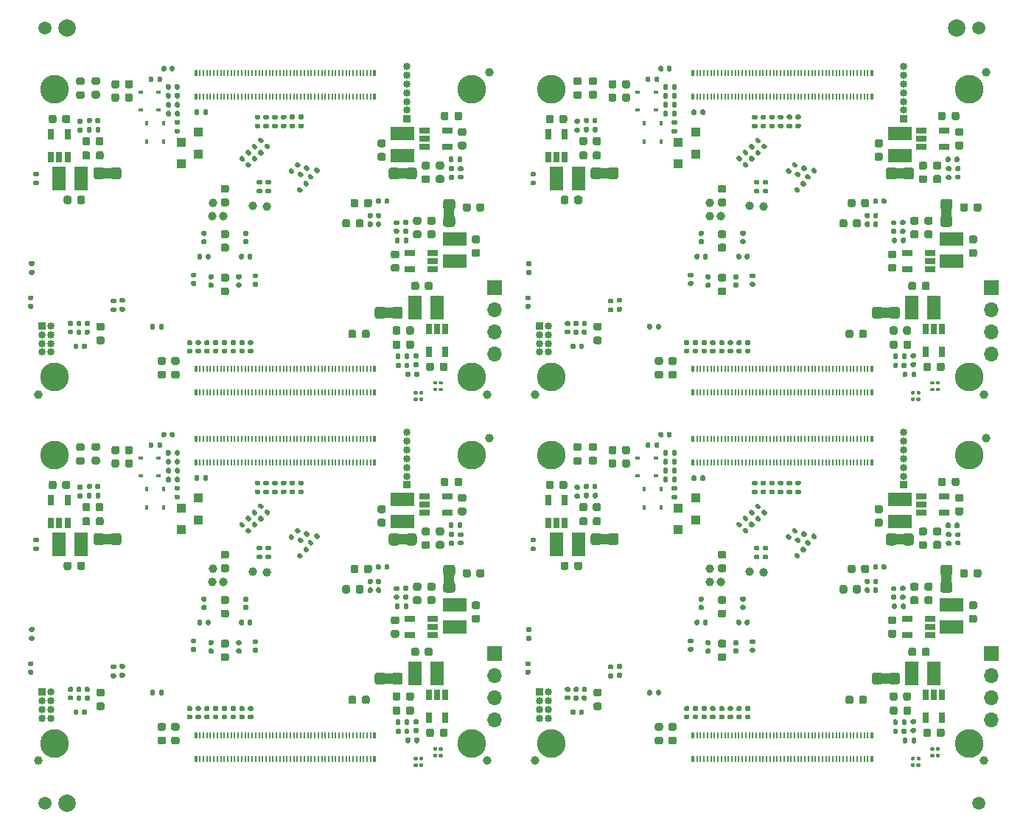
<source format=gbs>
G04 #@! TF.GenerationSoftware,KiCad,Pcbnew,5.1.9+dfsg1-1+deb11u1*
G04 #@! TF.CreationDate,2022-10-19T12:30:35+02:00*
G04 #@! TF.ProjectId,ulx4m-panel,756c7834-6d2d-4706-916e-656c2e6b6963,v0.0.3*
G04 #@! TF.SameCoordinates,Original*
G04 #@! TF.FileFunction,Soldermask,Bot*
G04 #@! TF.FilePolarity,Negative*
%FSLAX46Y46*%
G04 Gerber Fmt 4.6, Leading zero omitted, Abs format (unit mm)*
G04 Created by KiCad (PCBNEW 5.1.9+dfsg1-1+deb11u1) date 2022-10-19 12:30:35*
%MOMM*%
%LPD*%
G01*
G04 APERTURE LIST*
%ADD10C,1.200000*%
%ADD11C,2.000000*%
%ADD12C,1.500000*%
%ADD13C,1.000000*%
%ADD14R,1.200000X0.700000*%
%ADD15R,2.700000X1.500000*%
%ADD16R,1.000000X1.000000*%
%ADD17R,0.450000X0.600000*%
%ADD18R,0.600000X0.450000*%
%ADD19R,0.230000X0.660000*%
%ADD20R,0.350000X0.660000*%
%ADD21R,0.700000X1.200000*%
%ADD22R,1.500000X2.700000*%
%ADD23C,3.300000*%
%ADD24R,1.700000X1.700000*%
%ADD25O,1.700000X1.700000*%
%ADD26O,0.850000X0.850000*%
%ADD27R,0.850000X0.850000*%
G04 APERTURE END LIST*
D10*
G04 #@! TO.C,RP4*
X106010002Y-65705016D02*
X106010002Y-63705016D01*
G04 #@! TO.C,RP2*
X65750002Y-60155016D02*
X67750002Y-60155016D01*
G04 #@! TO.C,RP1*
X100060002Y-76170016D02*
X98060002Y-76170016D01*
G04 #@! TO.C,RP3*
X101670002Y-60185016D02*
X99670002Y-60185016D01*
G04 #@! TO.C,RP4*
X48900000Y-65705016D02*
X48900000Y-63705016D01*
G04 #@! TO.C,RP2*
X8640000Y-60155016D02*
X10640000Y-60155016D01*
G04 #@! TO.C,RP1*
X42950000Y-76170016D02*
X40950000Y-76170016D01*
G04 #@! TO.C,RP3*
X44560000Y-60185016D02*
X42560000Y-60185016D01*
G04 #@! TO.C,RP4*
X106010002Y-23705008D02*
X106010002Y-21705008D01*
G04 #@! TO.C,RP2*
X65750002Y-18155008D02*
X67750002Y-18155008D01*
G04 #@! TO.C,RP1*
X100060002Y-34170008D02*
X98060002Y-34170008D01*
G04 #@! TO.C,RP3*
X101670002Y-18185008D02*
X99670002Y-18185008D01*
G04 #@! TO.C,RP4*
X48900000Y-23705008D02*
X48900000Y-21705008D01*
G04 #@! TO.C,RP2*
X8640000Y-18155008D02*
X10640000Y-18155008D01*
G04 #@! TO.C,RP1*
X42950000Y-34170008D02*
X40950000Y-34170008D01*
G04 #@! TO.C,RP3*
X44560000Y-18185008D02*
X42560000Y-18185008D01*
G04 #@! TD*
D11*
G04 #@! TO.C,REF\u002A\u002A*
X5000000Y-90500014D03*
G04 #@! TD*
G04 #@! TO.C,REF\u002A\u002A*
X107220002Y-1500000D03*
G04 #@! TD*
G04 #@! TO.C,REF\u002A\u002A*
X5000000Y-1500000D03*
G04 #@! TD*
D12*
G04 #@! TO.C,REF\u002A\u002A*
X109720002Y-90500014D03*
G04 #@! TD*
G04 #@! TO.C,REF\u002A\u002A*
X2500000Y-90500014D03*
G04 #@! TD*
G04 #@! TO.C,REF\u002A\u002A*
X109720002Y-1500000D03*
G04 #@! TD*
G04 #@! TO.C,REF\u002A\u002A*
X2500000Y-1500000D03*
G04 #@! TD*
G04 #@! TO.C,C94*
G36*
G01*
X103030002Y-85995016D02*
X103030002Y-86195016D01*
G75*
G02*
X102930002Y-86295016I-100000J0D01*
G01*
X102670002Y-86295016D01*
G75*
G02*
X102570002Y-86195016I0J100000D01*
G01*
X102570002Y-85995016D01*
G75*
G02*
X102670002Y-85895016I100000J0D01*
G01*
X102930002Y-85895016D01*
G75*
G02*
X103030002Y-85995016I0J-100000D01*
G01*
G37*
G36*
G01*
X102390002Y-85995016D02*
X102390002Y-86195016D01*
G75*
G02*
X102290002Y-86295016I-100000J0D01*
G01*
X102030002Y-86295016D01*
G75*
G02*
X101930002Y-86195016I0J100000D01*
G01*
X101930002Y-85995016D01*
G75*
G02*
X102030002Y-85895016I100000J0D01*
G01*
X102290002Y-85895016D01*
G75*
G02*
X102390002Y-85995016I0J-100000D01*
G01*
G37*
G04 #@! TD*
G04 #@! TO.C,C93*
G36*
G01*
X102400002Y-85235016D02*
X102400002Y-85435016D01*
G75*
G02*
X102300002Y-85535016I-100000J0D01*
G01*
X102040002Y-85535016D01*
G75*
G02*
X101940002Y-85435016I0J100000D01*
G01*
X101940002Y-85235016D01*
G75*
G02*
X102040002Y-85135016I100000J0D01*
G01*
X102300002Y-85135016D01*
G75*
G02*
X102400002Y-85235016I0J-100000D01*
G01*
G37*
G36*
G01*
X103040002Y-85235016D02*
X103040002Y-85435016D01*
G75*
G02*
X102940002Y-85535016I-100000J0D01*
G01*
X102680002Y-85535016D01*
G75*
G02*
X102580002Y-85435016I0J100000D01*
G01*
X102580002Y-85235016D01*
G75*
G02*
X102680002Y-85135016I100000J0D01*
G01*
X102940002Y-85135016D01*
G75*
G02*
X103040002Y-85235016I0J-100000D01*
G01*
G37*
G04 #@! TD*
G04 #@! TO.C,C92*
G36*
G01*
X105270002Y-84885016D02*
X105270002Y-85085016D01*
G75*
G02*
X105170002Y-85185016I-100000J0D01*
G01*
X104910002Y-85185016D01*
G75*
G02*
X104810002Y-85085016I0J100000D01*
G01*
X104810002Y-84885016D01*
G75*
G02*
X104910002Y-84785016I100000J0D01*
G01*
X105170002Y-84785016D01*
G75*
G02*
X105270002Y-84885016I0J-100000D01*
G01*
G37*
G36*
G01*
X104630002Y-84885016D02*
X104630002Y-85085016D01*
G75*
G02*
X104530002Y-85185016I-100000J0D01*
G01*
X104270002Y-85185016D01*
G75*
G02*
X104170002Y-85085016I0J100000D01*
G01*
X104170002Y-84885016D01*
G75*
G02*
X104270002Y-84785016I100000J0D01*
G01*
X104530002Y-84785016D01*
G75*
G02*
X104630002Y-84885016I0J-100000D01*
G01*
G37*
G04 #@! TD*
G04 #@! TO.C,C91*
G36*
G01*
X104630002Y-84125016D02*
X104630002Y-84325016D01*
G75*
G02*
X104530002Y-84425016I-100000J0D01*
G01*
X104270002Y-84425016D01*
G75*
G02*
X104170002Y-84325016I0J100000D01*
G01*
X104170002Y-84125016D01*
G75*
G02*
X104270002Y-84025016I100000J0D01*
G01*
X104530002Y-84025016D01*
G75*
G02*
X104630002Y-84125016I0J-100000D01*
G01*
G37*
G36*
G01*
X105270002Y-84125016D02*
X105270002Y-84325016D01*
G75*
G02*
X105170002Y-84425016I-100000J0D01*
G01*
X104910002Y-84425016D01*
G75*
G02*
X104810002Y-84325016I0J100000D01*
G01*
X104810002Y-84125016D01*
G75*
G02*
X104910002Y-84025016I100000J0D01*
G01*
X105170002Y-84025016D01*
G75*
G02*
X105270002Y-84125016I0J-100000D01*
G01*
G37*
G04 #@! TD*
G04 #@! TO.C,R53*
G36*
G01*
X57865002Y-71275016D02*
X58235002Y-71275016D01*
G75*
G02*
X58370002Y-71410016I0J-135000D01*
G01*
X58370002Y-71680016D01*
G75*
G02*
X58235002Y-71815016I-135000J0D01*
G01*
X57865002Y-71815016D01*
G75*
G02*
X57730002Y-71680016I0J135000D01*
G01*
X57730002Y-71410016D01*
G75*
G02*
X57865002Y-71275016I135000J0D01*
G01*
G37*
G36*
G01*
X57865002Y-70255016D02*
X58235002Y-70255016D01*
G75*
G02*
X58370002Y-70390016I0J-135000D01*
G01*
X58370002Y-70660016D01*
G75*
G02*
X58235002Y-70795016I-135000J0D01*
G01*
X57865002Y-70795016D01*
G75*
G02*
X57730002Y-70660016I0J135000D01*
G01*
X57730002Y-70390016D01*
G75*
G02*
X57865002Y-70255016I135000J0D01*
G01*
G37*
G04 #@! TD*
G04 #@! TO.C,FB1*
G36*
G01*
X66206252Y-78205016D02*
X65693752Y-78205016D01*
G75*
G02*
X65475002Y-77986266I0J218750D01*
G01*
X65475002Y-77548766D01*
G75*
G02*
X65693752Y-77330016I218750J0D01*
G01*
X66206252Y-77330016D01*
G75*
G02*
X66425002Y-77548766I0J-218750D01*
G01*
X66425002Y-77986266D01*
G75*
G02*
X66206252Y-78205016I-218750J0D01*
G01*
G37*
G36*
G01*
X66206252Y-79780016D02*
X65693752Y-79780016D01*
G75*
G02*
X65475002Y-79561266I0J218750D01*
G01*
X65475002Y-79123766D01*
G75*
G02*
X65693752Y-78905016I218750J0D01*
G01*
X66206252Y-78905016D01*
G75*
G02*
X66425002Y-79123766I0J-218750D01*
G01*
X66425002Y-79561266D01*
G75*
G02*
X66206252Y-79780016I-218750J0D01*
G01*
G37*
G04 #@! TD*
G04 #@! TO.C,C90*
G36*
G01*
X63190002Y-77585016D02*
X63190002Y-77245016D01*
G75*
G02*
X63330002Y-77105016I140000J0D01*
G01*
X63610002Y-77105016D01*
G75*
G02*
X63750002Y-77245016I0J-140000D01*
G01*
X63750002Y-77585016D01*
G75*
G02*
X63610002Y-77725016I-140000J0D01*
G01*
X63330002Y-77725016D01*
G75*
G02*
X63190002Y-77585016I0J140000D01*
G01*
G37*
G36*
G01*
X64150002Y-77585016D02*
X64150002Y-77245016D01*
G75*
G02*
X64290002Y-77105016I140000J0D01*
G01*
X64570002Y-77105016D01*
G75*
G02*
X64710002Y-77245016I0J-140000D01*
G01*
X64710002Y-77585016D01*
G75*
G02*
X64570002Y-77725016I-140000J0D01*
G01*
X64290002Y-77725016D01*
G75*
G02*
X64150002Y-77585016I0J140000D01*
G01*
G37*
G04 #@! TD*
G04 #@! TO.C,C88*
G36*
G01*
X63180002Y-78575016D02*
X63180002Y-78235016D01*
G75*
G02*
X63320002Y-78095016I140000J0D01*
G01*
X63600002Y-78095016D01*
G75*
G02*
X63740002Y-78235016I0J-140000D01*
G01*
X63740002Y-78575016D01*
G75*
G02*
X63600002Y-78715016I-140000J0D01*
G01*
X63320002Y-78715016D01*
G75*
G02*
X63180002Y-78575016I0J140000D01*
G01*
G37*
G36*
G01*
X64140002Y-78575016D02*
X64140002Y-78235016D01*
G75*
G02*
X64280002Y-78095016I140000J0D01*
G01*
X64560002Y-78095016D01*
G75*
G02*
X64700002Y-78235016I0J-140000D01*
G01*
X64700002Y-78575016D01*
G75*
G02*
X64560002Y-78715016I-140000J0D01*
G01*
X64280002Y-78715016D01*
G75*
G02*
X64140002Y-78575016I0J140000D01*
G01*
G37*
G04 #@! TD*
G04 #@! TO.C,C86*
G36*
G01*
X62330002Y-78095016D02*
X62670002Y-78095016D01*
G75*
G02*
X62810002Y-78235016I0J-140000D01*
G01*
X62810002Y-78515016D01*
G75*
G02*
X62670002Y-78655016I-140000J0D01*
G01*
X62330002Y-78655016D01*
G75*
G02*
X62190002Y-78515016I0J140000D01*
G01*
X62190002Y-78235016D01*
G75*
G02*
X62330002Y-78095016I140000J0D01*
G01*
G37*
G36*
G01*
X62330002Y-77135016D02*
X62670002Y-77135016D01*
G75*
G02*
X62810002Y-77275016I0J-140000D01*
G01*
X62810002Y-77555016D01*
G75*
G02*
X62670002Y-77695016I-140000J0D01*
G01*
X62330002Y-77695016D01*
G75*
G02*
X62190002Y-77555016I0J140000D01*
G01*
X62190002Y-77275016D01*
G75*
G02*
X62330002Y-77135016I140000J0D01*
G01*
G37*
G04 #@! TD*
G04 #@! TO.C,C83*
G36*
G01*
X58110002Y-74745016D02*
X57770002Y-74745016D01*
G75*
G02*
X57630002Y-74605016I0J140000D01*
G01*
X57630002Y-74325016D01*
G75*
G02*
X57770002Y-74185016I140000J0D01*
G01*
X58110002Y-74185016D01*
G75*
G02*
X58250002Y-74325016I0J-140000D01*
G01*
X58250002Y-74605016D01*
G75*
G02*
X58110002Y-74745016I-140000J0D01*
G01*
G37*
G36*
G01*
X58110002Y-75705016D02*
X57770002Y-75705016D01*
G75*
G02*
X57630002Y-75565016I0J140000D01*
G01*
X57630002Y-75285016D01*
G75*
G02*
X57770002Y-75145016I140000J0D01*
G01*
X58110002Y-75145016D01*
G75*
G02*
X58250002Y-75285016I0J-140000D01*
G01*
X58250002Y-75565016D01*
G75*
G02*
X58110002Y-75705016I-140000J0D01*
G01*
G37*
G04 #@! TD*
G04 #@! TO.C,C82*
G36*
G01*
X94625002Y-65665016D02*
X94625002Y-66165016D01*
G75*
G02*
X94400002Y-66390016I-225000J0D01*
G01*
X93950002Y-66390016D01*
G75*
G02*
X93725002Y-66165016I0J225000D01*
G01*
X93725002Y-65665016D01*
G75*
G02*
X93950002Y-65440016I225000J0D01*
G01*
X94400002Y-65440016D01*
G75*
G02*
X94625002Y-65665016I0J-225000D01*
G01*
G37*
G36*
G01*
X96175002Y-65665016D02*
X96175002Y-66165016D01*
G75*
G02*
X95950002Y-66390016I-225000J0D01*
G01*
X95500002Y-66390016D01*
G75*
G02*
X95275002Y-66165016I0J225000D01*
G01*
X95275002Y-65665016D01*
G75*
G02*
X95500002Y-65440016I225000J0D01*
G01*
X95950002Y-65440016D01*
G75*
G02*
X96175002Y-65665016I0J-225000D01*
G01*
G37*
G04 #@! TD*
G04 #@! TO.C,C81*
G36*
G01*
X98170002Y-65845016D02*
X98170002Y-66185016D01*
G75*
G02*
X98030002Y-66325016I-140000J0D01*
G01*
X97750002Y-66325016D01*
G75*
G02*
X97610002Y-66185016I0J140000D01*
G01*
X97610002Y-65845016D01*
G75*
G02*
X97750002Y-65705016I140000J0D01*
G01*
X98030002Y-65705016D01*
G75*
G02*
X98170002Y-65845016I0J-140000D01*
G01*
G37*
G36*
G01*
X97210002Y-65845016D02*
X97210002Y-66185016D01*
G75*
G02*
X97070002Y-66325016I-140000J0D01*
G01*
X96790002Y-66325016D01*
G75*
G02*
X96650002Y-66185016I0J140000D01*
G01*
X96650002Y-65845016D01*
G75*
G02*
X96790002Y-65705016I140000J0D01*
G01*
X97070002Y-65705016D01*
G75*
G02*
X97210002Y-65845016I0J-140000D01*
G01*
G37*
G04 #@! TD*
G04 #@! TO.C,C80*
G36*
G01*
X98160002Y-63195016D02*
X98160002Y-63535016D01*
G75*
G02*
X98020002Y-63675016I-140000J0D01*
G01*
X97740002Y-63675016D01*
G75*
G02*
X97600002Y-63535016I0J140000D01*
G01*
X97600002Y-63195016D01*
G75*
G02*
X97740002Y-63055016I140000J0D01*
G01*
X98020002Y-63055016D01*
G75*
G02*
X98160002Y-63195016I0J-140000D01*
G01*
G37*
G36*
G01*
X99120002Y-63195016D02*
X99120002Y-63535016D01*
G75*
G02*
X98980002Y-63675016I-140000J0D01*
G01*
X98700002Y-63675016D01*
G75*
G02*
X98560002Y-63535016I0J140000D01*
G01*
X98560002Y-63195016D01*
G75*
G02*
X98700002Y-63055016I140000J0D01*
G01*
X98980002Y-63055016D01*
G75*
G02*
X99120002Y-63195016I0J-140000D01*
G01*
G37*
G04 #@! TD*
G04 #@! TO.C,C79*
G36*
G01*
X97210002Y-64845016D02*
X97210002Y-65185016D01*
G75*
G02*
X97070002Y-65325016I-140000J0D01*
G01*
X96790002Y-65325016D01*
G75*
G02*
X96650002Y-65185016I0J140000D01*
G01*
X96650002Y-64845016D01*
G75*
G02*
X96790002Y-64705016I140000J0D01*
G01*
X97070002Y-64705016D01*
G75*
G02*
X97210002Y-64845016I0J-140000D01*
G01*
G37*
G36*
G01*
X98170002Y-64845016D02*
X98170002Y-65185016D01*
G75*
G02*
X98030002Y-65325016I-140000J0D01*
G01*
X97750002Y-65325016D01*
G75*
G02*
X97610002Y-65185016I0J140000D01*
G01*
X97610002Y-64845016D01*
G75*
G02*
X97750002Y-64705016I140000J0D01*
G01*
X98030002Y-64705016D01*
G75*
G02*
X98170002Y-64845016I0J-140000D01*
G01*
G37*
G04 #@! TD*
G04 #@! TO.C,C78*
G36*
G01*
X94675002Y-63835016D02*
X94675002Y-63335016D01*
G75*
G02*
X94900002Y-63110016I225000J0D01*
G01*
X95350002Y-63110016D01*
G75*
G02*
X95575002Y-63335016I0J-225000D01*
G01*
X95575002Y-63835016D01*
G75*
G02*
X95350002Y-64060016I-225000J0D01*
G01*
X94900002Y-64060016D01*
G75*
G02*
X94675002Y-63835016I0J225000D01*
G01*
G37*
G36*
G01*
X96225002Y-63835016D02*
X96225002Y-63335016D01*
G75*
G02*
X96450002Y-63110016I225000J0D01*
G01*
X96900002Y-63110016D01*
G75*
G02*
X97125002Y-63335016I0J-225000D01*
G01*
X97125002Y-63835016D01*
G75*
G02*
X96900002Y-64060016I-225000J0D01*
G01*
X96450002Y-64060016D01*
G75*
G02*
X96225002Y-63835016I0J225000D01*
G01*
G37*
G04 #@! TD*
D13*
G04 #@! TO.C,FI6*
X58780002Y-85565016D03*
G04 #@! TD*
G04 #@! TO.C,FI5*
X110360002Y-85555016D03*
G04 #@! TD*
G04 #@! TO.C,FI4*
X110590002Y-48555016D03*
G04 #@! TD*
G04 #@! TO.C,TP_D16*
X85020002Y-63975016D03*
G04 #@! TD*
G04 #@! TO.C,TP_C16*
X83410002Y-63905016D03*
G04 #@! TD*
G04 #@! TO.C,TP_E9*
X80080002Y-65075816D03*
G04 #@! TD*
D14*
G04 #@! TO.C,U8*
X104120002Y-69295016D03*
X104120002Y-70245016D03*
X104120002Y-71195016D03*
X101520002Y-71195016D03*
X101520002Y-69295016D03*
G04 #@! TD*
G04 #@! TO.C,RP4*
G36*
G01*
X106386252Y-64385016D02*
X105633752Y-64385016D01*
G75*
G02*
X105310002Y-64061266I0J323750D01*
G01*
X105310002Y-63413766D01*
G75*
G02*
X105633752Y-63090016I323750J0D01*
G01*
X106386252Y-63090016D01*
G75*
G02*
X106710002Y-63413766I0J-323750D01*
G01*
X106710002Y-64061266D01*
G75*
G02*
X106386252Y-64385016I-323750J0D01*
G01*
G37*
G36*
G01*
X106386252Y-66320016D02*
X105633752Y-66320016D01*
G75*
G02*
X105310002Y-65996266I0J323750D01*
G01*
X105310002Y-65348766D01*
G75*
G02*
X105633752Y-65025016I323750J0D01*
G01*
X106386252Y-65025016D01*
G75*
G02*
X106710002Y-65348766I0J-323750D01*
G01*
X106710002Y-65996266D01*
G75*
G02*
X106386252Y-66320016I-323750J0D01*
G01*
G37*
G04 #@! TD*
D15*
G04 #@! TO.C,L4*
X106630002Y-70250017D03*
X106630002Y-67710017D03*
G04 #@! TD*
G04 #@! TO.C,C98*
G36*
G01*
X107585002Y-64335016D02*
X107585002Y-63835016D01*
G75*
G02*
X107810002Y-63610016I225000J0D01*
G01*
X108260002Y-63610016D01*
G75*
G02*
X108485002Y-63835016I0J-225000D01*
G01*
X108485002Y-64335016D01*
G75*
G02*
X108260002Y-64560016I-225000J0D01*
G01*
X107810002Y-64560016D01*
G75*
G02*
X107585002Y-64335016I0J225000D01*
G01*
G37*
G36*
G01*
X109135002Y-64335016D02*
X109135002Y-63835016D01*
G75*
G02*
X109360002Y-63610016I225000J0D01*
G01*
X109810002Y-63610016D01*
G75*
G02*
X110035002Y-63835016I0J-225000D01*
G01*
X110035002Y-64335016D01*
G75*
G02*
X109810002Y-64560016I-225000J0D01*
G01*
X109360002Y-64560016D01*
G75*
G02*
X109135002Y-64335016I0J225000D01*
G01*
G37*
G04 #@! TD*
G04 #@! TO.C,C97*
G36*
G01*
X108822003Y-68854016D02*
X109322003Y-68854016D01*
G75*
G02*
X109547003Y-69079016I0J-225000D01*
G01*
X109547003Y-69529016D01*
G75*
G02*
X109322003Y-69754016I-225000J0D01*
G01*
X108822003Y-69754016D01*
G75*
G02*
X108597003Y-69529016I0J225000D01*
G01*
X108597003Y-69079016D01*
G75*
G02*
X108822003Y-68854016I225000J0D01*
G01*
G37*
G36*
G01*
X108822003Y-67304016D02*
X109322003Y-67304016D01*
G75*
G02*
X109547003Y-67529016I0J-225000D01*
G01*
X109547003Y-67979016D01*
G75*
G02*
X109322003Y-68204016I-225000J0D01*
G01*
X108822003Y-68204016D01*
G75*
G02*
X108597003Y-67979016I0J225000D01*
G01*
X108597003Y-67529016D01*
G75*
G02*
X108822003Y-67304016I225000J0D01*
G01*
G37*
G04 #@! TD*
G04 #@! TO.C,C96*
G36*
G01*
X103715002Y-66710017D02*
X104215002Y-66710017D01*
G75*
G02*
X104440002Y-66935017I0J-225000D01*
G01*
X104440002Y-67385017D01*
G75*
G02*
X104215002Y-67610017I-225000J0D01*
G01*
X103715002Y-67610017D01*
G75*
G02*
X103490002Y-67385017I0J225000D01*
G01*
X103490002Y-66935017D01*
G75*
G02*
X103715002Y-66710017I225000J0D01*
G01*
G37*
G36*
G01*
X103715002Y-65160017D02*
X104215002Y-65160017D01*
G75*
G02*
X104440002Y-65385017I0J-225000D01*
G01*
X104440002Y-65835017D01*
G75*
G02*
X104215002Y-66060017I-225000J0D01*
G01*
X103715002Y-66060017D01*
G75*
G02*
X103490002Y-65835017I0J225000D01*
G01*
X103490002Y-65385017D01*
G75*
G02*
X103715002Y-65160017I225000J0D01*
G01*
G37*
G04 #@! TD*
G04 #@! TO.C,C95*
G36*
G01*
X102080000Y-65170017D02*
X102580000Y-65170017D01*
G75*
G02*
X102805000Y-65395017I0J-225000D01*
G01*
X102805000Y-65845017D01*
G75*
G02*
X102580000Y-66070017I-225000J0D01*
G01*
X102080000Y-66070017D01*
G75*
G02*
X101855000Y-65845017I0J225000D01*
G01*
X101855000Y-65395017D01*
G75*
G02*
X102080000Y-65170017I225000J0D01*
G01*
G37*
G36*
G01*
X102080000Y-66720017D02*
X102580000Y-66720017D01*
G75*
G02*
X102805000Y-66945017I0J-225000D01*
G01*
X102805000Y-67395017D01*
G75*
G02*
X102580000Y-67620017I-225000J0D01*
G01*
X102080000Y-67620017D01*
G75*
G02*
X101855000Y-67395017I0J225000D01*
G01*
X101855000Y-66945017D01*
G75*
G02*
X102080000Y-66720017I225000J0D01*
G01*
G37*
G04 #@! TD*
G04 #@! TO.C,C77*
G36*
G01*
X99785003Y-66520016D02*
X100125003Y-66520016D01*
G75*
G02*
X100265003Y-66660016I0J-140000D01*
G01*
X100265003Y-66940016D01*
G75*
G02*
X100125003Y-67080016I-140000J0D01*
G01*
X99785003Y-67080016D01*
G75*
G02*
X99645003Y-66940016I0J140000D01*
G01*
X99645003Y-66660016D01*
G75*
G02*
X99785003Y-66520016I140000J0D01*
G01*
G37*
G36*
G01*
X99785003Y-65560016D02*
X100125003Y-65560016D01*
G75*
G02*
X100265003Y-65700016I0J-140000D01*
G01*
X100265003Y-65980016D01*
G75*
G02*
X100125003Y-66120016I-140000J0D01*
G01*
X99785003Y-66120016D01*
G75*
G02*
X99645003Y-65980016I0J140000D01*
G01*
X99645003Y-65700016D01*
G75*
G02*
X99785003Y-65560016I140000J0D01*
G01*
G37*
G04 #@! TD*
G04 #@! TO.C,C76*
G36*
G01*
X100040002Y-69920015D02*
X99540002Y-69920015D01*
G75*
G02*
X99315002Y-69695015I0J225000D01*
G01*
X99315002Y-69245015D01*
G75*
G02*
X99540002Y-69020015I225000J0D01*
G01*
X100040002Y-69020015D01*
G75*
G02*
X100265002Y-69245015I0J-225000D01*
G01*
X100265002Y-69695015D01*
G75*
G02*
X100040002Y-69920015I-225000J0D01*
G01*
G37*
G36*
G01*
X100040002Y-71470015D02*
X99540002Y-71470015D01*
G75*
G02*
X99315002Y-71245015I0J225000D01*
G01*
X99315002Y-70795015D01*
G75*
G02*
X99540002Y-70570015I225000J0D01*
G01*
X100040002Y-70570015D01*
G75*
G02*
X100265002Y-70795015I0J-225000D01*
G01*
X100265002Y-71245015D01*
G75*
G02*
X100040002Y-71470015I-225000J0D01*
G01*
G37*
G04 #@! TD*
G04 #@! TO.C,R48*
G36*
G01*
X85045002Y-61945016D02*
X85415002Y-61945016D01*
G75*
G02*
X85550002Y-62080016I0J-135000D01*
G01*
X85550002Y-62350016D01*
G75*
G02*
X85415002Y-62485016I-135000J0D01*
G01*
X85045002Y-62485016D01*
G75*
G02*
X84910002Y-62350016I0J135000D01*
G01*
X84910002Y-62080016D01*
G75*
G02*
X85045002Y-61945016I135000J0D01*
G01*
G37*
G36*
G01*
X85045002Y-60925016D02*
X85415002Y-60925016D01*
G75*
G02*
X85550002Y-61060016I0J-135000D01*
G01*
X85550002Y-61330016D01*
G75*
G02*
X85415002Y-61465016I-135000J0D01*
G01*
X85045002Y-61465016D01*
G75*
G02*
X84910002Y-61330016I0J135000D01*
G01*
X84910002Y-61060016D01*
G75*
G02*
X85045002Y-60925016I135000J0D01*
G01*
G37*
G04 #@! TD*
G04 #@! TO.C,R52*
G36*
G01*
X84035002Y-60925016D02*
X84405002Y-60925016D01*
G75*
G02*
X84540002Y-61060016I0J-135000D01*
G01*
X84540002Y-61330016D01*
G75*
G02*
X84405002Y-61465016I-135000J0D01*
G01*
X84035002Y-61465016D01*
G75*
G02*
X83900002Y-61330016I0J135000D01*
G01*
X83900002Y-61060016D01*
G75*
G02*
X84035002Y-60925016I135000J0D01*
G01*
G37*
G36*
G01*
X84035002Y-61945016D02*
X84405002Y-61945016D01*
G75*
G02*
X84540002Y-62080016I0J-135000D01*
G01*
X84540002Y-62350016D01*
G75*
G02*
X84405002Y-62485016I-135000J0D01*
G01*
X84035002Y-62485016D01*
G75*
G02*
X83900002Y-62350016I0J135000D01*
G01*
X83900002Y-62080016D01*
G75*
G02*
X84035002Y-61945016I135000J0D01*
G01*
G37*
G04 #@! TD*
G04 #@! TO.C,R38*
G36*
G01*
X85030522Y-57416125D02*
X84768893Y-57154496D01*
G75*
G02*
X84768893Y-56963578I95459J95459D01*
G01*
X84959812Y-56772659D01*
G75*
G02*
X85150730Y-56772659I95459J-95459D01*
G01*
X85412359Y-57034288D01*
G75*
G02*
X85412359Y-57225206I-95459J-95459D01*
G01*
X85221440Y-57416125D01*
G75*
G02*
X85030522Y-57416125I-95459J95459D01*
G01*
G37*
G36*
G01*
X84309274Y-58137373D02*
X84047645Y-57875744D01*
G75*
G02*
X84047645Y-57684826I95459J95459D01*
G01*
X84238564Y-57493907D01*
G75*
G02*
X84429482Y-57493907I95459J-95459D01*
G01*
X84691111Y-57755536D01*
G75*
G02*
X84691111Y-57946454I-95459J-95459D01*
G01*
X84500192Y-58137373D01*
G75*
G02*
X84309274Y-58137373I-95459J95459D01*
G01*
G37*
G04 #@! TD*
G04 #@! TO.C,R36*
G36*
G01*
X83590522Y-58796125D02*
X83328893Y-58534496D01*
G75*
G02*
X83328893Y-58343578I95459J95459D01*
G01*
X83519812Y-58152659D01*
G75*
G02*
X83710730Y-58152659I95459J-95459D01*
G01*
X83972359Y-58414288D01*
G75*
G02*
X83972359Y-58605206I-95459J-95459D01*
G01*
X83781440Y-58796125D01*
G75*
G02*
X83590522Y-58796125I-95459J95459D01*
G01*
G37*
G36*
G01*
X82869274Y-59517373D02*
X82607645Y-59255744D01*
G75*
G02*
X82607645Y-59064826I95459J95459D01*
G01*
X82798564Y-58873907D01*
G75*
G02*
X82989482Y-58873907I95459J-95459D01*
G01*
X83251111Y-59135536D01*
G75*
G02*
X83251111Y-59326454I-95459J-95459D01*
G01*
X83060192Y-59517373D01*
G75*
G02*
X82869274Y-59517373I-95459J95459D01*
G01*
G37*
G04 #@! TD*
G04 #@! TO.C,R35*
G36*
G01*
X88869274Y-60617373D02*
X88607645Y-60355744D01*
G75*
G02*
X88607645Y-60164826I95459J95459D01*
G01*
X88798564Y-59973907D01*
G75*
G02*
X88989482Y-59973907I95459J-95459D01*
G01*
X89251111Y-60235536D01*
G75*
G02*
X89251111Y-60426454I-95459J-95459D01*
G01*
X89060192Y-60617373D01*
G75*
G02*
X88869274Y-60617373I-95459J95459D01*
G01*
G37*
G36*
G01*
X89590522Y-59896125D02*
X89328893Y-59634496D01*
G75*
G02*
X89328893Y-59443578I95459J95459D01*
G01*
X89519812Y-59252659D01*
G75*
G02*
X89710730Y-59252659I95459J-95459D01*
G01*
X89972359Y-59514288D01*
G75*
G02*
X89972359Y-59705206I-95459J-95459D01*
G01*
X89781440Y-59896125D01*
G75*
G02*
X89590522Y-59896125I-95459J95459D01*
G01*
G37*
G04 #@! TD*
G04 #@! TO.C,R34*
G36*
G01*
X89510522Y-61676125D02*
X89248893Y-61414496D01*
G75*
G02*
X89248893Y-61223578I95459J95459D01*
G01*
X89439812Y-61032659D01*
G75*
G02*
X89630730Y-61032659I95459J-95459D01*
G01*
X89892359Y-61294288D01*
G75*
G02*
X89892359Y-61485206I-95459J-95459D01*
G01*
X89701440Y-61676125D01*
G75*
G02*
X89510522Y-61676125I-95459J95459D01*
G01*
G37*
G36*
G01*
X88789274Y-62397373D02*
X88527645Y-62135744D01*
G75*
G02*
X88527645Y-61944826I95459J95459D01*
G01*
X88718564Y-61753907D01*
G75*
G02*
X88909482Y-61753907I95459J-95459D01*
G01*
X89171111Y-62015536D01*
G75*
G02*
X89171111Y-62206454I-95459J-95459D01*
G01*
X88980192Y-62397373D01*
G75*
G02*
X88789274Y-62397373I-95459J95459D01*
G01*
G37*
G04 #@! TD*
G04 #@! TO.C,R26*
G36*
G01*
X84430730Y-56062659D02*
X84692359Y-56324288D01*
G75*
G02*
X84692359Y-56515206I-95459J-95459D01*
G01*
X84501440Y-56706125D01*
G75*
G02*
X84310522Y-56706125I-95459J95459D01*
G01*
X84048893Y-56444496D01*
G75*
G02*
X84048893Y-56253578I95459J95459D01*
G01*
X84239812Y-56062659D01*
G75*
G02*
X84430730Y-56062659I95459J-95459D01*
G01*
G37*
G36*
G01*
X83709482Y-56783907D02*
X83971111Y-57045536D01*
G75*
G02*
X83971111Y-57236454I-95459J-95459D01*
G01*
X83780192Y-57427373D01*
G75*
G02*
X83589274Y-57427373I-95459J95459D01*
G01*
X83327645Y-57165744D01*
G75*
G02*
X83327645Y-56974826I95459J95459D01*
G01*
X83518564Y-56783907D01*
G75*
G02*
X83709482Y-56783907I95459J-95459D01*
G01*
G37*
G04 #@! TD*
G04 #@! TO.C,R24*
G36*
G01*
X83000106Y-57453283D02*
X83261735Y-57714912D01*
G75*
G02*
X83261735Y-57905830I-95459J-95459D01*
G01*
X83070816Y-58096749D01*
G75*
G02*
X82879898Y-58096749I-95459J95459D01*
G01*
X82618269Y-57835120D01*
G75*
G02*
X82618269Y-57644202I95459J95459D01*
G01*
X82809188Y-57453283D01*
G75*
G02*
X83000106Y-57453283I95459J-95459D01*
G01*
G37*
G36*
G01*
X82278858Y-58174531D02*
X82540487Y-58436160D01*
G75*
G02*
X82540487Y-58627078I-95459J-95459D01*
G01*
X82349568Y-58817997D01*
G75*
G02*
X82158650Y-58817997I-95459J95459D01*
G01*
X81897021Y-58556368D01*
G75*
G02*
X81897021Y-58365450I95459J95459D01*
G01*
X82087940Y-58174531D01*
G75*
G02*
X82278858Y-58174531I95459J-95459D01*
G01*
G37*
G04 #@! TD*
G04 #@! TO.C,R23*
G36*
G01*
X87939482Y-59603907D02*
X88201111Y-59865536D01*
G75*
G02*
X88201111Y-60056454I-95459J-95459D01*
G01*
X88010192Y-60247373D01*
G75*
G02*
X87819274Y-60247373I-95459J95459D01*
G01*
X87557645Y-59985744D01*
G75*
G02*
X87557645Y-59794826I95459J95459D01*
G01*
X87748564Y-59603907D01*
G75*
G02*
X87939482Y-59603907I95459J-95459D01*
G01*
G37*
G36*
G01*
X88660730Y-58882659D02*
X88922359Y-59144288D01*
G75*
G02*
X88922359Y-59335206I-95459J-95459D01*
G01*
X88731440Y-59526125D01*
G75*
G02*
X88540522Y-59526125I-95459J95459D01*
G01*
X88278893Y-59264496D01*
G75*
G02*
X88278893Y-59073578I95459J95459D01*
G01*
X88469812Y-58882659D01*
G75*
G02*
X88660730Y-58882659I95459J-95459D01*
G01*
G37*
G04 #@! TD*
G04 #@! TO.C,R22*
G36*
G01*
X90149482Y-60243907D02*
X90411111Y-60505536D01*
G75*
G02*
X90411111Y-60696454I-95459J-95459D01*
G01*
X90220192Y-60887373D01*
G75*
G02*
X90029274Y-60887373I-95459J95459D01*
G01*
X89767645Y-60625744D01*
G75*
G02*
X89767645Y-60434826I95459J95459D01*
G01*
X89958564Y-60243907D01*
G75*
G02*
X90149482Y-60243907I95459J-95459D01*
G01*
G37*
G36*
G01*
X90870730Y-59522659D02*
X91132359Y-59784288D01*
G75*
G02*
X91132359Y-59975206I-95459J-95459D01*
G01*
X90941440Y-60166125D01*
G75*
G02*
X90750522Y-60166125I-95459J95459D01*
G01*
X90488893Y-59904496D01*
G75*
G02*
X90488893Y-59713578I95459J95459D01*
G01*
X90679812Y-59522659D01*
G75*
G02*
X90870730Y-59522659I95459J-95459D01*
G01*
G37*
G04 #@! TD*
G04 #@! TO.C,R19*
G36*
G01*
X77760002Y-53340016D02*
X77760002Y-52970016D01*
G75*
G02*
X77895002Y-52835016I135000J0D01*
G01*
X78165002Y-52835016D01*
G75*
G02*
X78300002Y-52970016I0J-135000D01*
G01*
X78300002Y-53340016D01*
G75*
G02*
X78165002Y-53475016I-135000J0D01*
G01*
X77895002Y-53475016D01*
G75*
G02*
X77760002Y-53340016I0J135000D01*
G01*
G37*
G36*
G01*
X76740002Y-53340016D02*
X76740002Y-52970016D01*
G75*
G02*
X76875002Y-52835016I135000J0D01*
G01*
X77145002Y-52835016D01*
G75*
G02*
X77280002Y-52970016I0J-135000D01*
G01*
X77280002Y-53340016D01*
G75*
G02*
X77145002Y-53475016I-135000J0D01*
G01*
X76875002Y-53475016D01*
G75*
G02*
X76740002Y-53340016I0J135000D01*
G01*
G37*
G04 #@! TD*
D16*
G04 #@! TO.C,D9*
X75220002Y-56575016D03*
X75220002Y-59075016D03*
G04 #@! TD*
G04 #@! TO.C,D8*
X77180002Y-57955016D03*
X77180002Y-55455016D03*
G04 #@! TD*
G04 #@! TO.C,C74*
G36*
G01*
X81030002Y-79325016D02*
X81370002Y-79325016D01*
G75*
G02*
X81510002Y-79465016I0J-140000D01*
G01*
X81510002Y-79745016D01*
G75*
G02*
X81370002Y-79885016I-140000J0D01*
G01*
X81030002Y-79885016D01*
G75*
G02*
X80890002Y-79745016I0J140000D01*
G01*
X80890002Y-79465016D01*
G75*
G02*
X81030002Y-79325016I140000J0D01*
G01*
G37*
G36*
G01*
X81030002Y-80285016D02*
X81370002Y-80285016D01*
G75*
G02*
X81510002Y-80425016I0J-140000D01*
G01*
X81510002Y-80705016D01*
G75*
G02*
X81370002Y-80845016I-140000J0D01*
G01*
X81030002Y-80845016D01*
G75*
G02*
X80890002Y-80705016I0J140000D01*
G01*
X80890002Y-80425016D01*
G75*
G02*
X81030002Y-80285016I140000J0D01*
G01*
G37*
G04 #@! TD*
G04 #@! TO.C,C73*
G36*
G01*
X78010002Y-79325016D02*
X78350002Y-79325016D01*
G75*
G02*
X78490002Y-79465016I0J-140000D01*
G01*
X78490002Y-79745016D01*
G75*
G02*
X78350002Y-79885016I-140000J0D01*
G01*
X78010002Y-79885016D01*
G75*
G02*
X77870002Y-79745016I0J140000D01*
G01*
X77870002Y-79465016D01*
G75*
G02*
X78010002Y-79325016I140000J0D01*
G01*
G37*
G36*
G01*
X78010002Y-80285016D02*
X78350002Y-80285016D01*
G75*
G02*
X78490002Y-80425016I0J-140000D01*
G01*
X78490002Y-80705016D01*
G75*
G02*
X78350002Y-80845016I-140000J0D01*
G01*
X78010002Y-80845016D01*
G75*
G02*
X77870002Y-80705016I0J140000D01*
G01*
X77870002Y-80425016D01*
G75*
G02*
X78010002Y-80285016I140000J0D01*
G01*
G37*
G04 #@! TD*
G04 #@! TO.C,C70*
G36*
G01*
X82030002Y-80285016D02*
X82370002Y-80285016D01*
G75*
G02*
X82510002Y-80425016I0J-140000D01*
G01*
X82510002Y-80705016D01*
G75*
G02*
X82370002Y-80845016I-140000J0D01*
G01*
X82030002Y-80845016D01*
G75*
G02*
X81890002Y-80705016I0J140000D01*
G01*
X81890002Y-80425016D01*
G75*
G02*
X82030002Y-80285016I140000J0D01*
G01*
G37*
G36*
G01*
X82030002Y-79325016D02*
X82370002Y-79325016D01*
G75*
G02*
X82510002Y-79465016I0J-140000D01*
G01*
X82510002Y-79745016D01*
G75*
G02*
X82370002Y-79885016I-140000J0D01*
G01*
X82030002Y-79885016D01*
G75*
G02*
X81890002Y-79745016I0J140000D01*
G01*
X81890002Y-79465016D01*
G75*
G02*
X82030002Y-79325016I140000J0D01*
G01*
G37*
G04 #@! TD*
G04 #@! TO.C,C68*
G36*
G01*
X77010002Y-80285016D02*
X77350002Y-80285016D01*
G75*
G02*
X77490002Y-80425016I0J-140000D01*
G01*
X77490002Y-80705016D01*
G75*
G02*
X77350002Y-80845016I-140000J0D01*
G01*
X77010002Y-80845016D01*
G75*
G02*
X76870002Y-80705016I0J140000D01*
G01*
X76870002Y-80425016D01*
G75*
G02*
X77010002Y-80285016I140000J0D01*
G01*
G37*
G36*
G01*
X77010002Y-79325016D02*
X77350002Y-79325016D01*
G75*
G02*
X77490002Y-79465016I0J-140000D01*
G01*
X77490002Y-79745016D01*
G75*
G02*
X77350002Y-79885016I-140000J0D01*
G01*
X77010002Y-79885016D01*
G75*
G02*
X76870002Y-79745016I0J140000D01*
G01*
X76870002Y-79465016D01*
G75*
G02*
X77010002Y-79325016I140000J0D01*
G01*
G37*
G04 #@! TD*
G04 #@! TO.C,C64*
G36*
G01*
X83370002Y-79885016D02*
X83030002Y-79885016D01*
G75*
G02*
X82890002Y-79745016I0J140000D01*
G01*
X82890002Y-79465016D01*
G75*
G02*
X83030002Y-79325016I140000J0D01*
G01*
X83370002Y-79325016D01*
G75*
G02*
X83510002Y-79465016I0J-140000D01*
G01*
X83510002Y-79745016D01*
G75*
G02*
X83370002Y-79885016I-140000J0D01*
G01*
G37*
G36*
G01*
X83370002Y-80845016D02*
X83030002Y-80845016D01*
G75*
G02*
X82890002Y-80705016I0J140000D01*
G01*
X82890002Y-80425016D01*
G75*
G02*
X83030002Y-80285016I140000J0D01*
G01*
X83370002Y-80285016D01*
G75*
G02*
X83510002Y-80425016I0J-140000D01*
G01*
X83510002Y-80705016D01*
G75*
G02*
X83370002Y-80845016I-140000J0D01*
G01*
G37*
G04 #@! TD*
G04 #@! TO.C,C62*
G36*
G01*
X76350002Y-79885016D02*
X76010002Y-79885016D01*
G75*
G02*
X75870002Y-79745016I0J140000D01*
G01*
X75870002Y-79465016D01*
G75*
G02*
X76010002Y-79325016I140000J0D01*
G01*
X76350002Y-79325016D01*
G75*
G02*
X76490002Y-79465016I0J-140000D01*
G01*
X76490002Y-79745016D01*
G75*
G02*
X76350002Y-79885016I-140000J0D01*
G01*
G37*
G36*
G01*
X76350002Y-80845016D02*
X76010002Y-80845016D01*
G75*
G02*
X75870002Y-80705016I0J140000D01*
G01*
X75870002Y-80425016D01*
G75*
G02*
X76010002Y-80285016I140000J0D01*
G01*
X76350002Y-80285016D01*
G75*
G02*
X76490002Y-80425016I0J-140000D01*
G01*
X76490002Y-80705016D01*
G75*
G02*
X76350002Y-80845016I-140000J0D01*
G01*
G37*
G04 #@! TD*
G04 #@! TO.C,C57*
G36*
G01*
X80370002Y-80845016D02*
X80030002Y-80845016D01*
G75*
G02*
X79890002Y-80705016I0J140000D01*
G01*
X79890002Y-80425016D01*
G75*
G02*
X80030002Y-80285016I140000J0D01*
G01*
X80370002Y-80285016D01*
G75*
G02*
X80510002Y-80425016I0J-140000D01*
G01*
X80510002Y-80705016D01*
G75*
G02*
X80370002Y-80845016I-140000J0D01*
G01*
G37*
G36*
G01*
X80370002Y-79885016D02*
X80030002Y-79885016D01*
G75*
G02*
X79890002Y-79745016I0J140000D01*
G01*
X79890002Y-79465016D01*
G75*
G02*
X80030002Y-79325016I140000J0D01*
G01*
X80370002Y-79325016D01*
G75*
G02*
X80510002Y-79465016I0J-140000D01*
G01*
X80510002Y-79745016D01*
G75*
G02*
X80370002Y-79885016I-140000J0D01*
G01*
G37*
G04 #@! TD*
G04 #@! TO.C,C56*
G36*
G01*
X79350002Y-79885016D02*
X79010002Y-79885016D01*
G75*
G02*
X78870002Y-79745016I0J140000D01*
G01*
X78870002Y-79465016D01*
G75*
G02*
X79010002Y-79325016I140000J0D01*
G01*
X79350002Y-79325016D01*
G75*
G02*
X79490002Y-79465016I0J-140000D01*
G01*
X79490002Y-79745016D01*
G75*
G02*
X79350002Y-79885016I-140000J0D01*
G01*
G37*
G36*
G01*
X79350002Y-80845016D02*
X79010002Y-80845016D01*
G75*
G02*
X78870002Y-80705016I0J140000D01*
G01*
X78870002Y-80425016D01*
G75*
G02*
X79010002Y-80285016I140000J0D01*
G01*
X79350002Y-80285016D01*
G75*
G02*
X79490002Y-80425016I0J-140000D01*
G01*
X79490002Y-80705016D01*
G75*
G02*
X79350002Y-80845016I-140000J0D01*
G01*
G37*
G04 #@! TD*
G04 #@! TO.C,R17*
G36*
G01*
X84165295Y-55006387D02*
X83795295Y-55006387D01*
G75*
G02*
X83660295Y-54871387I0J135000D01*
G01*
X83660295Y-54601387D01*
G75*
G02*
X83795295Y-54466387I135000J0D01*
G01*
X84165295Y-54466387D01*
G75*
G02*
X84300295Y-54601387I0J-135000D01*
G01*
X84300295Y-54871387D01*
G75*
G02*
X84165295Y-55006387I-135000J0D01*
G01*
G37*
G36*
G01*
X84165295Y-53986387D02*
X83795295Y-53986387D01*
G75*
G02*
X83660295Y-53851387I0J135000D01*
G01*
X83660295Y-53581387D01*
G75*
G02*
X83795295Y-53446387I135000J0D01*
G01*
X84165295Y-53446387D01*
G75*
G02*
X84300295Y-53581387I0J-135000D01*
G01*
X84300295Y-53851387D01*
G75*
G02*
X84165295Y-53986387I-135000J0D01*
G01*
G37*
G04 #@! TD*
G04 #@! TO.C,R16*
G36*
G01*
X87165002Y-53985016D02*
X86795002Y-53985016D01*
G75*
G02*
X86660002Y-53850016I0J135000D01*
G01*
X86660002Y-53580016D01*
G75*
G02*
X86795002Y-53445016I135000J0D01*
G01*
X87165002Y-53445016D01*
G75*
G02*
X87300002Y-53580016I0J-135000D01*
G01*
X87300002Y-53850016D01*
G75*
G02*
X87165002Y-53985016I-135000J0D01*
G01*
G37*
G36*
G01*
X87165002Y-55005016D02*
X86795002Y-55005016D01*
G75*
G02*
X86660002Y-54870016I0J135000D01*
G01*
X86660002Y-54600016D01*
G75*
G02*
X86795002Y-54465016I135000J0D01*
G01*
X87165002Y-54465016D01*
G75*
G02*
X87300002Y-54600016I0J-135000D01*
G01*
X87300002Y-54870016D01*
G75*
G02*
X87165002Y-55005016I-135000J0D01*
G01*
G37*
G04 #@! TD*
G04 #@! TO.C,R13*
G36*
G01*
X85165002Y-55006386D02*
X84795002Y-55006386D01*
G75*
G02*
X84660002Y-54871386I0J135000D01*
G01*
X84660002Y-54601386D01*
G75*
G02*
X84795002Y-54466386I135000J0D01*
G01*
X85165002Y-54466386D01*
G75*
G02*
X85300002Y-54601386I0J-135000D01*
G01*
X85300002Y-54871386D01*
G75*
G02*
X85165002Y-55006386I-135000J0D01*
G01*
G37*
G36*
G01*
X85165002Y-53986386D02*
X84795002Y-53986386D01*
G75*
G02*
X84660002Y-53851386I0J135000D01*
G01*
X84660002Y-53581386D01*
G75*
G02*
X84795002Y-53446386I135000J0D01*
G01*
X85165002Y-53446386D01*
G75*
G02*
X85300002Y-53581386I0J-135000D01*
G01*
X85300002Y-53851386D01*
G75*
G02*
X85165002Y-53986386I-135000J0D01*
G01*
G37*
G04 #@! TD*
G04 #@! TO.C,R10*
G36*
G01*
X86165002Y-53985016D02*
X85795002Y-53985016D01*
G75*
G02*
X85660002Y-53850016I0J135000D01*
G01*
X85660002Y-53580016D01*
G75*
G02*
X85795002Y-53445016I135000J0D01*
G01*
X86165002Y-53445016D01*
G75*
G02*
X86300002Y-53580016I0J-135000D01*
G01*
X86300002Y-53850016D01*
G75*
G02*
X86165002Y-53985016I-135000J0D01*
G01*
G37*
G36*
G01*
X86165002Y-55005016D02*
X85795002Y-55005016D01*
G75*
G02*
X85660002Y-54870016I0J135000D01*
G01*
X85660002Y-54600016D01*
G75*
G02*
X85795002Y-54465016I135000J0D01*
G01*
X86165002Y-54465016D01*
G75*
G02*
X86300002Y-54600016I0J-135000D01*
G01*
X86300002Y-54870016D01*
G75*
G02*
X86165002Y-55005016I-135000J0D01*
G01*
G37*
G04 #@! TD*
G04 #@! TO.C,R9*
G36*
G01*
X89165002Y-53975016D02*
X88795002Y-53975016D01*
G75*
G02*
X88660002Y-53840016I0J135000D01*
G01*
X88660002Y-53570016D01*
G75*
G02*
X88795002Y-53435016I135000J0D01*
G01*
X89165002Y-53435016D01*
G75*
G02*
X89300002Y-53570016I0J-135000D01*
G01*
X89300002Y-53840016D01*
G75*
G02*
X89165002Y-53975016I-135000J0D01*
G01*
G37*
G36*
G01*
X89165002Y-54995016D02*
X88795002Y-54995016D01*
G75*
G02*
X88660002Y-54860016I0J135000D01*
G01*
X88660002Y-54590016D01*
G75*
G02*
X88795002Y-54455016I135000J0D01*
G01*
X89165002Y-54455016D01*
G75*
G02*
X89300002Y-54590016I0J-135000D01*
G01*
X89300002Y-54860016D01*
G75*
G02*
X89165002Y-54995016I-135000J0D01*
G01*
G37*
G04 #@! TD*
G04 #@! TO.C,R8*
G36*
G01*
X88165002Y-53975016D02*
X87795002Y-53975016D01*
G75*
G02*
X87660002Y-53840016I0J135000D01*
G01*
X87660002Y-53570016D01*
G75*
G02*
X87795002Y-53435016I135000J0D01*
G01*
X88165002Y-53435016D01*
G75*
G02*
X88300002Y-53570016I0J-135000D01*
G01*
X88300002Y-53840016D01*
G75*
G02*
X88165002Y-53975016I-135000J0D01*
G01*
G37*
G36*
G01*
X88165002Y-54995016D02*
X87795002Y-54995016D01*
G75*
G02*
X87660002Y-54860016I0J135000D01*
G01*
X87660002Y-54590016D01*
G75*
G02*
X87795002Y-54455016I135000J0D01*
G01*
X88165002Y-54455016D01*
G75*
G02*
X88300002Y-54590016I0J-135000D01*
G01*
X88300002Y-54860016D01*
G75*
G02*
X88165002Y-54995016I-135000J0D01*
G01*
G37*
G04 #@! TD*
G04 #@! TO.C,R7*
G36*
G01*
X74505003Y-53505015D02*
X74505003Y-53135015D01*
G75*
G02*
X74640003Y-53000015I135000J0D01*
G01*
X74910003Y-53000015D01*
G75*
G02*
X75045003Y-53135015I0J-135000D01*
G01*
X75045003Y-53505015D01*
G75*
G02*
X74910003Y-53640015I-135000J0D01*
G01*
X74640003Y-53640015D01*
G75*
G02*
X74505003Y-53505015I0J135000D01*
G01*
G37*
G36*
G01*
X73485003Y-53505015D02*
X73485003Y-53135015D01*
G75*
G02*
X73620003Y-53000015I135000J0D01*
G01*
X73890003Y-53000015D01*
G75*
G02*
X74025003Y-53135015I0J-135000D01*
G01*
X74025003Y-53505015D01*
G75*
G02*
X73890003Y-53640015I-135000J0D01*
G01*
X73620003Y-53640015D01*
G75*
G02*
X73485003Y-53505015I0J135000D01*
G01*
G37*
G04 #@! TD*
G04 #@! TO.C,R6*
G36*
G01*
X74945002Y-55595017D02*
X74575002Y-55595017D01*
G75*
G02*
X74440002Y-55460017I0J135000D01*
G01*
X74440002Y-55190017D01*
G75*
G02*
X74575002Y-55055017I135000J0D01*
G01*
X74945002Y-55055017D01*
G75*
G02*
X75080002Y-55190017I0J-135000D01*
G01*
X75080002Y-55460017D01*
G75*
G02*
X74945002Y-55595017I-135000J0D01*
G01*
G37*
G36*
G01*
X74945002Y-54575017D02*
X74575002Y-54575017D01*
G75*
G02*
X74440002Y-54440017I0J135000D01*
G01*
X74440002Y-54170017D01*
G75*
G02*
X74575002Y-54035017I135000J0D01*
G01*
X74945002Y-54035017D01*
G75*
G02*
X75080002Y-54170017I0J-135000D01*
G01*
X75080002Y-54440017D01*
G75*
G02*
X74945002Y-54575017I-135000J0D01*
G01*
G37*
G04 #@! TD*
G04 #@! TO.C,R5*
G36*
G01*
X73490002Y-52490016D02*
X73490002Y-52120016D01*
G75*
G02*
X73625002Y-51985016I135000J0D01*
G01*
X73895002Y-51985016D01*
G75*
G02*
X74030002Y-52120016I0J-135000D01*
G01*
X74030002Y-52490016D01*
G75*
G02*
X73895002Y-52625016I-135000J0D01*
G01*
X73625002Y-52625016D01*
G75*
G02*
X73490002Y-52490016I0J135000D01*
G01*
G37*
G36*
G01*
X74510002Y-52490016D02*
X74510002Y-52120016D01*
G75*
G02*
X74645002Y-51985016I135000J0D01*
G01*
X74915002Y-51985016D01*
G75*
G02*
X75050002Y-52120016I0J-135000D01*
G01*
X75050002Y-52490016D01*
G75*
G02*
X74915002Y-52625016I-135000J0D01*
G01*
X74645002Y-52625016D01*
G75*
G02*
X74510002Y-52490016I0J135000D01*
G01*
G37*
G04 #@! TD*
G04 #@! TO.C,R4*
G36*
G01*
X72010002Y-49180015D02*
X72010002Y-49550015D01*
G75*
G02*
X71875002Y-49685015I-135000J0D01*
G01*
X71605002Y-49685015D01*
G75*
G02*
X71470002Y-49550015I0J135000D01*
G01*
X71470002Y-49180015D01*
G75*
G02*
X71605002Y-49045015I135000J0D01*
G01*
X71875002Y-49045015D01*
G75*
G02*
X72010002Y-49180015I0J-135000D01*
G01*
G37*
G36*
G01*
X73030002Y-49180015D02*
X73030002Y-49550015D01*
G75*
G02*
X72895002Y-49685015I-135000J0D01*
G01*
X72625002Y-49685015D01*
G75*
G02*
X72490002Y-49550015I0J135000D01*
G01*
X72490002Y-49180015D01*
G75*
G02*
X72625002Y-49045015I135000J0D01*
G01*
X72895002Y-49045015D01*
G75*
G02*
X73030002Y-49180015I0J-135000D01*
G01*
G37*
G04 #@! TD*
G04 #@! TO.C,R2*
G36*
G01*
X75030002Y-50070016D02*
X75030002Y-50440016D01*
G75*
G02*
X74895002Y-50575016I-135000J0D01*
G01*
X74625002Y-50575016D01*
G75*
G02*
X74490002Y-50440016I0J135000D01*
G01*
X74490002Y-50070016D01*
G75*
G02*
X74625002Y-49935016I135000J0D01*
G01*
X74895002Y-49935016D01*
G75*
G02*
X75030002Y-50070016I0J-135000D01*
G01*
G37*
G36*
G01*
X74010002Y-50070016D02*
X74010002Y-50440016D01*
G75*
G02*
X73875002Y-50575016I-135000J0D01*
G01*
X73605002Y-50575016D01*
G75*
G02*
X73470002Y-50440016I0J135000D01*
G01*
X73470002Y-50070016D01*
G75*
G02*
X73605002Y-49935016I135000J0D01*
G01*
X73875002Y-49935016D01*
G75*
G02*
X74010002Y-50070016I0J-135000D01*
G01*
G37*
G04 #@! TD*
G04 #@! TO.C,R1*
G36*
G01*
X74020002Y-51080016D02*
X74020002Y-51450016D01*
G75*
G02*
X73885002Y-51585016I-135000J0D01*
G01*
X73615002Y-51585016D01*
G75*
G02*
X73480002Y-51450016I0J135000D01*
G01*
X73480002Y-51080016D01*
G75*
G02*
X73615002Y-50945016I135000J0D01*
G01*
X73885002Y-50945016D01*
G75*
G02*
X74020002Y-51080016I0J-135000D01*
G01*
G37*
G36*
G01*
X75040002Y-51080016D02*
X75040002Y-51450016D01*
G75*
G02*
X74905002Y-51585016I-135000J0D01*
G01*
X74635002Y-51585016D01*
G75*
G02*
X74500002Y-51450016I0J135000D01*
G01*
X74500002Y-51080016D01*
G75*
G02*
X74635002Y-50945016I135000J0D01*
G01*
X74905002Y-50945016D01*
G75*
G02*
X75040002Y-51080016I0J-135000D01*
G01*
G37*
G04 #@! TD*
D17*
G04 #@! TO.C,D13*
X71260002Y-54395016D03*
X71260002Y-56495016D03*
G04 #@! TD*
G04 #@! TO.C,D12*
X73240002Y-54415016D03*
X73240002Y-56515016D03*
G04 #@! TD*
D18*
G04 #@! TO.C,D11*
X72650004Y-52855016D03*
X70550004Y-52855016D03*
G04 #@! TD*
G04 #@! TO.C,D10*
X72650002Y-50885017D03*
X70550002Y-50885017D03*
G04 #@! TD*
D19*
G04 #@! TO.C,J2*
X96968002Y-48645016D03*
X96968002Y-51355016D03*
X96568002Y-48645016D03*
X96568002Y-51355016D03*
X96168002Y-48645016D03*
X96168002Y-51355016D03*
X95768002Y-48645016D03*
X95768002Y-51355016D03*
X95368002Y-48645016D03*
X95368002Y-51355016D03*
X94968002Y-48645016D03*
X94968002Y-51355016D03*
X94568002Y-48645016D03*
X94568002Y-51355016D03*
X94168002Y-48645016D03*
X94168002Y-51355016D03*
X93768002Y-48645016D03*
X93768002Y-51355016D03*
X93368002Y-48645016D03*
X93368002Y-51355016D03*
X92968002Y-48645016D03*
X92968002Y-51355016D03*
X92568002Y-48645016D03*
X92568002Y-51355016D03*
X92168002Y-48645016D03*
X92168002Y-51355016D03*
X91768002Y-48645016D03*
X91768002Y-51355016D03*
X91368002Y-48645016D03*
X91368002Y-51355016D03*
X90968002Y-48645016D03*
X90968002Y-51355016D03*
X90568002Y-48645016D03*
X90568002Y-51355016D03*
X90168002Y-48645016D03*
X90168002Y-51355016D03*
X89768002Y-48645016D03*
X89768002Y-51355016D03*
X89368002Y-48645016D03*
X89368002Y-51355016D03*
X88968002Y-48645016D03*
X88968002Y-51355016D03*
X88568002Y-48645016D03*
X88568002Y-51355016D03*
X88168002Y-48645016D03*
X88168002Y-51355016D03*
X87768002Y-48645016D03*
X87768002Y-51355016D03*
X87368002Y-48645016D03*
X87368002Y-51355016D03*
X86968002Y-48645016D03*
X86968002Y-51355016D03*
X86568002Y-48645016D03*
X86568002Y-51355016D03*
X86168002Y-48645016D03*
X86168002Y-51355016D03*
X85768002Y-48645016D03*
X85768002Y-51355016D03*
X85368002Y-48645016D03*
X85368002Y-51355016D03*
X84968002Y-48645016D03*
X84968002Y-51355016D03*
X84568002Y-48645016D03*
X84568002Y-51355016D03*
X84168002Y-48645016D03*
X84168002Y-51355016D03*
X83768002Y-48645016D03*
X83768002Y-51355016D03*
X83368002Y-48645016D03*
X83368002Y-51355016D03*
X82968002Y-48645016D03*
X82968002Y-51355016D03*
X82568002Y-48645016D03*
X82568002Y-51355016D03*
X82168002Y-48645016D03*
X82168002Y-51355016D03*
X81768002Y-48645016D03*
X81768002Y-51355016D03*
X81368002Y-48645016D03*
X81368002Y-51355016D03*
D20*
X97443002Y-51355016D03*
X97443002Y-48645016D03*
X76893002Y-51355016D03*
X76893002Y-48645016D03*
D19*
X80968002Y-48645016D03*
X80968002Y-51355016D03*
X80568002Y-48645016D03*
X80568002Y-51355016D03*
X80168002Y-48645016D03*
X80168002Y-51355016D03*
X79768002Y-48645016D03*
X79768002Y-51355016D03*
X79368002Y-48645016D03*
X79368002Y-51355016D03*
X78968002Y-48645016D03*
X78968002Y-51355016D03*
X78568002Y-48645016D03*
X78568002Y-51355016D03*
X78168002Y-48645016D03*
X78168002Y-51355016D03*
X77768002Y-48645016D03*
X77768002Y-51355016D03*
X77368002Y-48645016D03*
X77368002Y-51355016D03*
G04 #@! TD*
G04 #@! TO.C,C38*
G36*
G01*
X69665002Y-49685016D02*
X69665002Y-50185016D01*
G75*
G02*
X69440002Y-50410016I-225000J0D01*
G01*
X68990002Y-50410016D01*
G75*
G02*
X68765002Y-50185016I0J225000D01*
G01*
X68765002Y-49685016D01*
G75*
G02*
X68990002Y-49460016I225000J0D01*
G01*
X69440002Y-49460016D01*
G75*
G02*
X69665002Y-49685016I0J-225000D01*
G01*
G37*
G36*
G01*
X68115002Y-49685016D02*
X68115002Y-50185016D01*
G75*
G02*
X67890002Y-50410016I-225000J0D01*
G01*
X67440002Y-50410016D01*
G75*
G02*
X67215002Y-50185016I0J225000D01*
G01*
X67215002Y-49685016D01*
G75*
G02*
X67440002Y-49460016I225000J0D01*
G01*
X67890002Y-49460016D01*
G75*
G02*
X68115002Y-49685016I0J-225000D01*
G01*
G37*
G04 #@! TD*
G04 #@! TO.C,C21*
G36*
G01*
X63410002Y-79855016D02*
X63410002Y-80195016D01*
G75*
G02*
X63270002Y-80335016I-140000J0D01*
G01*
X62990002Y-80335016D01*
G75*
G02*
X62850002Y-80195016I0J140000D01*
G01*
X62850002Y-79855016D01*
G75*
G02*
X62990002Y-79715016I140000J0D01*
G01*
X63270002Y-79715016D01*
G75*
G02*
X63410002Y-79855016I0J-140000D01*
G01*
G37*
G36*
G01*
X64370002Y-79855016D02*
X64370002Y-80195016D01*
G75*
G02*
X64230002Y-80335016I-140000J0D01*
G01*
X63950002Y-80335016D01*
G75*
G02*
X63810002Y-80195016I0J140000D01*
G01*
X63810002Y-79855016D01*
G75*
G02*
X63950002Y-79715016I140000J0D01*
G01*
X64230002Y-79715016D01*
G75*
G02*
X64370002Y-79855016I0J-140000D01*
G01*
G37*
G04 #@! TD*
G04 #@! TO.C,C18*
G36*
G01*
X72940002Y-48325016D02*
X72940002Y-47985016D01*
G75*
G02*
X73080002Y-47845016I140000J0D01*
G01*
X73360002Y-47845016D01*
G75*
G02*
X73500002Y-47985016I0J-140000D01*
G01*
X73500002Y-48325016D01*
G75*
G02*
X73360002Y-48465016I-140000J0D01*
G01*
X73080002Y-48465016D01*
G75*
G02*
X72940002Y-48325016I0J140000D01*
G01*
G37*
G36*
G01*
X73900002Y-48325016D02*
X73900002Y-47985016D01*
G75*
G02*
X74040002Y-47845016I140000J0D01*
G01*
X74320002Y-47845016D01*
G75*
G02*
X74460002Y-47985016I0J-140000D01*
G01*
X74460002Y-48325016D01*
G75*
G02*
X74320002Y-48465016I-140000J0D01*
G01*
X74040002Y-48465016D01*
G75*
G02*
X73900002Y-48325016I0J140000D01*
G01*
G37*
G04 #@! TD*
G04 #@! TO.C,C13*
G36*
G01*
X82440002Y-69555016D02*
X82440002Y-69895016D01*
G75*
G02*
X82300002Y-70035016I-140000J0D01*
G01*
X82020002Y-70035016D01*
G75*
G02*
X81880002Y-69895016I0J140000D01*
G01*
X81880002Y-69555016D01*
G75*
G02*
X82020002Y-69415016I140000J0D01*
G01*
X82300002Y-69415016D01*
G75*
G02*
X82440002Y-69555016I0J-140000D01*
G01*
G37*
G36*
G01*
X83400002Y-69555016D02*
X83400002Y-69895016D01*
G75*
G02*
X83260002Y-70035016I-140000J0D01*
G01*
X82980002Y-70035016D01*
G75*
G02*
X82840002Y-69895016I0J140000D01*
G01*
X82840002Y-69555016D01*
G75*
G02*
X82980002Y-69415016I140000J0D01*
G01*
X83260002Y-69415016D01*
G75*
G02*
X83400002Y-69555016I0J-140000D01*
G01*
G37*
G04 #@! TD*
G04 #@! TO.C,C14*
G36*
G01*
X77080002Y-69895016D02*
X77080002Y-69555016D01*
G75*
G02*
X77220002Y-69415016I140000J0D01*
G01*
X77500002Y-69415016D01*
G75*
G02*
X77640002Y-69555016I0J-140000D01*
G01*
X77640002Y-69895016D01*
G75*
G02*
X77500002Y-70035016I-140000J0D01*
G01*
X77220002Y-70035016D01*
G75*
G02*
X77080002Y-69895016I0J140000D01*
G01*
G37*
G36*
G01*
X78040002Y-69895016D02*
X78040002Y-69555016D01*
G75*
G02*
X78180002Y-69415016I140000J0D01*
G01*
X78460002Y-69415016D01*
G75*
G02*
X78600002Y-69555016I0J-140000D01*
G01*
X78600002Y-69895016D01*
G75*
G02*
X78460002Y-70035016I-140000J0D01*
G01*
X78180002Y-70035016D01*
G75*
G02*
X78040002Y-69895016I0J140000D01*
G01*
G37*
G04 #@! TD*
G04 #@! TO.C,C39*
G36*
G01*
X76470002Y-71565017D02*
X76810002Y-71565017D01*
G75*
G02*
X76950002Y-71705017I0J-140000D01*
G01*
X76950002Y-71985017D01*
G75*
G02*
X76810002Y-72125017I-140000J0D01*
G01*
X76470002Y-72125017D01*
G75*
G02*
X76330002Y-71985017I0J140000D01*
G01*
X76330002Y-71705017D01*
G75*
G02*
X76470002Y-71565017I140000J0D01*
G01*
G37*
G36*
G01*
X76470002Y-72525017D02*
X76810002Y-72525017D01*
G75*
G02*
X76950002Y-72665017I0J-140000D01*
G01*
X76950002Y-72945017D01*
G75*
G02*
X76810002Y-73085017I-140000J0D01*
G01*
X76470002Y-73085017D01*
G75*
G02*
X76330002Y-72945017I0J140000D01*
G01*
X76330002Y-72665017D01*
G75*
G02*
X76470002Y-72525017I140000J0D01*
G01*
G37*
G04 #@! TD*
G04 #@! TO.C,C29*
G36*
G01*
X83570002Y-72625016D02*
X83910002Y-72625016D01*
G75*
G02*
X84050002Y-72765016I0J-140000D01*
G01*
X84050002Y-73045016D01*
G75*
G02*
X83910002Y-73185016I-140000J0D01*
G01*
X83570002Y-73185016D01*
G75*
G02*
X83430002Y-73045016I0J140000D01*
G01*
X83430002Y-72765016D01*
G75*
G02*
X83570002Y-72625016I140000J0D01*
G01*
G37*
G36*
G01*
X83570002Y-71665016D02*
X83910002Y-71665016D01*
G75*
G02*
X84050002Y-71805016I0J-140000D01*
G01*
X84050002Y-72085016D01*
G75*
G02*
X83910002Y-72225016I-140000J0D01*
G01*
X83570002Y-72225016D01*
G75*
G02*
X83430002Y-72085016I0J140000D01*
G01*
X83430002Y-71805016D01*
G75*
G02*
X83570002Y-71665016I140000J0D01*
G01*
G37*
G04 #@! TD*
G04 #@! TO.C,C28*
G36*
G01*
X81670002Y-71765016D02*
X82010002Y-71765016D01*
G75*
G02*
X82150002Y-71905016I0J-140000D01*
G01*
X82150002Y-72185016D01*
G75*
G02*
X82010002Y-72325016I-140000J0D01*
G01*
X81670002Y-72325016D01*
G75*
G02*
X81530002Y-72185016I0J140000D01*
G01*
X81530002Y-71905016D01*
G75*
G02*
X81670002Y-71765016I140000J0D01*
G01*
G37*
G36*
G01*
X81670002Y-72725016D02*
X82010002Y-72725016D01*
G75*
G02*
X82150002Y-72865016I0J-140000D01*
G01*
X82150002Y-73145016D01*
G75*
G02*
X82010002Y-73285016I-140000J0D01*
G01*
X81670002Y-73285016D01*
G75*
G02*
X81530002Y-73145016I0J140000D01*
G01*
X81530002Y-72865016D01*
G75*
G02*
X81670002Y-72725016I140000J0D01*
G01*
G37*
G04 #@! TD*
G04 #@! TO.C,C27*
G36*
G01*
X78470003Y-72725016D02*
X78810003Y-72725016D01*
G75*
G02*
X78950003Y-72865016I0J-140000D01*
G01*
X78950003Y-73145016D01*
G75*
G02*
X78810003Y-73285016I-140000J0D01*
G01*
X78470003Y-73285016D01*
G75*
G02*
X78330003Y-73145016I0J140000D01*
G01*
X78330003Y-72865016D01*
G75*
G02*
X78470003Y-72725016I140000J0D01*
G01*
G37*
G36*
G01*
X78470003Y-71765016D02*
X78810003Y-71765016D01*
G75*
G02*
X78950003Y-71905016I0J-140000D01*
G01*
X78950003Y-72185016D01*
G75*
G02*
X78810003Y-72325016I-140000J0D01*
G01*
X78470003Y-72325016D01*
G75*
G02*
X78330003Y-72185016I0J140000D01*
G01*
X78330003Y-71905016D01*
G75*
G02*
X78470003Y-71765016I140000J0D01*
G01*
G37*
G04 #@! TD*
G04 #@! TO.C,C26*
G36*
G01*
X77670002Y-66765016D02*
X78010002Y-66765016D01*
G75*
G02*
X78150002Y-66905016I0J-140000D01*
G01*
X78150002Y-67185016D01*
G75*
G02*
X78010002Y-67325016I-140000J0D01*
G01*
X77670002Y-67325016D01*
G75*
G02*
X77530002Y-67185016I0J140000D01*
G01*
X77530002Y-66905016D01*
G75*
G02*
X77670002Y-66765016I140000J0D01*
G01*
G37*
G36*
G01*
X77670002Y-67725016D02*
X78010002Y-67725016D01*
G75*
G02*
X78150002Y-67865016I0J-140000D01*
G01*
X78150002Y-68145016D01*
G75*
G02*
X78010002Y-68285016I-140000J0D01*
G01*
X77670002Y-68285016D01*
G75*
G02*
X77530002Y-68145016I0J140000D01*
G01*
X77530002Y-67865016D01*
G75*
G02*
X77670002Y-67725016I140000J0D01*
G01*
G37*
G04 #@! TD*
G04 #@! TO.C,C25*
G36*
G01*
X82470002Y-66765016D02*
X82810002Y-66765016D01*
G75*
G02*
X82950002Y-66905016I0J-140000D01*
G01*
X82950002Y-67185016D01*
G75*
G02*
X82810002Y-67325016I-140000J0D01*
G01*
X82470002Y-67325016D01*
G75*
G02*
X82330002Y-67185016I0J140000D01*
G01*
X82330002Y-66905016D01*
G75*
G02*
X82470002Y-66765016I140000J0D01*
G01*
G37*
G36*
G01*
X82470002Y-67725016D02*
X82810002Y-67725016D01*
G75*
G02*
X82950002Y-67865016I0J-140000D01*
G01*
X82950002Y-68145016D01*
G75*
G02*
X82810002Y-68285016I-140000J0D01*
G01*
X82470002Y-68285016D01*
G75*
G02*
X82330002Y-68145016I0J140000D01*
G01*
X82330002Y-67865016D01*
G75*
G02*
X82470002Y-67725016I140000J0D01*
G01*
G37*
G04 #@! TD*
G04 #@! TO.C,C24*
G36*
G01*
X98500002Y-58720016D02*
X98000002Y-58720016D01*
G75*
G02*
X97775002Y-58495016I0J225000D01*
G01*
X97775002Y-58045016D01*
G75*
G02*
X98000002Y-57820016I225000J0D01*
G01*
X98500002Y-57820016D01*
G75*
G02*
X98725002Y-58045016I0J-225000D01*
G01*
X98725002Y-58495016D01*
G75*
G02*
X98500002Y-58720016I-225000J0D01*
G01*
G37*
G36*
G01*
X98500002Y-57170016D02*
X98000002Y-57170016D01*
G75*
G02*
X97775002Y-56945016I0J225000D01*
G01*
X97775002Y-56495016D01*
G75*
G02*
X98000002Y-56270016I225000J0D01*
G01*
X98500002Y-56270016D01*
G75*
G02*
X98725002Y-56495016I0J-225000D01*
G01*
X98725002Y-56945016D01*
G75*
G02*
X98500002Y-57170016I-225000J0D01*
G01*
G37*
G04 #@! TD*
G04 #@! TO.C,C23*
G36*
G01*
X64166002Y-62972016D02*
X64166002Y-63472016D01*
G75*
G02*
X63941002Y-63697016I-225000J0D01*
G01*
X63491002Y-63697016D01*
G75*
G02*
X63266002Y-63472016I0J225000D01*
G01*
X63266002Y-62972016D01*
G75*
G02*
X63491002Y-62747016I225000J0D01*
G01*
X63941002Y-62747016D01*
G75*
G02*
X64166002Y-62972016I0J-225000D01*
G01*
G37*
G36*
G01*
X62616002Y-62972016D02*
X62616002Y-63472016D01*
G75*
G02*
X62391002Y-63697016I-225000J0D01*
G01*
X61941002Y-63697016D01*
G75*
G02*
X61716002Y-63472016I0J225000D01*
G01*
X61716002Y-62972016D01*
G75*
G02*
X61941002Y-62747016I225000J0D01*
G01*
X62391002Y-62747016D01*
G75*
G02*
X62616002Y-62972016I0J-225000D01*
G01*
G37*
G04 #@! TD*
G04 #@! TO.C,C22*
G36*
G01*
X103194001Y-73353016D02*
X103194001Y-72853016D01*
G75*
G02*
X103419001Y-72628016I225000J0D01*
G01*
X103869001Y-72628016D01*
G75*
G02*
X104094001Y-72853016I0J-225000D01*
G01*
X104094001Y-73353016D01*
G75*
G02*
X103869001Y-73578016I-225000J0D01*
G01*
X103419001Y-73578016D01*
G75*
G02*
X103194001Y-73353016I0J225000D01*
G01*
G37*
G36*
G01*
X101644001Y-73353016D02*
X101644001Y-72853016D01*
G75*
G02*
X101869001Y-72628016I225000J0D01*
G01*
X102319001Y-72628016D01*
G75*
G02*
X102544001Y-72853016I0J-225000D01*
G01*
X102544001Y-73353016D01*
G75*
G02*
X102319001Y-73578016I-225000J0D01*
G01*
X101869001Y-73578016D01*
G75*
G02*
X101644001Y-73353016I0J225000D01*
G01*
G37*
G04 #@! TD*
G04 #@! TO.C,C20*
G36*
G01*
X79990002Y-66700016D02*
X80490002Y-66700016D01*
G75*
G02*
X80715002Y-66925016I0J-225000D01*
G01*
X80715002Y-67375016D01*
G75*
G02*
X80490002Y-67600016I-225000J0D01*
G01*
X79990002Y-67600016D01*
G75*
G02*
X79765002Y-67375016I0J225000D01*
G01*
X79765002Y-66925016D01*
G75*
G02*
X79990002Y-66700016I225000J0D01*
G01*
G37*
G36*
G01*
X79990002Y-68250016D02*
X80490002Y-68250016D01*
G75*
G02*
X80715002Y-68475016I0J-225000D01*
G01*
X80715002Y-68925016D01*
G75*
G02*
X80490002Y-69150016I-225000J0D01*
G01*
X79990002Y-69150016D01*
G75*
G02*
X79765002Y-68925016I0J225000D01*
G01*
X79765002Y-68475016D01*
G75*
G02*
X79990002Y-68250016I225000J0D01*
G01*
G37*
G04 #@! TD*
G04 #@! TO.C,C19*
G36*
G01*
X80490002Y-62400016D02*
X79990002Y-62400016D01*
G75*
G02*
X79765002Y-62175016I0J225000D01*
G01*
X79765002Y-61725016D01*
G75*
G02*
X79990002Y-61500016I225000J0D01*
G01*
X80490002Y-61500016D01*
G75*
G02*
X80715002Y-61725016I0J-225000D01*
G01*
X80715002Y-62175016D01*
G75*
G02*
X80490002Y-62400016I-225000J0D01*
G01*
G37*
G36*
G01*
X80490002Y-63950016D02*
X79990002Y-63950016D01*
G75*
G02*
X79765002Y-63725016I0J225000D01*
G01*
X79765002Y-63275016D01*
G75*
G02*
X79990002Y-63050016I225000J0D01*
G01*
X80490002Y-63050016D01*
G75*
G02*
X80715002Y-63275016I0J-225000D01*
G01*
X80715002Y-63725016D01*
G75*
G02*
X80490002Y-63950016I-225000J0D01*
G01*
G37*
G04 #@! TD*
G04 #@! TO.C,C17*
G36*
G01*
X79990002Y-71700016D02*
X80490002Y-71700016D01*
G75*
G02*
X80715002Y-71925016I0J-225000D01*
G01*
X80715002Y-72375016D01*
G75*
G02*
X80490002Y-72600016I-225000J0D01*
G01*
X79990002Y-72600016D01*
G75*
G02*
X79765002Y-72375016I0J225000D01*
G01*
X79765002Y-71925016D01*
G75*
G02*
X79990002Y-71700016I225000J0D01*
G01*
G37*
G36*
G01*
X79990002Y-73250016D02*
X80490002Y-73250016D01*
G75*
G02*
X80715002Y-73475016I0J-225000D01*
G01*
X80715002Y-73925016D01*
G75*
G02*
X80490002Y-74150016I-225000J0D01*
G01*
X79990002Y-74150016D01*
G75*
G02*
X79765002Y-73925016I0J225000D01*
G01*
X79765002Y-73475016D01*
G75*
G02*
X79990002Y-73250016I225000J0D01*
G01*
G37*
G04 #@! TD*
G04 #@! TO.C,C16*
G36*
G01*
X94425002Y-78855016D02*
X94425002Y-78355016D01*
G75*
G02*
X94650002Y-78130016I225000J0D01*
G01*
X95100002Y-78130016D01*
G75*
G02*
X95325002Y-78355016I0J-225000D01*
G01*
X95325002Y-78855016D01*
G75*
G02*
X95100002Y-79080016I-225000J0D01*
G01*
X94650002Y-79080016D01*
G75*
G02*
X94425002Y-78855016I0J225000D01*
G01*
G37*
G36*
G01*
X95975002Y-78855016D02*
X95975002Y-78355016D01*
G75*
G02*
X96200002Y-78130016I225000J0D01*
G01*
X96650002Y-78130016D01*
G75*
G02*
X96875002Y-78355016I0J-225000D01*
G01*
X96875002Y-78855016D01*
G75*
G02*
X96650002Y-79080016I-225000J0D01*
G01*
X96200002Y-79080016D01*
G75*
G02*
X95975002Y-78855016I0J225000D01*
G01*
G37*
G04 #@! TD*
G04 #@! TO.C,C12*
G36*
G01*
X64760002Y-57865016D02*
X64760002Y-58365016D01*
G75*
G02*
X64535002Y-58590016I-225000J0D01*
G01*
X64085002Y-58590016D01*
G75*
G02*
X63860002Y-58365016I0J225000D01*
G01*
X63860002Y-57865016D01*
G75*
G02*
X64085002Y-57640016I225000J0D01*
G01*
X64535002Y-57640016D01*
G75*
G02*
X64760002Y-57865016I0J-225000D01*
G01*
G37*
G36*
G01*
X66310002Y-57865016D02*
X66310002Y-58365016D01*
G75*
G02*
X66085002Y-58590016I-225000J0D01*
G01*
X65635002Y-58590016D01*
G75*
G02*
X65410002Y-58365016I0J225000D01*
G01*
X65410002Y-57865016D01*
G75*
G02*
X65635002Y-57640016I225000J0D01*
G01*
X66085002Y-57640016D01*
G75*
G02*
X66310002Y-57865016I0J-225000D01*
G01*
G37*
G04 #@! TD*
G04 #@! TO.C,C11*
G36*
G01*
X66300002Y-56230016D02*
X66300002Y-56730016D01*
G75*
G02*
X66075002Y-56955016I-225000J0D01*
G01*
X65625002Y-56955016D01*
G75*
G02*
X65400002Y-56730016I0J225000D01*
G01*
X65400002Y-56230016D01*
G75*
G02*
X65625002Y-56005016I225000J0D01*
G01*
X66075002Y-56005016D01*
G75*
G02*
X66300002Y-56230016I0J-225000D01*
G01*
G37*
G36*
G01*
X64750002Y-56230016D02*
X64750002Y-56730016D01*
G75*
G02*
X64525002Y-56955016I-225000J0D01*
G01*
X64075002Y-56955016D01*
G75*
G02*
X63850002Y-56730016I0J225000D01*
G01*
X63850002Y-56230016D01*
G75*
G02*
X64075002Y-56005016I225000J0D01*
G01*
X64525002Y-56005016D01*
G75*
G02*
X64750002Y-56230016I0J-225000D01*
G01*
G37*
G04 #@! TD*
G04 #@! TO.C,C10*
G36*
G01*
X64950002Y-53935016D02*
X64950002Y-54275016D01*
G75*
G02*
X64810002Y-54415016I-140000J0D01*
G01*
X64530002Y-54415016D01*
G75*
G02*
X64390002Y-54275016I0J140000D01*
G01*
X64390002Y-53935016D01*
G75*
G02*
X64530002Y-53795016I140000J0D01*
G01*
X64810002Y-53795016D01*
G75*
G02*
X64950002Y-53935016I0J-140000D01*
G01*
G37*
G36*
G01*
X65910002Y-53935016D02*
X65910002Y-54275016D01*
G75*
G02*
X65770002Y-54415016I-140000J0D01*
G01*
X65490002Y-54415016D01*
G75*
G02*
X65350002Y-54275016I0J140000D01*
G01*
X65350002Y-53935016D01*
G75*
G02*
X65490002Y-53795016I140000J0D01*
G01*
X65770002Y-53795016D01*
G75*
G02*
X65910002Y-53935016I0J-140000D01*
G01*
G37*
G04 #@! TD*
G04 #@! TO.C,C9*
G36*
G01*
X107240003Y-56520016D02*
X107740003Y-56520016D01*
G75*
G02*
X107965003Y-56745016I0J-225000D01*
G01*
X107965003Y-57195016D01*
G75*
G02*
X107740003Y-57420016I-225000J0D01*
G01*
X107240003Y-57420016D01*
G75*
G02*
X107015003Y-57195016I0J225000D01*
G01*
X107015003Y-56745016D01*
G75*
G02*
X107240003Y-56520016I225000J0D01*
G01*
G37*
G36*
G01*
X107240003Y-54970016D02*
X107740003Y-54970016D01*
G75*
G02*
X107965003Y-55195016I0J-225000D01*
G01*
X107965003Y-55645016D01*
G75*
G02*
X107740003Y-55870016I-225000J0D01*
G01*
X107240003Y-55870016D01*
G75*
G02*
X107015003Y-55645016I0J225000D01*
G01*
X107015003Y-55195016D01*
G75*
G02*
X107240003Y-54970016I225000J0D01*
G01*
G37*
G04 #@! TD*
G04 #@! TO.C,C8*
G36*
G01*
X103565002Y-59730015D02*
X103065002Y-59730015D01*
G75*
G02*
X102840002Y-59505015I0J225000D01*
G01*
X102840002Y-59055015D01*
G75*
G02*
X103065002Y-58830015I225000J0D01*
G01*
X103565002Y-58830015D01*
G75*
G02*
X103790002Y-59055015I0J-225000D01*
G01*
X103790002Y-59505015D01*
G75*
G02*
X103565002Y-59730015I-225000J0D01*
G01*
G37*
G36*
G01*
X103565002Y-61280015D02*
X103065002Y-61280015D01*
G75*
G02*
X102840002Y-61055015I0J225000D01*
G01*
X102840002Y-60605015D01*
G75*
G02*
X103065002Y-60380015I225000J0D01*
G01*
X103565002Y-60380015D01*
G75*
G02*
X103790002Y-60605015I0J-225000D01*
G01*
X103790002Y-61055015D01*
G75*
G02*
X103565002Y-61280015I-225000J0D01*
G01*
G37*
G04 #@! TD*
G04 #@! TO.C,C7*
G36*
G01*
X105200003Y-61270015D02*
X104700003Y-61270015D01*
G75*
G02*
X104475003Y-61045015I0J225000D01*
G01*
X104475003Y-60595015D01*
G75*
G02*
X104700003Y-60370015I225000J0D01*
G01*
X105200003Y-60370015D01*
G75*
G02*
X105425003Y-60595015I0J-225000D01*
G01*
X105425003Y-61045015D01*
G75*
G02*
X105200003Y-61270015I-225000J0D01*
G01*
G37*
G36*
G01*
X105200003Y-59720015D02*
X104700003Y-59720015D01*
G75*
G02*
X104475003Y-59495015I0J225000D01*
G01*
X104475003Y-59045015D01*
G75*
G02*
X104700003Y-58820015I225000J0D01*
G01*
X105200003Y-58820015D01*
G75*
G02*
X105425003Y-59045015I0J-225000D01*
G01*
X105425003Y-59495015D01*
G75*
G02*
X105200003Y-59720015I-225000J0D01*
G01*
G37*
G04 #@! TD*
G04 #@! TO.C,C6*
G36*
G01*
X107495001Y-59920016D02*
X107155001Y-59920016D01*
G75*
G02*
X107015001Y-59780016I0J140000D01*
G01*
X107015001Y-59500016D01*
G75*
G02*
X107155001Y-59360016I140000J0D01*
G01*
X107495001Y-59360016D01*
G75*
G02*
X107635001Y-59500016I0J-140000D01*
G01*
X107635001Y-59780016D01*
G75*
G02*
X107495001Y-59920016I-140000J0D01*
G01*
G37*
G36*
G01*
X107495001Y-60880016D02*
X107155001Y-60880016D01*
G75*
G02*
X107015001Y-60740016I0J140000D01*
G01*
X107015001Y-60460016D01*
G75*
G02*
X107155001Y-60320016I140000J0D01*
G01*
X107495001Y-60320016D01*
G75*
G02*
X107635001Y-60460016I0J-140000D01*
G01*
X107635001Y-60740016D01*
G75*
G02*
X107495001Y-60880016I-140000J0D01*
G01*
G37*
G04 #@! TD*
G04 #@! TO.C,C5*
G36*
G01*
X104260002Y-82135016D02*
X104260002Y-82635016D01*
G75*
G02*
X104035002Y-82860016I-225000J0D01*
G01*
X103585002Y-82860016D01*
G75*
G02*
X103360002Y-82635016I0J225000D01*
G01*
X103360002Y-82135016D01*
G75*
G02*
X103585002Y-81910016I225000J0D01*
G01*
X104035002Y-81910016D01*
G75*
G02*
X104260002Y-82135016I0J-225000D01*
G01*
G37*
G36*
G01*
X105810002Y-82135016D02*
X105810002Y-82635016D01*
G75*
G02*
X105585002Y-82860016I-225000J0D01*
G01*
X105135002Y-82860016D01*
G75*
G02*
X104910002Y-82635016I0J225000D01*
G01*
X104910002Y-82135016D01*
G75*
G02*
X105135002Y-81910016I225000J0D01*
G01*
X105585002Y-81910016D01*
G75*
G02*
X105810002Y-82135016I0J-225000D01*
G01*
G37*
G04 #@! TD*
G04 #@! TO.C,C4*
G36*
G01*
X99500002Y-78460016D02*
X99500002Y-77960016D01*
G75*
G02*
X99725002Y-77735016I225000J0D01*
G01*
X100175002Y-77735016D01*
G75*
G02*
X100400002Y-77960016I0J-225000D01*
G01*
X100400002Y-78460016D01*
G75*
G02*
X100175002Y-78685016I-225000J0D01*
G01*
X99725002Y-78685016D01*
G75*
G02*
X99500002Y-78460016I0J225000D01*
G01*
G37*
G36*
G01*
X101050002Y-78460016D02*
X101050002Y-77960016D01*
G75*
G02*
X101275002Y-77735016I225000J0D01*
G01*
X101725002Y-77735016D01*
G75*
G02*
X101950002Y-77960016I0J-225000D01*
G01*
X101950002Y-78460016D01*
G75*
G02*
X101725002Y-78685016I-225000J0D01*
G01*
X101275002Y-78685016D01*
G75*
G02*
X101050002Y-78460016I0J225000D01*
G01*
G37*
G04 #@! TD*
G04 #@! TO.C,C3*
G36*
G01*
X101060002Y-80095015D02*
X101060002Y-79595015D01*
G75*
G02*
X101285002Y-79370015I225000J0D01*
G01*
X101735002Y-79370015D01*
G75*
G02*
X101960002Y-79595015I0J-225000D01*
G01*
X101960002Y-80095015D01*
G75*
G02*
X101735002Y-80320015I-225000J0D01*
G01*
X101285002Y-80320015D01*
G75*
G02*
X101060002Y-80095015I0J225000D01*
G01*
G37*
G36*
G01*
X99510002Y-80095015D02*
X99510002Y-79595015D01*
G75*
G02*
X99735002Y-79370015I225000J0D01*
G01*
X100185002Y-79370015D01*
G75*
G02*
X100410002Y-79595015I0J-225000D01*
G01*
X100410002Y-80095015D01*
G75*
G02*
X100185002Y-80320015I-225000J0D01*
G01*
X99735002Y-80320015D01*
G75*
G02*
X99510002Y-80095015I0J225000D01*
G01*
G37*
G04 #@! TD*
G04 #@! TO.C,C2*
G36*
G01*
X99900003Y-82390016D02*
X99900003Y-82050016D01*
G75*
G02*
X100040003Y-81910016I140000J0D01*
G01*
X100320003Y-81910016D01*
G75*
G02*
X100460003Y-82050016I0J-140000D01*
G01*
X100460003Y-82390016D01*
G75*
G02*
X100320003Y-82530016I-140000J0D01*
G01*
X100040003Y-82530016D01*
G75*
G02*
X99900003Y-82390016I0J140000D01*
G01*
G37*
G36*
G01*
X100860003Y-82390016D02*
X100860003Y-82050016D01*
G75*
G02*
X101000003Y-81910016I140000J0D01*
G01*
X101280003Y-81910016D01*
G75*
G02*
X101420003Y-82050016I0J-140000D01*
G01*
X101420003Y-82390016D01*
G75*
G02*
X101280003Y-82530016I-140000J0D01*
G01*
X101000003Y-82530016D01*
G75*
G02*
X100860003Y-82390016I0J140000D01*
G01*
G37*
G04 #@! TD*
G04 #@! TO.C,C1*
G36*
G01*
X61550002Y-54190016D02*
X61550002Y-53690016D01*
G75*
G02*
X61775002Y-53465016I225000J0D01*
G01*
X62225002Y-53465016D01*
G75*
G02*
X62450002Y-53690016I0J-225000D01*
G01*
X62450002Y-54190016D01*
G75*
G02*
X62225002Y-54415016I-225000J0D01*
G01*
X61775002Y-54415016D01*
G75*
G02*
X61550002Y-54190016I0J225000D01*
G01*
G37*
G36*
G01*
X60000002Y-54190016D02*
X60000002Y-53690016D01*
G75*
G02*
X60225002Y-53465016I225000J0D01*
G01*
X60675002Y-53465016D01*
G75*
G02*
X60900002Y-53690016I0J-225000D01*
G01*
X60900002Y-54190016D01*
G75*
G02*
X60675002Y-54415016I-225000J0D01*
G01*
X60225002Y-54415016D01*
G75*
G02*
X60000002Y-54190016I0J225000D01*
G01*
G37*
G04 #@! TD*
D21*
G04 #@! TO.C,U6*
X62170002Y-55670016D03*
X60270002Y-55670016D03*
X60270002Y-58270016D03*
X61220002Y-58270016D03*
X62170002Y-58270016D03*
G04 #@! TD*
G04 #@! TO.C,U5*
X103640002Y-80655016D03*
X105540002Y-80655016D03*
X105540002Y-78055016D03*
X104590002Y-78055016D03*
X103640002Y-78055016D03*
G04 #@! TD*
G04 #@! TO.C,C53*
G36*
G01*
X65153752Y-49130016D02*
X65666252Y-49130016D01*
G75*
G02*
X65885002Y-49348766I0J-218750D01*
G01*
X65885002Y-49786266D01*
G75*
G02*
X65666252Y-50005016I-218750J0D01*
G01*
X65153752Y-50005016D01*
G75*
G02*
X64935002Y-49786266I0J218750D01*
G01*
X64935002Y-49348766D01*
G75*
G02*
X65153752Y-49130016I218750J0D01*
G01*
G37*
G36*
G01*
X65153752Y-50705016D02*
X65666252Y-50705016D01*
G75*
G02*
X65885002Y-50923766I0J-218750D01*
G01*
X65885002Y-51361266D01*
G75*
G02*
X65666252Y-51580016I-218750J0D01*
G01*
X65153752Y-51580016D01*
G75*
G02*
X64935002Y-51361266I0J218750D01*
G01*
X64935002Y-50923766D01*
G75*
G02*
X65153752Y-50705016I218750J0D01*
G01*
G37*
G04 #@! TD*
D14*
G04 #@! TO.C,U7*
X105760003Y-57140016D03*
X105760003Y-55240016D03*
X103160003Y-55240016D03*
X103160003Y-56190016D03*
X103160003Y-57140016D03*
G04 #@! TD*
G04 #@! TO.C,C50*
G36*
G01*
X72733752Y-81270016D02*
X73246252Y-81270016D01*
G75*
G02*
X73465002Y-81488766I0J-218750D01*
G01*
X73465002Y-81926266D01*
G75*
G02*
X73246252Y-82145016I-218750J0D01*
G01*
X72733752Y-82145016D01*
G75*
G02*
X72515002Y-81926266I0J218750D01*
G01*
X72515002Y-81488766D01*
G75*
G02*
X72733752Y-81270016I218750J0D01*
G01*
G37*
G36*
G01*
X72733752Y-82845016D02*
X73246252Y-82845016D01*
G75*
G02*
X73465002Y-83063766I0J-218750D01*
G01*
X73465002Y-83501266D01*
G75*
G02*
X73246252Y-83720016I-218750J0D01*
G01*
X72733752Y-83720016D01*
G75*
G02*
X72515002Y-83501266I0J218750D01*
G01*
X72515002Y-83063766D01*
G75*
G02*
X72733752Y-82845016I218750J0D01*
G01*
G37*
G04 #@! TD*
G04 #@! TO.C,C51*
G36*
G01*
X74293752Y-81270016D02*
X74806252Y-81270016D01*
G75*
G02*
X75025002Y-81488766I0J-218750D01*
G01*
X75025002Y-81926266D01*
G75*
G02*
X74806252Y-82145016I-218750J0D01*
G01*
X74293752Y-82145016D01*
G75*
G02*
X74075002Y-81926266I0J218750D01*
G01*
X74075002Y-81488766D01*
G75*
G02*
X74293752Y-81270016I218750J0D01*
G01*
G37*
G36*
G01*
X74293752Y-82845016D02*
X74806252Y-82845016D01*
G75*
G02*
X75025002Y-83063766I0J-218750D01*
G01*
X75025002Y-83501266D01*
G75*
G02*
X74806252Y-83720016I-218750J0D01*
G01*
X74293752Y-83720016D01*
G75*
G02*
X74075002Y-83501266I0J218750D01*
G01*
X74075002Y-83063766D01*
G75*
G02*
X74293752Y-82845016I218750J0D01*
G01*
G37*
G04 #@! TD*
G04 #@! TO.C,C52*
G36*
G01*
X105045002Y-53851266D02*
X105045002Y-53338766D01*
G75*
G02*
X105263752Y-53120016I218750J0D01*
G01*
X105701252Y-53120016D01*
G75*
G02*
X105920002Y-53338766I0J-218750D01*
G01*
X105920002Y-53851266D01*
G75*
G02*
X105701252Y-54070016I-218750J0D01*
G01*
X105263752Y-54070016D01*
G75*
G02*
X105045002Y-53851266I0J218750D01*
G01*
G37*
G36*
G01*
X106620002Y-53851266D02*
X106620002Y-53338766D01*
G75*
G02*
X106838752Y-53120016I218750J0D01*
G01*
X107276252Y-53120016D01*
G75*
G02*
X107495002Y-53338766I0J-218750D01*
G01*
X107495002Y-53851266D01*
G75*
G02*
X107276252Y-54070016I-218750J0D01*
G01*
X106838752Y-54070016D01*
G75*
G02*
X106620002Y-53851266I0J218750D01*
G01*
G37*
G04 #@! TD*
G04 #@! TO.C,C48*
G36*
G01*
X69660002Y-51203766D02*
X69660002Y-51716266D01*
G75*
G02*
X69441252Y-51935016I-218750J0D01*
G01*
X69003752Y-51935016D01*
G75*
G02*
X68785002Y-51716266I0J218750D01*
G01*
X68785002Y-51203766D01*
G75*
G02*
X69003752Y-50985016I218750J0D01*
G01*
X69441252Y-50985016D01*
G75*
G02*
X69660002Y-51203766I0J-218750D01*
G01*
G37*
G36*
G01*
X68085002Y-51203766D02*
X68085002Y-51716266D01*
G75*
G02*
X67866252Y-51935016I-218750J0D01*
G01*
X67428752Y-51935016D01*
G75*
G02*
X67210002Y-51716266I0J218750D01*
G01*
X67210002Y-51203766D01*
G75*
G02*
X67428752Y-50985016I218750J0D01*
G01*
X67866252Y-50985016D01*
G75*
G02*
X68085002Y-51203766I0J-218750D01*
G01*
G37*
G04 #@! TD*
G04 #@! TO.C,C49*
G36*
G01*
X63383752Y-49160016D02*
X63896252Y-49160016D01*
G75*
G02*
X64115002Y-49378766I0J-218750D01*
G01*
X64115002Y-49816266D01*
G75*
G02*
X63896252Y-50035016I-218750J0D01*
G01*
X63383752Y-50035016D01*
G75*
G02*
X63165002Y-49816266I0J218750D01*
G01*
X63165002Y-49378766D01*
G75*
G02*
X63383752Y-49160016I218750J0D01*
G01*
G37*
G36*
G01*
X63383752Y-50735016D02*
X63896252Y-50735016D01*
G75*
G02*
X64115002Y-50953766I0J-218750D01*
G01*
X64115002Y-51391266D01*
G75*
G02*
X63896252Y-51610016I-218750J0D01*
G01*
X63383752Y-51610016D01*
G75*
G02*
X63165002Y-51391266I0J218750D01*
G01*
X63165002Y-50953766D01*
G75*
G02*
X63383752Y-50735016I218750J0D01*
G01*
G37*
G04 #@! TD*
D22*
G04 #@! TO.C,L2*
X63760002Y-60780016D03*
X61220002Y-60780016D03*
G04 #@! TD*
G04 #@! TO.C,L1*
X102050002Y-75545016D03*
X104590002Y-75545016D03*
G04 #@! TD*
D15*
G04 #@! TO.C,L3*
X100650002Y-58155016D03*
X100650002Y-55615016D03*
G04 #@! TD*
G04 #@! TO.C,RP2*
G36*
G01*
X67070002Y-60531266D02*
X67070002Y-59778766D01*
G75*
G02*
X67393752Y-59455016I323750J0D01*
G01*
X68041252Y-59455016D01*
G75*
G02*
X68365002Y-59778766I0J-323750D01*
G01*
X68365002Y-60531266D01*
G75*
G02*
X68041252Y-60855016I-323750J0D01*
G01*
X67393752Y-60855016D01*
G75*
G02*
X67070002Y-60531266I0J323750D01*
G01*
G37*
G36*
G01*
X65135002Y-60531266D02*
X65135002Y-59778766D01*
G75*
G02*
X65458752Y-59455016I323750J0D01*
G01*
X66106252Y-59455016D01*
G75*
G02*
X66430002Y-59778766I0J-323750D01*
G01*
X66430002Y-60531266D01*
G75*
G02*
X66106252Y-60855016I-323750J0D01*
G01*
X65458752Y-60855016D01*
G75*
G02*
X65135002Y-60531266I0J323750D01*
G01*
G37*
G04 #@! TD*
G04 #@! TO.C,RP1*
G36*
G01*
X100675002Y-75793766D02*
X100675002Y-76546266D01*
G75*
G02*
X100351252Y-76870016I-323750J0D01*
G01*
X99703752Y-76870016D01*
G75*
G02*
X99380002Y-76546266I0J323750D01*
G01*
X99380002Y-75793766D01*
G75*
G02*
X99703752Y-75470016I323750J0D01*
G01*
X100351252Y-75470016D01*
G75*
G02*
X100675002Y-75793766I0J-323750D01*
G01*
G37*
G36*
G01*
X98740002Y-75793766D02*
X98740002Y-76546266D01*
G75*
G02*
X98416252Y-76870016I-323750J0D01*
G01*
X97768752Y-76870016D01*
G75*
G02*
X97445002Y-76546266I0J323750D01*
G01*
X97445002Y-75793766D01*
G75*
G02*
X97768752Y-75470016I323750J0D01*
G01*
X98416252Y-75470016D01*
G75*
G02*
X98740002Y-75793766I0J-323750D01*
G01*
G37*
G04 #@! TD*
D23*
G04 #@! TO.C,H2*
X60630001Y-83578615D03*
G04 #@! TD*
G04 #@! TO.C,H1*
X108630002Y-83575016D03*
G04 #@! TD*
G04 #@! TO.C,H3*
X108630002Y-50500016D03*
G04 #@! TD*
G04 #@! TO.C,H4*
X60630002Y-50500015D03*
G04 #@! TD*
D19*
G04 #@! TO.C,J1*
X77368002Y-85355016D03*
X77368002Y-82645016D03*
X77768002Y-85355016D03*
X77768002Y-82645016D03*
X78168002Y-85355016D03*
X78168002Y-82645016D03*
X78568002Y-85355016D03*
X78568002Y-82645016D03*
X78968002Y-85355016D03*
X78968002Y-82645016D03*
X79368002Y-85355016D03*
X79368002Y-82645016D03*
X79768002Y-85355016D03*
X79768002Y-82645016D03*
X80168002Y-85355016D03*
X80168002Y-82645016D03*
X80568002Y-85355016D03*
X80568002Y-82645016D03*
X80968002Y-85355016D03*
X80968002Y-82645016D03*
D20*
X76893002Y-82645016D03*
X76893002Y-85355016D03*
X97443002Y-82645016D03*
X97443002Y-85355016D03*
D19*
X81368002Y-85355016D03*
X81368002Y-82645016D03*
X81768002Y-85355016D03*
X81768002Y-82645016D03*
X82168002Y-85355016D03*
X82168002Y-82645016D03*
X82568002Y-85355016D03*
X82568002Y-82645016D03*
X82968002Y-85355016D03*
X82968002Y-82645016D03*
X83368002Y-85355016D03*
X83368002Y-82645016D03*
X83768002Y-85355016D03*
X83768002Y-82645016D03*
X84168002Y-85355016D03*
X84168002Y-82645016D03*
X84568002Y-85355016D03*
X84568002Y-82645016D03*
X84968002Y-85355016D03*
X84968002Y-82645016D03*
X85368002Y-85355016D03*
X85368002Y-82645016D03*
X85768002Y-85355016D03*
X85768002Y-82645016D03*
X86168002Y-85355016D03*
X86168002Y-82645016D03*
X86568002Y-85355016D03*
X86568002Y-82645016D03*
X86968002Y-85355016D03*
X86968002Y-82645016D03*
X87368002Y-85355016D03*
X87368002Y-82645016D03*
X87768002Y-85355016D03*
X87768002Y-82645016D03*
X88168002Y-85355016D03*
X88168002Y-82645016D03*
X88568002Y-85355016D03*
X88568002Y-82645016D03*
X88968002Y-85355016D03*
X88968002Y-82645016D03*
X89368002Y-85355016D03*
X89368002Y-82645016D03*
X89768002Y-85355016D03*
X89768002Y-82645016D03*
X90168002Y-85355016D03*
X90168002Y-82645016D03*
X90568002Y-85355016D03*
X90568002Y-82645016D03*
X90968002Y-85355016D03*
X90968002Y-82645016D03*
X91368002Y-85355016D03*
X91368002Y-82645016D03*
X91768002Y-85355016D03*
X91768002Y-82645016D03*
X92168002Y-85355016D03*
X92168002Y-82645016D03*
X92568002Y-85355016D03*
X92568002Y-82645016D03*
X92968002Y-85355016D03*
X92968002Y-82645016D03*
X93368002Y-85355016D03*
X93368002Y-82645016D03*
X93768002Y-85355016D03*
X93768002Y-82645016D03*
X94168002Y-85355016D03*
X94168002Y-82645016D03*
X94568002Y-85355016D03*
X94568002Y-82645016D03*
X94968002Y-85355016D03*
X94968002Y-82645016D03*
X95368002Y-85355016D03*
X95368002Y-82645016D03*
X95768002Y-85355016D03*
X95768002Y-82645016D03*
X96168002Y-85355016D03*
X96168002Y-82645016D03*
X96568002Y-85355016D03*
X96568002Y-82645016D03*
X96968002Y-85355016D03*
X96968002Y-82645016D03*
G04 #@! TD*
G04 #@! TO.C,RP3*
G36*
G01*
X102285002Y-59808766D02*
X102285002Y-60561266D01*
G75*
G02*
X101961252Y-60885016I-323750J0D01*
G01*
X101313752Y-60885016D01*
G75*
G02*
X100990002Y-60561266I0J323750D01*
G01*
X100990002Y-59808766D01*
G75*
G02*
X101313752Y-59485016I323750J0D01*
G01*
X101961252Y-59485016D01*
G75*
G02*
X102285002Y-59808766I0J-323750D01*
G01*
G37*
G36*
G01*
X100350002Y-59808766D02*
X100350002Y-60561266D01*
G75*
G02*
X100026252Y-60885016I-323750J0D01*
G01*
X99378752Y-60885016D01*
G75*
G02*
X99055002Y-60561266I0J323750D01*
G01*
X99055002Y-59808766D01*
G75*
G02*
X99378752Y-59485016I323750J0D01*
G01*
X100026252Y-59485016D01*
G75*
G02*
X100350002Y-59808766I0J-323750D01*
G01*
G37*
G04 #@! TD*
D24*
G04 #@! TO.C,J4*
X111180002Y-73265016D03*
D25*
X111180002Y-75805016D03*
X111180002Y-78345016D03*
X111180002Y-80885016D03*
G04 #@! TD*
D13*
G04 #@! TO.C,TP_D8*
X78860002Y-63545816D03*
G04 #@! TD*
G04 #@! TO.C,TP_E8*
X78810002Y-65055016D03*
G04 #@! TD*
G04 #@! TO.C,R18*
G36*
G01*
X58355002Y-59985016D02*
X58725002Y-59985016D01*
G75*
G02*
X58860002Y-60120016I0J-135000D01*
G01*
X58860002Y-60390016D01*
G75*
G02*
X58725002Y-60525016I-135000J0D01*
G01*
X58355002Y-60525016D01*
G75*
G02*
X58220002Y-60390016I0J135000D01*
G01*
X58220002Y-60120016D01*
G75*
G02*
X58355002Y-59985016I135000J0D01*
G01*
G37*
G36*
G01*
X58355002Y-61005016D02*
X58725002Y-61005016D01*
G75*
G02*
X58860002Y-61140016I0J-135000D01*
G01*
X58860002Y-61410016D01*
G75*
G02*
X58725002Y-61545016I-135000J0D01*
G01*
X58355002Y-61545016D01*
G75*
G02*
X58220002Y-61410016I0J135000D01*
G01*
X58220002Y-61140016D01*
G75*
G02*
X58355002Y-61005016I135000J0D01*
G01*
G37*
G04 #@! TD*
G04 #@! TO.C,R31*
G36*
G01*
X71650002Y-77960016D02*
X71650002Y-77590016D01*
G75*
G02*
X71785002Y-77455016I135000J0D01*
G01*
X72055002Y-77455016D01*
G75*
G02*
X72190002Y-77590016I0J-135000D01*
G01*
X72190002Y-77960016D01*
G75*
G02*
X72055002Y-78095016I-135000J0D01*
G01*
X71785002Y-78095016D01*
G75*
G02*
X71650002Y-77960016I0J135000D01*
G01*
G37*
G36*
G01*
X72670002Y-77960016D02*
X72670002Y-77590016D01*
G75*
G02*
X72805002Y-77455016I135000J0D01*
G01*
X73075002Y-77455016D01*
G75*
G02*
X73210002Y-77590016I0J-135000D01*
G01*
X73210002Y-77960016D01*
G75*
G02*
X73075002Y-78095016I-135000J0D01*
G01*
X72805002Y-78095016D01*
G75*
G02*
X72670002Y-77960016I0J135000D01*
G01*
G37*
G04 #@! TD*
G04 #@! TO.C,R32*
G36*
G01*
X67255002Y-74565016D02*
X67625002Y-74565016D01*
G75*
G02*
X67760002Y-74700016I0J-135000D01*
G01*
X67760002Y-74970016D01*
G75*
G02*
X67625002Y-75105016I-135000J0D01*
G01*
X67255002Y-75105016D01*
G75*
G02*
X67120002Y-74970016I0J135000D01*
G01*
X67120002Y-74700016D01*
G75*
G02*
X67255002Y-74565016I135000J0D01*
G01*
G37*
G36*
G01*
X67255002Y-75585016D02*
X67625002Y-75585016D01*
G75*
G02*
X67760002Y-75720016I0J-135000D01*
G01*
X67760002Y-75990016D01*
G75*
G02*
X67625002Y-76125016I-135000J0D01*
G01*
X67255002Y-76125016D01*
G75*
G02*
X67120002Y-75990016I0J135000D01*
G01*
X67120002Y-75720016D01*
G75*
G02*
X67255002Y-75585016I135000J0D01*
G01*
G37*
G04 #@! TD*
G04 #@! TO.C,R33*
G36*
G01*
X68255002Y-74485016D02*
X68625002Y-74485016D01*
G75*
G02*
X68760002Y-74620016I0J-135000D01*
G01*
X68760002Y-74890016D01*
G75*
G02*
X68625002Y-75025016I-135000J0D01*
G01*
X68255002Y-75025016D01*
G75*
G02*
X68120002Y-74890016I0J135000D01*
G01*
X68120002Y-74620016D01*
G75*
G02*
X68255002Y-74485016I135000J0D01*
G01*
G37*
G36*
G01*
X68255002Y-75505016D02*
X68625002Y-75505016D01*
G75*
G02*
X68760002Y-75640016I0J-135000D01*
G01*
X68760002Y-75910016D01*
G75*
G02*
X68625002Y-76045016I-135000J0D01*
G01*
X68255002Y-76045016D01*
G75*
G02*
X68120002Y-75910016I0J135000D01*
G01*
X68120002Y-75640016D01*
G75*
G02*
X68255002Y-75505016I135000J0D01*
G01*
G37*
G04 #@! TD*
G04 #@! TO.C,RA1*
G36*
G01*
X99870002Y-81355015D02*
X99870002Y-80985015D01*
G75*
G02*
X100005002Y-80850015I135000J0D01*
G01*
X100275002Y-80850015D01*
G75*
G02*
X100410002Y-80985015I0J-135000D01*
G01*
X100410002Y-81355015D01*
G75*
G02*
X100275002Y-81490015I-135000J0D01*
G01*
X100005002Y-81490015D01*
G75*
G02*
X99870002Y-81355015I0J135000D01*
G01*
G37*
G36*
G01*
X100890002Y-81355015D02*
X100890002Y-80985015D01*
G75*
G02*
X101025002Y-80850015I135000J0D01*
G01*
X101295002Y-80850015D01*
G75*
G02*
X101430002Y-80985015I0J-135000D01*
G01*
X101430002Y-81355015D01*
G75*
G02*
X101295002Y-81490015I-135000J0D01*
G01*
X101025002Y-81490015D01*
G75*
G02*
X100890002Y-81355015I0J135000D01*
G01*
G37*
G04 #@! TD*
G04 #@! TO.C,RA2*
G36*
G01*
X65940002Y-54970016D02*
X65940002Y-55340016D01*
G75*
G02*
X65805002Y-55475016I-135000J0D01*
G01*
X65535002Y-55475016D01*
G75*
G02*
X65400002Y-55340016I0J135000D01*
G01*
X65400002Y-54970016D01*
G75*
G02*
X65535002Y-54835016I135000J0D01*
G01*
X65805002Y-54835016D01*
G75*
G02*
X65940002Y-54970016I0J-135000D01*
G01*
G37*
G36*
G01*
X64920002Y-54970016D02*
X64920002Y-55340016D01*
G75*
G02*
X64785002Y-55475016I-135000J0D01*
G01*
X64515002Y-55475016D01*
G75*
G02*
X64380002Y-55340016I0J135000D01*
G01*
X64380002Y-54970016D01*
G75*
G02*
X64515002Y-54835016I135000J0D01*
G01*
X64785002Y-54835016D01*
G75*
G02*
X64920002Y-54970016I0J-135000D01*
G01*
G37*
G04 #@! TD*
G04 #@! TO.C,RA3*
G36*
G01*
X106460003Y-60910017D02*
X106090003Y-60910017D01*
G75*
G02*
X105955003Y-60775017I0J135000D01*
G01*
X105955003Y-60505017D01*
G75*
G02*
X106090003Y-60370017I135000J0D01*
G01*
X106460003Y-60370017D01*
G75*
G02*
X106595003Y-60505017I0J-135000D01*
G01*
X106595003Y-60775017D01*
G75*
G02*
X106460003Y-60910017I-135000J0D01*
G01*
G37*
G36*
G01*
X106460003Y-59890017D02*
X106090003Y-59890017D01*
G75*
G02*
X105955003Y-59755017I0J135000D01*
G01*
X105955003Y-59485017D01*
G75*
G02*
X106090003Y-59350017I135000J0D01*
G01*
X106460003Y-59350017D01*
G75*
G02*
X106595003Y-59485017I0J-135000D01*
G01*
X106595003Y-59755017D01*
G75*
G02*
X106460003Y-59890017I-135000J0D01*
G01*
G37*
G04 #@! TD*
G04 #@! TO.C,RA4*
G36*
G01*
X100815002Y-65535016D02*
X101185002Y-65535016D01*
G75*
G02*
X101320002Y-65670016I0J-135000D01*
G01*
X101320002Y-65940016D01*
G75*
G02*
X101185002Y-66075016I-135000J0D01*
G01*
X100815002Y-66075016D01*
G75*
G02*
X100680002Y-65940016I0J135000D01*
G01*
X100680002Y-65670016D01*
G75*
G02*
X100815002Y-65535016I135000J0D01*
G01*
G37*
G36*
G01*
X100815002Y-66555016D02*
X101185002Y-66555016D01*
G75*
G02*
X101320002Y-66690016I0J-135000D01*
G01*
X101320002Y-66960016D01*
G75*
G02*
X101185002Y-67095016I-135000J0D01*
G01*
X100815002Y-67095016D01*
G75*
G02*
X100680002Y-66960016I0J135000D01*
G01*
X100680002Y-66690016D01*
G75*
G02*
X100815002Y-66555016I135000J0D01*
G01*
G37*
G04 #@! TD*
G04 #@! TO.C,RB1*
G36*
G01*
X102395003Y-82400016D02*
X102025003Y-82400016D01*
G75*
G02*
X101890003Y-82265016I0J135000D01*
G01*
X101890003Y-81995016D01*
G75*
G02*
X102025003Y-81860016I135000J0D01*
G01*
X102395003Y-81860016D01*
G75*
G02*
X102530003Y-81995016I0J-135000D01*
G01*
X102530003Y-82265016D01*
G75*
G02*
X102395003Y-82400016I-135000J0D01*
G01*
G37*
G36*
G01*
X102395003Y-81380016D02*
X102025003Y-81380016D01*
G75*
G02*
X101890003Y-81245016I0J135000D01*
G01*
X101890003Y-80975016D01*
G75*
G02*
X102025003Y-80840016I135000J0D01*
G01*
X102395003Y-80840016D01*
G75*
G02*
X102530003Y-80975016I0J-135000D01*
G01*
X102530003Y-81245016D01*
G75*
G02*
X102395003Y-81380016I-135000J0D01*
G01*
G37*
G04 #@! TD*
G04 #@! TO.C,RB2*
G36*
G01*
X63415002Y-53925016D02*
X63785002Y-53925016D01*
G75*
G02*
X63920002Y-54060016I0J-135000D01*
G01*
X63920002Y-54330016D01*
G75*
G02*
X63785002Y-54465016I-135000J0D01*
G01*
X63415002Y-54465016D01*
G75*
G02*
X63280002Y-54330016I0J135000D01*
G01*
X63280002Y-54060016D01*
G75*
G02*
X63415002Y-53925016I135000J0D01*
G01*
G37*
G36*
G01*
X63415002Y-54945016D02*
X63785002Y-54945016D01*
G75*
G02*
X63920002Y-55080016I0J-135000D01*
G01*
X63920002Y-55350016D01*
G75*
G02*
X63785002Y-55485016I-135000J0D01*
G01*
X63415002Y-55485016D01*
G75*
G02*
X63280002Y-55350016I0J135000D01*
G01*
X63280002Y-55080016D01*
G75*
G02*
X63415002Y-54945016I135000J0D01*
G01*
G37*
G04 #@! TD*
G04 #@! TO.C,RB3*
G36*
G01*
X107505004Y-58385015D02*
X107505004Y-58755015D01*
G75*
G02*
X107370004Y-58890015I-135000J0D01*
G01*
X107100004Y-58890015D01*
G75*
G02*
X106965004Y-58755015I0J135000D01*
G01*
X106965004Y-58385015D01*
G75*
G02*
X107100004Y-58250015I135000J0D01*
G01*
X107370004Y-58250015D01*
G75*
G02*
X107505004Y-58385015I0J-135000D01*
G01*
G37*
G36*
G01*
X106485004Y-58385015D02*
X106485004Y-58755015D01*
G75*
G02*
X106350004Y-58890015I-135000J0D01*
G01*
X106080004Y-58890015D01*
G75*
G02*
X105945004Y-58755015I0J135000D01*
G01*
X105945004Y-58385015D01*
G75*
G02*
X106080004Y-58250015I135000J0D01*
G01*
X106350004Y-58250015D01*
G75*
G02*
X106485004Y-58385015I0J-135000D01*
G01*
G37*
G04 #@! TD*
G04 #@! TO.C,RB4*
G36*
G01*
X99775000Y-68055017D02*
X99775000Y-67685017D01*
G75*
G02*
X99910000Y-67550017I135000J0D01*
G01*
X100180000Y-67550017D01*
G75*
G02*
X100315000Y-67685017I0J-135000D01*
G01*
X100315000Y-68055017D01*
G75*
G02*
X100180000Y-68190017I-135000J0D01*
G01*
X99910000Y-68190017D01*
G75*
G02*
X99775000Y-68055017I0J135000D01*
G01*
G37*
G36*
G01*
X100795000Y-68055017D02*
X100795000Y-67685017D01*
G75*
G02*
X100930000Y-67550017I135000J0D01*
G01*
X101200000Y-67550017D01*
G75*
G02*
X101335000Y-67685017I0J-135000D01*
G01*
X101335000Y-68055017D01*
G75*
G02*
X101200000Y-68190017I-135000J0D01*
G01*
X100930000Y-68190017D01*
G75*
G02*
X100795000Y-68055017I0J135000D01*
G01*
G37*
G04 #@! TD*
G04 #@! TO.C,RC2*
G36*
G01*
X102550002Y-83070016D02*
X102550002Y-83440016D01*
G75*
G02*
X102415002Y-83575016I-135000J0D01*
G01*
X102145002Y-83575016D01*
G75*
G02*
X102010002Y-83440016I0J135000D01*
G01*
X102010002Y-83070016D01*
G75*
G02*
X102145002Y-82935016I135000J0D01*
G01*
X102415002Y-82935016D01*
G75*
G02*
X102550002Y-83070016I0J-135000D01*
G01*
G37*
G36*
G01*
X101530002Y-83070016D02*
X101530002Y-83440016D01*
G75*
G02*
X101395002Y-83575016I-135000J0D01*
G01*
X101125002Y-83575016D01*
G75*
G02*
X100990002Y-83440016I0J135000D01*
G01*
X100990002Y-83070016D01*
G75*
G02*
X101125002Y-82935016I135000J0D01*
G01*
X101395002Y-82935016D01*
G75*
G02*
X101530002Y-83070016I0J-135000D01*
G01*
G37*
G04 #@! TD*
D26*
G04 #@! TO.C,J5*
X101110002Y-47925016D03*
X101110002Y-48925016D03*
X101110002Y-49925016D03*
X101110002Y-50925016D03*
X101110002Y-51925016D03*
X101110002Y-52925016D03*
D27*
X101110002Y-53925016D03*
G04 #@! TD*
D26*
G04 #@! TO.C,J6*
X60250002Y-80695016D03*
X59250002Y-80695016D03*
X60250002Y-79695016D03*
X59250002Y-79695016D03*
X60250002Y-78695016D03*
X59250002Y-78695016D03*
X60250002Y-77695016D03*
D27*
X59250002Y-77695016D03*
G04 #@! TD*
G04 #@! TO.C,C94*
G36*
G01*
X45920000Y-85995016D02*
X45920000Y-86195016D01*
G75*
G02*
X45820000Y-86295016I-100000J0D01*
G01*
X45560000Y-86295016D01*
G75*
G02*
X45460000Y-86195016I0J100000D01*
G01*
X45460000Y-85995016D01*
G75*
G02*
X45560000Y-85895016I100000J0D01*
G01*
X45820000Y-85895016D01*
G75*
G02*
X45920000Y-85995016I0J-100000D01*
G01*
G37*
G36*
G01*
X45280000Y-85995016D02*
X45280000Y-86195016D01*
G75*
G02*
X45180000Y-86295016I-100000J0D01*
G01*
X44920000Y-86295016D01*
G75*
G02*
X44820000Y-86195016I0J100000D01*
G01*
X44820000Y-85995016D01*
G75*
G02*
X44920000Y-85895016I100000J0D01*
G01*
X45180000Y-85895016D01*
G75*
G02*
X45280000Y-85995016I0J-100000D01*
G01*
G37*
G04 #@! TD*
G04 #@! TO.C,C93*
G36*
G01*
X45290000Y-85235016D02*
X45290000Y-85435016D01*
G75*
G02*
X45190000Y-85535016I-100000J0D01*
G01*
X44930000Y-85535016D01*
G75*
G02*
X44830000Y-85435016I0J100000D01*
G01*
X44830000Y-85235016D01*
G75*
G02*
X44930000Y-85135016I100000J0D01*
G01*
X45190000Y-85135016D01*
G75*
G02*
X45290000Y-85235016I0J-100000D01*
G01*
G37*
G36*
G01*
X45930000Y-85235016D02*
X45930000Y-85435016D01*
G75*
G02*
X45830000Y-85535016I-100000J0D01*
G01*
X45570000Y-85535016D01*
G75*
G02*
X45470000Y-85435016I0J100000D01*
G01*
X45470000Y-85235016D01*
G75*
G02*
X45570000Y-85135016I100000J0D01*
G01*
X45830000Y-85135016D01*
G75*
G02*
X45930000Y-85235016I0J-100000D01*
G01*
G37*
G04 #@! TD*
G04 #@! TO.C,C92*
G36*
G01*
X48160000Y-84885016D02*
X48160000Y-85085016D01*
G75*
G02*
X48060000Y-85185016I-100000J0D01*
G01*
X47800000Y-85185016D01*
G75*
G02*
X47700000Y-85085016I0J100000D01*
G01*
X47700000Y-84885016D01*
G75*
G02*
X47800000Y-84785016I100000J0D01*
G01*
X48060000Y-84785016D01*
G75*
G02*
X48160000Y-84885016I0J-100000D01*
G01*
G37*
G36*
G01*
X47520000Y-84885016D02*
X47520000Y-85085016D01*
G75*
G02*
X47420000Y-85185016I-100000J0D01*
G01*
X47160000Y-85185016D01*
G75*
G02*
X47060000Y-85085016I0J100000D01*
G01*
X47060000Y-84885016D01*
G75*
G02*
X47160000Y-84785016I100000J0D01*
G01*
X47420000Y-84785016D01*
G75*
G02*
X47520000Y-84885016I0J-100000D01*
G01*
G37*
G04 #@! TD*
G04 #@! TO.C,C91*
G36*
G01*
X47520000Y-84125016D02*
X47520000Y-84325016D01*
G75*
G02*
X47420000Y-84425016I-100000J0D01*
G01*
X47160000Y-84425016D01*
G75*
G02*
X47060000Y-84325016I0J100000D01*
G01*
X47060000Y-84125016D01*
G75*
G02*
X47160000Y-84025016I100000J0D01*
G01*
X47420000Y-84025016D01*
G75*
G02*
X47520000Y-84125016I0J-100000D01*
G01*
G37*
G36*
G01*
X48160000Y-84125016D02*
X48160000Y-84325016D01*
G75*
G02*
X48060000Y-84425016I-100000J0D01*
G01*
X47800000Y-84425016D01*
G75*
G02*
X47700000Y-84325016I0J100000D01*
G01*
X47700000Y-84125016D01*
G75*
G02*
X47800000Y-84025016I100000J0D01*
G01*
X48060000Y-84025016D01*
G75*
G02*
X48160000Y-84125016I0J-100000D01*
G01*
G37*
G04 #@! TD*
G04 #@! TO.C,R53*
G36*
G01*
X755000Y-71275016D02*
X1125000Y-71275016D01*
G75*
G02*
X1260000Y-71410016I0J-135000D01*
G01*
X1260000Y-71680016D01*
G75*
G02*
X1125000Y-71815016I-135000J0D01*
G01*
X755000Y-71815016D01*
G75*
G02*
X620000Y-71680016I0J135000D01*
G01*
X620000Y-71410016D01*
G75*
G02*
X755000Y-71275016I135000J0D01*
G01*
G37*
G36*
G01*
X755000Y-70255016D02*
X1125000Y-70255016D01*
G75*
G02*
X1260000Y-70390016I0J-135000D01*
G01*
X1260000Y-70660016D01*
G75*
G02*
X1125000Y-70795016I-135000J0D01*
G01*
X755000Y-70795016D01*
G75*
G02*
X620000Y-70660016I0J135000D01*
G01*
X620000Y-70390016D01*
G75*
G02*
X755000Y-70255016I135000J0D01*
G01*
G37*
G04 #@! TD*
G04 #@! TO.C,FB1*
G36*
G01*
X9096250Y-78205016D02*
X8583750Y-78205016D01*
G75*
G02*
X8365000Y-77986266I0J218750D01*
G01*
X8365000Y-77548766D01*
G75*
G02*
X8583750Y-77330016I218750J0D01*
G01*
X9096250Y-77330016D01*
G75*
G02*
X9315000Y-77548766I0J-218750D01*
G01*
X9315000Y-77986266D01*
G75*
G02*
X9096250Y-78205016I-218750J0D01*
G01*
G37*
G36*
G01*
X9096250Y-79780016D02*
X8583750Y-79780016D01*
G75*
G02*
X8365000Y-79561266I0J218750D01*
G01*
X8365000Y-79123766D01*
G75*
G02*
X8583750Y-78905016I218750J0D01*
G01*
X9096250Y-78905016D01*
G75*
G02*
X9315000Y-79123766I0J-218750D01*
G01*
X9315000Y-79561266D01*
G75*
G02*
X9096250Y-79780016I-218750J0D01*
G01*
G37*
G04 #@! TD*
G04 #@! TO.C,C90*
G36*
G01*
X6080000Y-77585016D02*
X6080000Y-77245016D01*
G75*
G02*
X6220000Y-77105016I140000J0D01*
G01*
X6500000Y-77105016D01*
G75*
G02*
X6640000Y-77245016I0J-140000D01*
G01*
X6640000Y-77585016D01*
G75*
G02*
X6500000Y-77725016I-140000J0D01*
G01*
X6220000Y-77725016D01*
G75*
G02*
X6080000Y-77585016I0J140000D01*
G01*
G37*
G36*
G01*
X7040000Y-77585016D02*
X7040000Y-77245016D01*
G75*
G02*
X7180000Y-77105016I140000J0D01*
G01*
X7460000Y-77105016D01*
G75*
G02*
X7600000Y-77245016I0J-140000D01*
G01*
X7600000Y-77585016D01*
G75*
G02*
X7460000Y-77725016I-140000J0D01*
G01*
X7180000Y-77725016D01*
G75*
G02*
X7040000Y-77585016I0J140000D01*
G01*
G37*
G04 #@! TD*
G04 #@! TO.C,C88*
G36*
G01*
X6070000Y-78575016D02*
X6070000Y-78235016D01*
G75*
G02*
X6210000Y-78095016I140000J0D01*
G01*
X6490000Y-78095016D01*
G75*
G02*
X6630000Y-78235016I0J-140000D01*
G01*
X6630000Y-78575016D01*
G75*
G02*
X6490000Y-78715016I-140000J0D01*
G01*
X6210000Y-78715016D01*
G75*
G02*
X6070000Y-78575016I0J140000D01*
G01*
G37*
G36*
G01*
X7030000Y-78575016D02*
X7030000Y-78235016D01*
G75*
G02*
X7170000Y-78095016I140000J0D01*
G01*
X7450000Y-78095016D01*
G75*
G02*
X7590000Y-78235016I0J-140000D01*
G01*
X7590000Y-78575016D01*
G75*
G02*
X7450000Y-78715016I-140000J0D01*
G01*
X7170000Y-78715016D01*
G75*
G02*
X7030000Y-78575016I0J140000D01*
G01*
G37*
G04 #@! TD*
G04 #@! TO.C,C86*
G36*
G01*
X5220000Y-78095016D02*
X5560000Y-78095016D01*
G75*
G02*
X5700000Y-78235016I0J-140000D01*
G01*
X5700000Y-78515016D01*
G75*
G02*
X5560000Y-78655016I-140000J0D01*
G01*
X5220000Y-78655016D01*
G75*
G02*
X5080000Y-78515016I0J140000D01*
G01*
X5080000Y-78235016D01*
G75*
G02*
X5220000Y-78095016I140000J0D01*
G01*
G37*
G36*
G01*
X5220000Y-77135016D02*
X5560000Y-77135016D01*
G75*
G02*
X5700000Y-77275016I0J-140000D01*
G01*
X5700000Y-77555016D01*
G75*
G02*
X5560000Y-77695016I-140000J0D01*
G01*
X5220000Y-77695016D01*
G75*
G02*
X5080000Y-77555016I0J140000D01*
G01*
X5080000Y-77275016D01*
G75*
G02*
X5220000Y-77135016I140000J0D01*
G01*
G37*
G04 #@! TD*
G04 #@! TO.C,C83*
G36*
G01*
X1000000Y-74745016D02*
X660000Y-74745016D01*
G75*
G02*
X520000Y-74605016I0J140000D01*
G01*
X520000Y-74325016D01*
G75*
G02*
X660000Y-74185016I140000J0D01*
G01*
X1000000Y-74185016D01*
G75*
G02*
X1140000Y-74325016I0J-140000D01*
G01*
X1140000Y-74605016D01*
G75*
G02*
X1000000Y-74745016I-140000J0D01*
G01*
G37*
G36*
G01*
X1000000Y-75705016D02*
X660000Y-75705016D01*
G75*
G02*
X520000Y-75565016I0J140000D01*
G01*
X520000Y-75285016D01*
G75*
G02*
X660000Y-75145016I140000J0D01*
G01*
X1000000Y-75145016D01*
G75*
G02*
X1140000Y-75285016I0J-140000D01*
G01*
X1140000Y-75565016D01*
G75*
G02*
X1000000Y-75705016I-140000J0D01*
G01*
G37*
G04 #@! TD*
G04 #@! TO.C,C82*
G36*
G01*
X37515000Y-65665016D02*
X37515000Y-66165016D01*
G75*
G02*
X37290000Y-66390016I-225000J0D01*
G01*
X36840000Y-66390016D01*
G75*
G02*
X36615000Y-66165016I0J225000D01*
G01*
X36615000Y-65665016D01*
G75*
G02*
X36840000Y-65440016I225000J0D01*
G01*
X37290000Y-65440016D01*
G75*
G02*
X37515000Y-65665016I0J-225000D01*
G01*
G37*
G36*
G01*
X39065000Y-65665016D02*
X39065000Y-66165016D01*
G75*
G02*
X38840000Y-66390016I-225000J0D01*
G01*
X38390000Y-66390016D01*
G75*
G02*
X38165000Y-66165016I0J225000D01*
G01*
X38165000Y-65665016D01*
G75*
G02*
X38390000Y-65440016I225000J0D01*
G01*
X38840000Y-65440016D01*
G75*
G02*
X39065000Y-65665016I0J-225000D01*
G01*
G37*
G04 #@! TD*
G04 #@! TO.C,C81*
G36*
G01*
X41060000Y-65845016D02*
X41060000Y-66185016D01*
G75*
G02*
X40920000Y-66325016I-140000J0D01*
G01*
X40640000Y-66325016D01*
G75*
G02*
X40500000Y-66185016I0J140000D01*
G01*
X40500000Y-65845016D01*
G75*
G02*
X40640000Y-65705016I140000J0D01*
G01*
X40920000Y-65705016D01*
G75*
G02*
X41060000Y-65845016I0J-140000D01*
G01*
G37*
G36*
G01*
X40100000Y-65845016D02*
X40100000Y-66185016D01*
G75*
G02*
X39960000Y-66325016I-140000J0D01*
G01*
X39680000Y-66325016D01*
G75*
G02*
X39540000Y-66185016I0J140000D01*
G01*
X39540000Y-65845016D01*
G75*
G02*
X39680000Y-65705016I140000J0D01*
G01*
X39960000Y-65705016D01*
G75*
G02*
X40100000Y-65845016I0J-140000D01*
G01*
G37*
G04 #@! TD*
G04 #@! TO.C,C80*
G36*
G01*
X41050000Y-63195016D02*
X41050000Y-63535016D01*
G75*
G02*
X40910000Y-63675016I-140000J0D01*
G01*
X40630000Y-63675016D01*
G75*
G02*
X40490000Y-63535016I0J140000D01*
G01*
X40490000Y-63195016D01*
G75*
G02*
X40630000Y-63055016I140000J0D01*
G01*
X40910000Y-63055016D01*
G75*
G02*
X41050000Y-63195016I0J-140000D01*
G01*
G37*
G36*
G01*
X42010000Y-63195016D02*
X42010000Y-63535016D01*
G75*
G02*
X41870000Y-63675016I-140000J0D01*
G01*
X41590000Y-63675016D01*
G75*
G02*
X41450000Y-63535016I0J140000D01*
G01*
X41450000Y-63195016D01*
G75*
G02*
X41590000Y-63055016I140000J0D01*
G01*
X41870000Y-63055016D01*
G75*
G02*
X42010000Y-63195016I0J-140000D01*
G01*
G37*
G04 #@! TD*
G04 #@! TO.C,C79*
G36*
G01*
X40100000Y-64845016D02*
X40100000Y-65185016D01*
G75*
G02*
X39960000Y-65325016I-140000J0D01*
G01*
X39680000Y-65325016D01*
G75*
G02*
X39540000Y-65185016I0J140000D01*
G01*
X39540000Y-64845016D01*
G75*
G02*
X39680000Y-64705016I140000J0D01*
G01*
X39960000Y-64705016D01*
G75*
G02*
X40100000Y-64845016I0J-140000D01*
G01*
G37*
G36*
G01*
X41060000Y-64845016D02*
X41060000Y-65185016D01*
G75*
G02*
X40920000Y-65325016I-140000J0D01*
G01*
X40640000Y-65325016D01*
G75*
G02*
X40500000Y-65185016I0J140000D01*
G01*
X40500000Y-64845016D01*
G75*
G02*
X40640000Y-64705016I140000J0D01*
G01*
X40920000Y-64705016D01*
G75*
G02*
X41060000Y-64845016I0J-140000D01*
G01*
G37*
G04 #@! TD*
G04 #@! TO.C,C78*
G36*
G01*
X37565000Y-63835016D02*
X37565000Y-63335016D01*
G75*
G02*
X37790000Y-63110016I225000J0D01*
G01*
X38240000Y-63110016D01*
G75*
G02*
X38465000Y-63335016I0J-225000D01*
G01*
X38465000Y-63835016D01*
G75*
G02*
X38240000Y-64060016I-225000J0D01*
G01*
X37790000Y-64060016D01*
G75*
G02*
X37565000Y-63835016I0J225000D01*
G01*
G37*
G36*
G01*
X39115000Y-63835016D02*
X39115000Y-63335016D01*
G75*
G02*
X39340000Y-63110016I225000J0D01*
G01*
X39790000Y-63110016D01*
G75*
G02*
X40015000Y-63335016I0J-225000D01*
G01*
X40015000Y-63835016D01*
G75*
G02*
X39790000Y-64060016I-225000J0D01*
G01*
X39340000Y-64060016D01*
G75*
G02*
X39115000Y-63835016I0J225000D01*
G01*
G37*
G04 #@! TD*
D13*
G04 #@! TO.C,FI6*
X1670000Y-85565016D03*
G04 #@! TD*
G04 #@! TO.C,FI5*
X53250000Y-85555016D03*
G04 #@! TD*
G04 #@! TO.C,FI4*
X53480000Y-48555016D03*
G04 #@! TD*
G04 #@! TO.C,TP_D16*
X27910000Y-63975016D03*
G04 #@! TD*
G04 #@! TO.C,TP_C16*
X26300000Y-63905016D03*
G04 #@! TD*
G04 #@! TO.C,TP_E9*
X22970000Y-65075816D03*
G04 #@! TD*
D14*
G04 #@! TO.C,U8*
X47010000Y-69295016D03*
X47010000Y-70245016D03*
X47010000Y-71195016D03*
X44410000Y-71195016D03*
X44410000Y-69295016D03*
G04 #@! TD*
G04 #@! TO.C,RP4*
G36*
G01*
X49276250Y-64385016D02*
X48523750Y-64385016D01*
G75*
G02*
X48200000Y-64061266I0J323750D01*
G01*
X48200000Y-63413766D01*
G75*
G02*
X48523750Y-63090016I323750J0D01*
G01*
X49276250Y-63090016D01*
G75*
G02*
X49600000Y-63413766I0J-323750D01*
G01*
X49600000Y-64061266D01*
G75*
G02*
X49276250Y-64385016I-323750J0D01*
G01*
G37*
G36*
G01*
X49276250Y-66320016D02*
X48523750Y-66320016D01*
G75*
G02*
X48200000Y-65996266I0J323750D01*
G01*
X48200000Y-65348766D01*
G75*
G02*
X48523750Y-65025016I323750J0D01*
G01*
X49276250Y-65025016D01*
G75*
G02*
X49600000Y-65348766I0J-323750D01*
G01*
X49600000Y-65996266D01*
G75*
G02*
X49276250Y-66320016I-323750J0D01*
G01*
G37*
G04 #@! TD*
D15*
G04 #@! TO.C,L4*
X49520000Y-70250017D03*
X49520000Y-67710017D03*
G04 #@! TD*
G04 #@! TO.C,C98*
G36*
G01*
X50475000Y-64335016D02*
X50475000Y-63835016D01*
G75*
G02*
X50700000Y-63610016I225000J0D01*
G01*
X51150000Y-63610016D01*
G75*
G02*
X51375000Y-63835016I0J-225000D01*
G01*
X51375000Y-64335016D01*
G75*
G02*
X51150000Y-64560016I-225000J0D01*
G01*
X50700000Y-64560016D01*
G75*
G02*
X50475000Y-64335016I0J225000D01*
G01*
G37*
G36*
G01*
X52025000Y-64335016D02*
X52025000Y-63835016D01*
G75*
G02*
X52250000Y-63610016I225000J0D01*
G01*
X52700000Y-63610016D01*
G75*
G02*
X52925000Y-63835016I0J-225000D01*
G01*
X52925000Y-64335016D01*
G75*
G02*
X52700000Y-64560016I-225000J0D01*
G01*
X52250000Y-64560016D01*
G75*
G02*
X52025000Y-64335016I0J225000D01*
G01*
G37*
G04 #@! TD*
G04 #@! TO.C,C97*
G36*
G01*
X51712001Y-68854016D02*
X52212001Y-68854016D01*
G75*
G02*
X52437001Y-69079016I0J-225000D01*
G01*
X52437001Y-69529016D01*
G75*
G02*
X52212001Y-69754016I-225000J0D01*
G01*
X51712001Y-69754016D01*
G75*
G02*
X51487001Y-69529016I0J225000D01*
G01*
X51487001Y-69079016D01*
G75*
G02*
X51712001Y-68854016I225000J0D01*
G01*
G37*
G36*
G01*
X51712001Y-67304016D02*
X52212001Y-67304016D01*
G75*
G02*
X52437001Y-67529016I0J-225000D01*
G01*
X52437001Y-67979016D01*
G75*
G02*
X52212001Y-68204016I-225000J0D01*
G01*
X51712001Y-68204016D01*
G75*
G02*
X51487001Y-67979016I0J225000D01*
G01*
X51487001Y-67529016D01*
G75*
G02*
X51712001Y-67304016I225000J0D01*
G01*
G37*
G04 #@! TD*
G04 #@! TO.C,C96*
G36*
G01*
X46605000Y-66710017D02*
X47105000Y-66710017D01*
G75*
G02*
X47330000Y-66935017I0J-225000D01*
G01*
X47330000Y-67385017D01*
G75*
G02*
X47105000Y-67610017I-225000J0D01*
G01*
X46605000Y-67610017D01*
G75*
G02*
X46380000Y-67385017I0J225000D01*
G01*
X46380000Y-66935017D01*
G75*
G02*
X46605000Y-66710017I225000J0D01*
G01*
G37*
G36*
G01*
X46605000Y-65160017D02*
X47105000Y-65160017D01*
G75*
G02*
X47330000Y-65385017I0J-225000D01*
G01*
X47330000Y-65835017D01*
G75*
G02*
X47105000Y-66060017I-225000J0D01*
G01*
X46605000Y-66060017D01*
G75*
G02*
X46380000Y-65835017I0J225000D01*
G01*
X46380000Y-65385017D01*
G75*
G02*
X46605000Y-65160017I225000J0D01*
G01*
G37*
G04 #@! TD*
G04 #@! TO.C,C95*
G36*
G01*
X44969998Y-65170017D02*
X45469998Y-65170017D01*
G75*
G02*
X45694998Y-65395017I0J-225000D01*
G01*
X45694998Y-65845017D01*
G75*
G02*
X45469998Y-66070017I-225000J0D01*
G01*
X44969998Y-66070017D01*
G75*
G02*
X44744998Y-65845017I0J225000D01*
G01*
X44744998Y-65395017D01*
G75*
G02*
X44969998Y-65170017I225000J0D01*
G01*
G37*
G36*
G01*
X44969998Y-66720017D02*
X45469998Y-66720017D01*
G75*
G02*
X45694998Y-66945017I0J-225000D01*
G01*
X45694998Y-67395017D01*
G75*
G02*
X45469998Y-67620017I-225000J0D01*
G01*
X44969998Y-67620017D01*
G75*
G02*
X44744998Y-67395017I0J225000D01*
G01*
X44744998Y-66945017D01*
G75*
G02*
X44969998Y-66720017I225000J0D01*
G01*
G37*
G04 #@! TD*
G04 #@! TO.C,C77*
G36*
G01*
X42675001Y-66520016D02*
X43015001Y-66520016D01*
G75*
G02*
X43155001Y-66660016I0J-140000D01*
G01*
X43155001Y-66940016D01*
G75*
G02*
X43015001Y-67080016I-140000J0D01*
G01*
X42675001Y-67080016D01*
G75*
G02*
X42535001Y-66940016I0J140000D01*
G01*
X42535001Y-66660016D01*
G75*
G02*
X42675001Y-66520016I140000J0D01*
G01*
G37*
G36*
G01*
X42675001Y-65560016D02*
X43015001Y-65560016D01*
G75*
G02*
X43155001Y-65700016I0J-140000D01*
G01*
X43155001Y-65980016D01*
G75*
G02*
X43015001Y-66120016I-140000J0D01*
G01*
X42675001Y-66120016D01*
G75*
G02*
X42535001Y-65980016I0J140000D01*
G01*
X42535001Y-65700016D01*
G75*
G02*
X42675001Y-65560016I140000J0D01*
G01*
G37*
G04 #@! TD*
G04 #@! TO.C,C76*
G36*
G01*
X42930000Y-69920015D02*
X42430000Y-69920015D01*
G75*
G02*
X42205000Y-69695015I0J225000D01*
G01*
X42205000Y-69245015D01*
G75*
G02*
X42430000Y-69020015I225000J0D01*
G01*
X42930000Y-69020015D01*
G75*
G02*
X43155000Y-69245015I0J-225000D01*
G01*
X43155000Y-69695015D01*
G75*
G02*
X42930000Y-69920015I-225000J0D01*
G01*
G37*
G36*
G01*
X42930000Y-71470015D02*
X42430000Y-71470015D01*
G75*
G02*
X42205000Y-71245015I0J225000D01*
G01*
X42205000Y-70795015D01*
G75*
G02*
X42430000Y-70570015I225000J0D01*
G01*
X42930000Y-70570015D01*
G75*
G02*
X43155000Y-70795015I0J-225000D01*
G01*
X43155000Y-71245015D01*
G75*
G02*
X42930000Y-71470015I-225000J0D01*
G01*
G37*
G04 #@! TD*
G04 #@! TO.C,R48*
G36*
G01*
X27935000Y-61945016D02*
X28305000Y-61945016D01*
G75*
G02*
X28440000Y-62080016I0J-135000D01*
G01*
X28440000Y-62350016D01*
G75*
G02*
X28305000Y-62485016I-135000J0D01*
G01*
X27935000Y-62485016D01*
G75*
G02*
X27800000Y-62350016I0J135000D01*
G01*
X27800000Y-62080016D01*
G75*
G02*
X27935000Y-61945016I135000J0D01*
G01*
G37*
G36*
G01*
X27935000Y-60925016D02*
X28305000Y-60925016D01*
G75*
G02*
X28440000Y-61060016I0J-135000D01*
G01*
X28440000Y-61330016D01*
G75*
G02*
X28305000Y-61465016I-135000J0D01*
G01*
X27935000Y-61465016D01*
G75*
G02*
X27800000Y-61330016I0J135000D01*
G01*
X27800000Y-61060016D01*
G75*
G02*
X27935000Y-60925016I135000J0D01*
G01*
G37*
G04 #@! TD*
G04 #@! TO.C,R52*
G36*
G01*
X26925000Y-60925016D02*
X27295000Y-60925016D01*
G75*
G02*
X27430000Y-61060016I0J-135000D01*
G01*
X27430000Y-61330016D01*
G75*
G02*
X27295000Y-61465016I-135000J0D01*
G01*
X26925000Y-61465016D01*
G75*
G02*
X26790000Y-61330016I0J135000D01*
G01*
X26790000Y-61060016D01*
G75*
G02*
X26925000Y-60925016I135000J0D01*
G01*
G37*
G36*
G01*
X26925000Y-61945016D02*
X27295000Y-61945016D01*
G75*
G02*
X27430000Y-62080016I0J-135000D01*
G01*
X27430000Y-62350016D01*
G75*
G02*
X27295000Y-62485016I-135000J0D01*
G01*
X26925000Y-62485016D01*
G75*
G02*
X26790000Y-62350016I0J135000D01*
G01*
X26790000Y-62080016D01*
G75*
G02*
X26925000Y-61945016I135000J0D01*
G01*
G37*
G04 #@! TD*
G04 #@! TO.C,R38*
G36*
G01*
X27920520Y-57416125D02*
X27658891Y-57154496D01*
G75*
G02*
X27658891Y-56963578I95459J95459D01*
G01*
X27849810Y-56772659D01*
G75*
G02*
X28040728Y-56772659I95459J-95459D01*
G01*
X28302357Y-57034288D01*
G75*
G02*
X28302357Y-57225206I-95459J-95459D01*
G01*
X28111438Y-57416125D01*
G75*
G02*
X27920520Y-57416125I-95459J95459D01*
G01*
G37*
G36*
G01*
X27199272Y-58137373D02*
X26937643Y-57875744D01*
G75*
G02*
X26937643Y-57684826I95459J95459D01*
G01*
X27128562Y-57493907D01*
G75*
G02*
X27319480Y-57493907I95459J-95459D01*
G01*
X27581109Y-57755536D01*
G75*
G02*
X27581109Y-57946454I-95459J-95459D01*
G01*
X27390190Y-58137373D01*
G75*
G02*
X27199272Y-58137373I-95459J95459D01*
G01*
G37*
G04 #@! TD*
G04 #@! TO.C,R36*
G36*
G01*
X26480520Y-58796125D02*
X26218891Y-58534496D01*
G75*
G02*
X26218891Y-58343578I95459J95459D01*
G01*
X26409810Y-58152659D01*
G75*
G02*
X26600728Y-58152659I95459J-95459D01*
G01*
X26862357Y-58414288D01*
G75*
G02*
X26862357Y-58605206I-95459J-95459D01*
G01*
X26671438Y-58796125D01*
G75*
G02*
X26480520Y-58796125I-95459J95459D01*
G01*
G37*
G36*
G01*
X25759272Y-59517373D02*
X25497643Y-59255744D01*
G75*
G02*
X25497643Y-59064826I95459J95459D01*
G01*
X25688562Y-58873907D01*
G75*
G02*
X25879480Y-58873907I95459J-95459D01*
G01*
X26141109Y-59135536D01*
G75*
G02*
X26141109Y-59326454I-95459J-95459D01*
G01*
X25950190Y-59517373D01*
G75*
G02*
X25759272Y-59517373I-95459J95459D01*
G01*
G37*
G04 #@! TD*
G04 #@! TO.C,R35*
G36*
G01*
X31759272Y-60617373D02*
X31497643Y-60355744D01*
G75*
G02*
X31497643Y-60164826I95459J95459D01*
G01*
X31688562Y-59973907D01*
G75*
G02*
X31879480Y-59973907I95459J-95459D01*
G01*
X32141109Y-60235536D01*
G75*
G02*
X32141109Y-60426454I-95459J-95459D01*
G01*
X31950190Y-60617373D01*
G75*
G02*
X31759272Y-60617373I-95459J95459D01*
G01*
G37*
G36*
G01*
X32480520Y-59896125D02*
X32218891Y-59634496D01*
G75*
G02*
X32218891Y-59443578I95459J95459D01*
G01*
X32409810Y-59252659D01*
G75*
G02*
X32600728Y-59252659I95459J-95459D01*
G01*
X32862357Y-59514288D01*
G75*
G02*
X32862357Y-59705206I-95459J-95459D01*
G01*
X32671438Y-59896125D01*
G75*
G02*
X32480520Y-59896125I-95459J95459D01*
G01*
G37*
G04 #@! TD*
G04 #@! TO.C,R34*
G36*
G01*
X32400520Y-61676125D02*
X32138891Y-61414496D01*
G75*
G02*
X32138891Y-61223578I95459J95459D01*
G01*
X32329810Y-61032659D01*
G75*
G02*
X32520728Y-61032659I95459J-95459D01*
G01*
X32782357Y-61294288D01*
G75*
G02*
X32782357Y-61485206I-95459J-95459D01*
G01*
X32591438Y-61676125D01*
G75*
G02*
X32400520Y-61676125I-95459J95459D01*
G01*
G37*
G36*
G01*
X31679272Y-62397373D02*
X31417643Y-62135744D01*
G75*
G02*
X31417643Y-61944826I95459J95459D01*
G01*
X31608562Y-61753907D01*
G75*
G02*
X31799480Y-61753907I95459J-95459D01*
G01*
X32061109Y-62015536D01*
G75*
G02*
X32061109Y-62206454I-95459J-95459D01*
G01*
X31870190Y-62397373D01*
G75*
G02*
X31679272Y-62397373I-95459J95459D01*
G01*
G37*
G04 #@! TD*
G04 #@! TO.C,R26*
G36*
G01*
X27320728Y-56062659D02*
X27582357Y-56324288D01*
G75*
G02*
X27582357Y-56515206I-95459J-95459D01*
G01*
X27391438Y-56706125D01*
G75*
G02*
X27200520Y-56706125I-95459J95459D01*
G01*
X26938891Y-56444496D01*
G75*
G02*
X26938891Y-56253578I95459J95459D01*
G01*
X27129810Y-56062659D01*
G75*
G02*
X27320728Y-56062659I95459J-95459D01*
G01*
G37*
G36*
G01*
X26599480Y-56783907D02*
X26861109Y-57045536D01*
G75*
G02*
X26861109Y-57236454I-95459J-95459D01*
G01*
X26670190Y-57427373D01*
G75*
G02*
X26479272Y-57427373I-95459J95459D01*
G01*
X26217643Y-57165744D01*
G75*
G02*
X26217643Y-56974826I95459J95459D01*
G01*
X26408562Y-56783907D01*
G75*
G02*
X26599480Y-56783907I95459J-95459D01*
G01*
G37*
G04 #@! TD*
G04 #@! TO.C,R24*
G36*
G01*
X25890104Y-57453283D02*
X26151733Y-57714912D01*
G75*
G02*
X26151733Y-57905830I-95459J-95459D01*
G01*
X25960814Y-58096749D01*
G75*
G02*
X25769896Y-58096749I-95459J95459D01*
G01*
X25508267Y-57835120D01*
G75*
G02*
X25508267Y-57644202I95459J95459D01*
G01*
X25699186Y-57453283D01*
G75*
G02*
X25890104Y-57453283I95459J-95459D01*
G01*
G37*
G36*
G01*
X25168856Y-58174531D02*
X25430485Y-58436160D01*
G75*
G02*
X25430485Y-58627078I-95459J-95459D01*
G01*
X25239566Y-58817997D01*
G75*
G02*
X25048648Y-58817997I-95459J95459D01*
G01*
X24787019Y-58556368D01*
G75*
G02*
X24787019Y-58365450I95459J95459D01*
G01*
X24977938Y-58174531D01*
G75*
G02*
X25168856Y-58174531I95459J-95459D01*
G01*
G37*
G04 #@! TD*
G04 #@! TO.C,R23*
G36*
G01*
X30829480Y-59603907D02*
X31091109Y-59865536D01*
G75*
G02*
X31091109Y-60056454I-95459J-95459D01*
G01*
X30900190Y-60247373D01*
G75*
G02*
X30709272Y-60247373I-95459J95459D01*
G01*
X30447643Y-59985744D01*
G75*
G02*
X30447643Y-59794826I95459J95459D01*
G01*
X30638562Y-59603907D01*
G75*
G02*
X30829480Y-59603907I95459J-95459D01*
G01*
G37*
G36*
G01*
X31550728Y-58882659D02*
X31812357Y-59144288D01*
G75*
G02*
X31812357Y-59335206I-95459J-95459D01*
G01*
X31621438Y-59526125D01*
G75*
G02*
X31430520Y-59526125I-95459J95459D01*
G01*
X31168891Y-59264496D01*
G75*
G02*
X31168891Y-59073578I95459J95459D01*
G01*
X31359810Y-58882659D01*
G75*
G02*
X31550728Y-58882659I95459J-95459D01*
G01*
G37*
G04 #@! TD*
G04 #@! TO.C,R22*
G36*
G01*
X33039480Y-60243907D02*
X33301109Y-60505536D01*
G75*
G02*
X33301109Y-60696454I-95459J-95459D01*
G01*
X33110190Y-60887373D01*
G75*
G02*
X32919272Y-60887373I-95459J95459D01*
G01*
X32657643Y-60625744D01*
G75*
G02*
X32657643Y-60434826I95459J95459D01*
G01*
X32848562Y-60243907D01*
G75*
G02*
X33039480Y-60243907I95459J-95459D01*
G01*
G37*
G36*
G01*
X33760728Y-59522659D02*
X34022357Y-59784288D01*
G75*
G02*
X34022357Y-59975206I-95459J-95459D01*
G01*
X33831438Y-60166125D01*
G75*
G02*
X33640520Y-60166125I-95459J95459D01*
G01*
X33378891Y-59904496D01*
G75*
G02*
X33378891Y-59713578I95459J95459D01*
G01*
X33569810Y-59522659D01*
G75*
G02*
X33760728Y-59522659I95459J-95459D01*
G01*
G37*
G04 #@! TD*
G04 #@! TO.C,R19*
G36*
G01*
X20650000Y-53340016D02*
X20650000Y-52970016D01*
G75*
G02*
X20785000Y-52835016I135000J0D01*
G01*
X21055000Y-52835016D01*
G75*
G02*
X21190000Y-52970016I0J-135000D01*
G01*
X21190000Y-53340016D01*
G75*
G02*
X21055000Y-53475016I-135000J0D01*
G01*
X20785000Y-53475016D01*
G75*
G02*
X20650000Y-53340016I0J135000D01*
G01*
G37*
G36*
G01*
X19630000Y-53340016D02*
X19630000Y-52970016D01*
G75*
G02*
X19765000Y-52835016I135000J0D01*
G01*
X20035000Y-52835016D01*
G75*
G02*
X20170000Y-52970016I0J-135000D01*
G01*
X20170000Y-53340016D01*
G75*
G02*
X20035000Y-53475016I-135000J0D01*
G01*
X19765000Y-53475016D01*
G75*
G02*
X19630000Y-53340016I0J135000D01*
G01*
G37*
G04 #@! TD*
D16*
G04 #@! TO.C,D9*
X18110000Y-56575016D03*
X18110000Y-59075016D03*
G04 #@! TD*
G04 #@! TO.C,D8*
X20070000Y-57955016D03*
X20070000Y-55455016D03*
G04 #@! TD*
G04 #@! TO.C,C74*
G36*
G01*
X23920000Y-79325016D02*
X24260000Y-79325016D01*
G75*
G02*
X24400000Y-79465016I0J-140000D01*
G01*
X24400000Y-79745016D01*
G75*
G02*
X24260000Y-79885016I-140000J0D01*
G01*
X23920000Y-79885016D01*
G75*
G02*
X23780000Y-79745016I0J140000D01*
G01*
X23780000Y-79465016D01*
G75*
G02*
X23920000Y-79325016I140000J0D01*
G01*
G37*
G36*
G01*
X23920000Y-80285016D02*
X24260000Y-80285016D01*
G75*
G02*
X24400000Y-80425016I0J-140000D01*
G01*
X24400000Y-80705016D01*
G75*
G02*
X24260000Y-80845016I-140000J0D01*
G01*
X23920000Y-80845016D01*
G75*
G02*
X23780000Y-80705016I0J140000D01*
G01*
X23780000Y-80425016D01*
G75*
G02*
X23920000Y-80285016I140000J0D01*
G01*
G37*
G04 #@! TD*
G04 #@! TO.C,C73*
G36*
G01*
X20900000Y-79325016D02*
X21240000Y-79325016D01*
G75*
G02*
X21380000Y-79465016I0J-140000D01*
G01*
X21380000Y-79745016D01*
G75*
G02*
X21240000Y-79885016I-140000J0D01*
G01*
X20900000Y-79885016D01*
G75*
G02*
X20760000Y-79745016I0J140000D01*
G01*
X20760000Y-79465016D01*
G75*
G02*
X20900000Y-79325016I140000J0D01*
G01*
G37*
G36*
G01*
X20900000Y-80285016D02*
X21240000Y-80285016D01*
G75*
G02*
X21380000Y-80425016I0J-140000D01*
G01*
X21380000Y-80705016D01*
G75*
G02*
X21240000Y-80845016I-140000J0D01*
G01*
X20900000Y-80845016D01*
G75*
G02*
X20760000Y-80705016I0J140000D01*
G01*
X20760000Y-80425016D01*
G75*
G02*
X20900000Y-80285016I140000J0D01*
G01*
G37*
G04 #@! TD*
G04 #@! TO.C,C70*
G36*
G01*
X24920000Y-80285016D02*
X25260000Y-80285016D01*
G75*
G02*
X25400000Y-80425016I0J-140000D01*
G01*
X25400000Y-80705016D01*
G75*
G02*
X25260000Y-80845016I-140000J0D01*
G01*
X24920000Y-80845016D01*
G75*
G02*
X24780000Y-80705016I0J140000D01*
G01*
X24780000Y-80425016D01*
G75*
G02*
X24920000Y-80285016I140000J0D01*
G01*
G37*
G36*
G01*
X24920000Y-79325016D02*
X25260000Y-79325016D01*
G75*
G02*
X25400000Y-79465016I0J-140000D01*
G01*
X25400000Y-79745016D01*
G75*
G02*
X25260000Y-79885016I-140000J0D01*
G01*
X24920000Y-79885016D01*
G75*
G02*
X24780000Y-79745016I0J140000D01*
G01*
X24780000Y-79465016D01*
G75*
G02*
X24920000Y-79325016I140000J0D01*
G01*
G37*
G04 #@! TD*
G04 #@! TO.C,C68*
G36*
G01*
X19900000Y-80285016D02*
X20240000Y-80285016D01*
G75*
G02*
X20380000Y-80425016I0J-140000D01*
G01*
X20380000Y-80705016D01*
G75*
G02*
X20240000Y-80845016I-140000J0D01*
G01*
X19900000Y-80845016D01*
G75*
G02*
X19760000Y-80705016I0J140000D01*
G01*
X19760000Y-80425016D01*
G75*
G02*
X19900000Y-80285016I140000J0D01*
G01*
G37*
G36*
G01*
X19900000Y-79325016D02*
X20240000Y-79325016D01*
G75*
G02*
X20380000Y-79465016I0J-140000D01*
G01*
X20380000Y-79745016D01*
G75*
G02*
X20240000Y-79885016I-140000J0D01*
G01*
X19900000Y-79885016D01*
G75*
G02*
X19760000Y-79745016I0J140000D01*
G01*
X19760000Y-79465016D01*
G75*
G02*
X19900000Y-79325016I140000J0D01*
G01*
G37*
G04 #@! TD*
G04 #@! TO.C,C64*
G36*
G01*
X26260000Y-79885016D02*
X25920000Y-79885016D01*
G75*
G02*
X25780000Y-79745016I0J140000D01*
G01*
X25780000Y-79465016D01*
G75*
G02*
X25920000Y-79325016I140000J0D01*
G01*
X26260000Y-79325016D01*
G75*
G02*
X26400000Y-79465016I0J-140000D01*
G01*
X26400000Y-79745016D01*
G75*
G02*
X26260000Y-79885016I-140000J0D01*
G01*
G37*
G36*
G01*
X26260000Y-80845016D02*
X25920000Y-80845016D01*
G75*
G02*
X25780000Y-80705016I0J140000D01*
G01*
X25780000Y-80425016D01*
G75*
G02*
X25920000Y-80285016I140000J0D01*
G01*
X26260000Y-80285016D01*
G75*
G02*
X26400000Y-80425016I0J-140000D01*
G01*
X26400000Y-80705016D01*
G75*
G02*
X26260000Y-80845016I-140000J0D01*
G01*
G37*
G04 #@! TD*
G04 #@! TO.C,C62*
G36*
G01*
X19240000Y-79885016D02*
X18900000Y-79885016D01*
G75*
G02*
X18760000Y-79745016I0J140000D01*
G01*
X18760000Y-79465016D01*
G75*
G02*
X18900000Y-79325016I140000J0D01*
G01*
X19240000Y-79325016D01*
G75*
G02*
X19380000Y-79465016I0J-140000D01*
G01*
X19380000Y-79745016D01*
G75*
G02*
X19240000Y-79885016I-140000J0D01*
G01*
G37*
G36*
G01*
X19240000Y-80845016D02*
X18900000Y-80845016D01*
G75*
G02*
X18760000Y-80705016I0J140000D01*
G01*
X18760000Y-80425016D01*
G75*
G02*
X18900000Y-80285016I140000J0D01*
G01*
X19240000Y-80285016D01*
G75*
G02*
X19380000Y-80425016I0J-140000D01*
G01*
X19380000Y-80705016D01*
G75*
G02*
X19240000Y-80845016I-140000J0D01*
G01*
G37*
G04 #@! TD*
G04 #@! TO.C,C57*
G36*
G01*
X23260000Y-80845016D02*
X22920000Y-80845016D01*
G75*
G02*
X22780000Y-80705016I0J140000D01*
G01*
X22780000Y-80425016D01*
G75*
G02*
X22920000Y-80285016I140000J0D01*
G01*
X23260000Y-80285016D01*
G75*
G02*
X23400000Y-80425016I0J-140000D01*
G01*
X23400000Y-80705016D01*
G75*
G02*
X23260000Y-80845016I-140000J0D01*
G01*
G37*
G36*
G01*
X23260000Y-79885016D02*
X22920000Y-79885016D01*
G75*
G02*
X22780000Y-79745016I0J140000D01*
G01*
X22780000Y-79465016D01*
G75*
G02*
X22920000Y-79325016I140000J0D01*
G01*
X23260000Y-79325016D01*
G75*
G02*
X23400000Y-79465016I0J-140000D01*
G01*
X23400000Y-79745016D01*
G75*
G02*
X23260000Y-79885016I-140000J0D01*
G01*
G37*
G04 #@! TD*
G04 #@! TO.C,C56*
G36*
G01*
X22240000Y-79885016D02*
X21900000Y-79885016D01*
G75*
G02*
X21760000Y-79745016I0J140000D01*
G01*
X21760000Y-79465016D01*
G75*
G02*
X21900000Y-79325016I140000J0D01*
G01*
X22240000Y-79325016D01*
G75*
G02*
X22380000Y-79465016I0J-140000D01*
G01*
X22380000Y-79745016D01*
G75*
G02*
X22240000Y-79885016I-140000J0D01*
G01*
G37*
G36*
G01*
X22240000Y-80845016D02*
X21900000Y-80845016D01*
G75*
G02*
X21760000Y-80705016I0J140000D01*
G01*
X21760000Y-80425016D01*
G75*
G02*
X21900000Y-80285016I140000J0D01*
G01*
X22240000Y-80285016D01*
G75*
G02*
X22380000Y-80425016I0J-140000D01*
G01*
X22380000Y-80705016D01*
G75*
G02*
X22240000Y-80845016I-140000J0D01*
G01*
G37*
G04 #@! TD*
G04 #@! TO.C,R17*
G36*
G01*
X27055293Y-55006387D02*
X26685293Y-55006387D01*
G75*
G02*
X26550293Y-54871387I0J135000D01*
G01*
X26550293Y-54601387D01*
G75*
G02*
X26685293Y-54466387I135000J0D01*
G01*
X27055293Y-54466387D01*
G75*
G02*
X27190293Y-54601387I0J-135000D01*
G01*
X27190293Y-54871387D01*
G75*
G02*
X27055293Y-55006387I-135000J0D01*
G01*
G37*
G36*
G01*
X27055293Y-53986387D02*
X26685293Y-53986387D01*
G75*
G02*
X26550293Y-53851387I0J135000D01*
G01*
X26550293Y-53581387D01*
G75*
G02*
X26685293Y-53446387I135000J0D01*
G01*
X27055293Y-53446387D01*
G75*
G02*
X27190293Y-53581387I0J-135000D01*
G01*
X27190293Y-53851387D01*
G75*
G02*
X27055293Y-53986387I-135000J0D01*
G01*
G37*
G04 #@! TD*
G04 #@! TO.C,R16*
G36*
G01*
X30055000Y-53985016D02*
X29685000Y-53985016D01*
G75*
G02*
X29550000Y-53850016I0J135000D01*
G01*
X29550000Y-53580016D01*
G75*
G02*
X29685000Y-53445016I135000J0D01*
G01*
X30055000Y-53445016D01*
G75*
G02*
X30190000Y-53580016I0J-135000D01*
G01*
X30190000Y-53850016D01*
G75*
G02*
X30055000Y-53985016I-135000J0D01*
G01*
G37*
G36*
G01*
X30055000Y-55005016D02*
X29685000Y-55005016D01*
G75*
G02*
X29550000Y-54870016I0J135000D01*
G01*
X29550000Y-54600016D01*
G75*
G02*
X29685000Y-54465016I135000J0D01*
G01*
X30055000Y-54465016D01*
G75*
G02*
X30190000Y-54600016I0J-135000D01*
G01*
X30190000Y-54870016D01*
G75*
G02*
X30055000Y-55005016I-135000J0D01*
G01*
G37*
G04 #@! TD*
G04 #@! TO.C,R13*
G36*
G01*
X28055000Y-55006386D02*
X27685000Y-55006386D01*
G75*
G02*
X27550000Y-54871386I0J135000D01*
G01*
X27550000Y-54601386D01*
G75*
G02*
X27685000Y-54466386I135000J0D01*
G01*
X28055000Y-54466386D01*
G75*
G02*
X28190000Y-54601386I0J-135000D01*
G01*
X28190000Y-54871386D01*
G75*
G02*
X28055000Y-55006386I-135000J0D01*
G01*
G37*
G36*
G01*
X28055000Y-53986386D02*
X27685000Y-53986386D01*
G75*
G02*
X27550000Y-53851386I0J135000D01*
G01*
X27550000Y-53581386D01*
G75*
G02*
X27685000Y-53446386I135000J0D01*
G01*
X28055000Y-53446386D01*
G75*
G02*
X28190000Y-53581386I0J-135000D01*
G01*
X28190000Y-53851386D01*
G75*
G02*
X28055000Y-53986386I-135000J0D01*
G01*
G37*
G04 #@! TD*
G04 #@! TO.C,R10*
G36*
G01*
X29055000Y-53985016D02*
X28685000Y-53985016D01*
G75*
G02*
X28550000Y-53850016I0J135000D01*
G01*
X28550000Y-53580016D01*
G75*
G02*
X28685000Y-53445016I135000J0D01*
G01*
X29055000Y-53445016D01*
G75*
G02*
X29190000Y-53580016I0J-135000D01*
G01*
X29190000Y-53850016D01*
G75*
G02*
X29055000Y-53985016I-135000J0D01*
G01*
G37*
G36*
G01*
X29055000Y-55005016D02*
X28685000Y-55005016D01*
G75*
G02*
X28550000Y-54870016I0J135000D01*
G01*
X28550000Y-54600016D01*
G75*
G02*
X28685000Y-54465016I135000J0D01*
G01*
X29055000Y-54465016D01*
G75*
G02*
X29190000Y-54600016I0J-135000D01*
G01*
X29190000Y-54870016D01*
G75*
G02*
X29055000Y-55005016I-135000J0D01*
G01*
G37*
G04 #@! TD*
G04 #@! TO.C,R9*
G36*
G01*
X32055000Y-53975016D02*
X31685000Y-53975016D01*
G75*
G02*
X31550000Y-53840016I0J135000D01*
G01*
X31550000Y-53570016D01*
G75*
G02*
X31685000Y-53435016I135000J0D01*
G01*
X32055000Y-53435016D01*
G75*
G02*
X32190000Y-53570016I0J-135000D01*
G01*
X32190000Y-53840016D01*
G75*
G02*
X32055000Y-53975016I-135000J0D01*
G01*
G37*
G36*
G01*
X32055000Y-54995016D02*
X31685000Y-54995016D01*
G75*
G02*
X31550000Y-54860016I0J135000D01*
G01*
X31550000Y-54590016D01*
G75*
G02*
X31685000Y-54455016I135000J0D01*
G01*
X32055000Y-54455016D01*
G75*
G02*
X32190000Y-54590016I0J-135000D01*
G01*
X32190000Y-54860016D01*
G75*
G02*
X32055000Y-54995016I-135000J0D01*
G01*
G37*
G04 #@! TD*
G04 #@! TO.C,R8*
G36*
G01*
X31055000Y-53975016D02*
X30685000Y-53975016D01*
G75*
G02*
X30550000Y-53840016I0J135000D01*
G01*
X30550000Y-53570016D01*
G75*
G02*
X30685000Y-53435016I135000J0D01*
G01*
X31055000Y-53435016D01*
G75*
G02*
X31190000Y-53570016I0J-135000D01*
G01*
X31190000Y-53840016D01*
G75*
G02*
X31055000Y-53975016I-135000J0D01*
G01*
G37*
G36*
G01*
X31055000Y-54995016D02*
X30685000Y-54995016D01*
G75*
G02*
X30550000Y-54860016I0J135000D01*
G01*
X30550000Y-54590016D01*
G75*
G02*
X30685000Y-54455016I135000J0D01*
G01*
X31055000Y-54455016D01*
G75*
G02*
X31190000Y-54590016I0J-135000D01*
G01*
X31190000Y-54860016D01*
G75*
G02*
X31055000Y-54995016I-135000J0D01*
G01*
G37*
G04 #@! TD*
G04 #@! TO.C,R7*
G36*
G01*
X17395001Y-53505015D02*
X17395001Y-53135015D01*
G75*
G02*
X17530001Y-53000015I135000J0D01*
G01*
X17800001Y-53000015D01*
G75*
G02*
X17935001Y-53135015I0J-135000D01*
G01*
X17935001Y-53505015D01*
G75*
G02*
X17800001Y-53640015I-135000J0D01*
G01*
X17530001Y-53640015D01*
G75*
G02*
X17395001Y-53505015I0J135000D01*
G01*
G37*
G36*
G01*
X16375001Y-53505015D02*
X16375001Y-53135015D01*
G75*
G02*
X16510001Y-53000015I135000J0D01*
G01*
X16780001Y-53000015D01*
G75*
G02*
X16915001Y-53135015I0J-135000D01*
G01*
X16915001Y-53505015D01*
G75*
G02*
X16780001Y-53640015I-135000J0D01*
G01*
X16510001Y-53640015D01*
G75*
G02*
X16375001Y-53505015I0J135000D01*
G01*
G37*
G04 #@! TD*
G04 #@! TO.C,R6*
G36*
G01*
X17835000Y-55595017D02*
X17465000Y-55595017D01*
G75*
G02*
X17330000Y-55460017I0J135000D01*
G01*
X17330000Y-55190017D01*
G75*
G02*
X17465000Y-55055017I135000J0D01*
G01*
X17835000Y-55055017D01*
G75*
G02*
X17970000Y-55190017I0J-135000D01*
G01*
X17970000Y-55460017D01*
G75*
G02*
X17835000Y-55595017I-135000J0D01*
G01*
G37*
G36*
G01*
X17835000Y-54575017D02*
X17465000Y-54575017D01*
G75*
G02*
X17330000Y-54440017I0J135000D01*
G01*
X17330000Y-54170017D01*
G75*
G02*
X17465000Y-54035017I135000J0D01*
G01*
X17835000Y-54035017D01*
G75*
G02*
X17970000Y-54170017I0J-135000D01*
G01*
X17970000Y-54440017D01*
G75*
G02*
X17835000Y-54575017I-135000J0D01*
G01*
G37*
G04 #@! TD*
G04 #@! TO.C,R5*
G36*
G01*
X16380000Y-52490016D02*
X16380000Y-52120016D01*
G75*
G02*
X16515000Y-51985016I135000J0D01*
G01*
X16785000Y-51985016D01*
G75*
G02*
X16920000Y-52120016I0J-135000D01*
G01*
X16920000Y-52490016D01*
G75*
G02*
X16785000Y-52625016I-135000J0D01*
G01*
X16515000Y-52625016D01*
G75*
G02*
X16380000Y-52490016I0J135000D01*
G01*
G37*
G36*
G01*
X17400000Y-52490016D02*
X17400000Y-52120016D01*
G75*
G02*
X17535000Y-51985016I135000J0D01*
G01*
X17805000Y-51985016D01*
G75*
G02*
X17940000Y-52120016I0J-135000D01*
G01*
X17940000Y-52490016D01*
G75*
G02*
X17805000Y-52625016I-135000J0D01*
G01*
X17535000Y-52625016D01*
G75*
G02*
X17400000Y-52490016I0J135000D01*
G01*
G37*
G04 #@! TD*
G04 #@! TO.C,R4*
G36*
G01*
X14900000Y-49180015D02*
X14900000Y-49550015D01*
G75*
G02*
X14765000Y-49685015I-135000J0D01*
G01*
X14495000Y-49685015D01*
G75*
G02*
X14360000Y-49550015I0J135000D01*
G01*
X14360000Y-49180015D01*
G75*
G02*
X14495000Y-49045015I135000J0D01*
G01*
X14765000Y-49045015D01*
G75*
G02*
X14900000Y-49180015I0J-135000D01*
G01*
G37*
G36*
G01*
X15920000Y-49180015D02*
X15920000Y-49550015D01*
G75*
G02*
X15785000Y-49685015I-135000J0D01*
G01*
X15515000Y-49685015D01*
G75*
G02*
X15380000Y-49550015I0J135000D01*
G01*
X15380000Y-49180015D01*
G75*
G02*
X15515000Y-49045015I135000J0D01*
G01*
X15785000Y-49045015D01*
G75*
G02*
X15920000Y-49180015I0J-135000D01*
G01*
G37*
G04 #@! TD*
G04 #@! TO.C,R2*
G36*
G01*
X17920000Y-50070016D02*
X17920000Y-50440016D01*
G75*
G02*
X17785000Y-50575016I-135000J0D01*
G01*
X17515000Y-50575016D01*
G75*
G02*
X17380000Y-50440016I0J135000D01*
G01*
X17380000Y-50070016D01*
G75*
G02*
X17515000Y-49935016I135000J0D01*
G01*
X17785000Y-49935016D01*
G75*
G02*
X17920000Y-50070016I0J-135000D01*
G01*
G37*
G36*
G01*
X16900000Y-50070016D02*
X16900000Y-50440016D01*
G75*
G02*
X16765000Y-50575016I-135000J0D01*
G01*
X16495000Y-50575016D01*
G75*
G02*
X16360000Y-50440016I0J135000D01*
G01*
X16360000Y-50070016D01*
G75*
G02*
X16495000Y-49935016I135000J0D01*
G01*
X16765000Y-49935016D01*
G75*
G02*
X16900000Y-50070016I0J-135000D01*
G01*
G37*
G04 #@! TD*
G04 #@! TO.C,R1*
G36*
G01*
X16910000Y-51080016D02*
X16910000Y-51450016D01*
G75*
G02*
X16775000Y-51585016I-135000J0D01*
G01*
X16505000Y-51585016D01*
G75*
G02*
X16370000Y-51450016I0J135000D01*
G01*
X16370000Y-51080016D01*
G75*
G02*
X16505000Y-50945016I135000J0D01*
G01*
X16775000Y-50945016D01*
G75*
G02*
X16910000Y-51080016I0J-135000D01*
G01*
G37*
G36*
G01*
X17930000Y-51080016D02*
X17930000Y-51450016D01*
G75*
G02*
X17795000Y-51585016I-135000J0D01*
G01*
X17525000Y-51585016D01*
G75*
G02*
X17390000Y-51450016I0J135000D01*
G01*
X17390000Y-51080016D01*
G75*
G02*
X17525000Y-50945016I135000J0D01*
G01*
X17795000Y-50945016D01*
G75*
G02*
X17930000Y-51080016I0J-135000D01*
G01*
G37*
G04 #@! TD*
D17*
G04 #@! TO.C,D13*
X14150000Y-54395016D03*
X14150000Y-56495016D03*
G04 #@! TD*
G04 #@! TO.C,D12*
X16130000Y-54415016D03*
X16130000Y-56515016D03*
G04 #@! TD*
D18*
G04 #@! TO.C,D11*
X15540002Y-52855016D03*
X13440002Y-52855016D03*
G04 #@! TD*
G04 #@! TO.C,D10*
X15540000Y-50885017D03*
X13440000Y-50885017D03*
G04 #@! TD*
D19*
G04 #@! TO.C,J2*
X39858000Y-48645016D03*
X39858000Y-51355016D03*
X39458000Y-48645016D03*
X39458000Y-51355016D03*
X39058000Y-48645016D03*
X39058000Y-51355016D03*
X38658000Y-48645016D03*
X38658000Y-51355016D03*
X38258000Y-48645016D03*
X38258000Y-51355016D03*
X37858000Y-48645016D03*
X37858000Y-51355016D03*
X37458000Y-48645016D03*
X37458000Y-51355016D03*
X37058000Y-48645016D03*
X37058000Y-51355016D03*
X36658000Y-48645016D03*
X36658000Y-51355016D03*
X36258000Y-48645016D03*
X36258000Y-51355016D03*
X35858000Y-48645016D03*
X35858000Y-51355016D03*
X35458000Y-48645016D03*
X35458000Y-51355016D03*
X35058000Y-48645016D03*
X35058000Y-51355016D03*
X34658000Y-48645016D03*
X34658000Y-51355016D03*
X34258000Y-48645016D03*
X34258000Y-51355016D03*
X33858000Y-48645016D03*
X33858000Y-51355016D03*
X33458000Y-48645016D03*
X33458000Y-51355016D03*
X33058000Y-48645016D03*
X33058000Y-51355016D03*
X32658000Y-48645016D03*
X32658000Y-51355016D03*
X32258000Y-48645016D03*
X32258000Y-51355016D03*
X31858000Y-48645016D03*
X31858000Y-51355016D03*
X31458000Y-48645016D03*
X31458000Y-51355016D03*
X31058000Y-48645016D03*
X31058000Y-51355016D03*
X30658000Y-48645016D03*
X30658000Y-51355016D03*
X30258000Y-48645016D03*
X30258000Y-51355016D03*
X29858000Y-48645016D03*
X29858000Y-51355016D03*
X29458000Y-48645016D03*
X29458000Y-51355016D03*
X29058000Y-48645016D03*
X29058000Y-51355016D03*
X28658000Y-48645016D03*
X28658000Y-51355016D03*
X28258000Y-48645016D03*
X28258000Y-51355016D03*
X27858000Y-48645016D03*
X27858000Y-51355016D03*
X27458000Y-48645016D03*
X27458000Y-51355016D03*
X27058000Y-48645016D03*
X27058000Y-51355016D03*
X26658000Y-48645016D03*
X26658000Y-51355016D03*
X26258000Y-48645016D03*
X26258000Y-51355016D03*
X25858000Y-48645016D03*
X25858000Y-51355016D03*
X25458000Y-48645016D03*
X25458000Y-51355016D03*
X25058000Y-48645016D03*
X25058000Y-51355016D03*
X24658000Y-48645016D03*
X24658000Y-51355016D03*
X24258000Y-48645016D03*
X24258000Y-51355016D03*
D20*
X40333000Y-51355016D03*
X40333000Y-48645016D03*
X19783000Y-51355016D03*
X19783000Y-48645016D03*
D19*
X23858000Y-48645016D03*
X23858000Y-51355016D03*
X23458000Y-48645016D03*
X23458000Y-51355016D03*
X23058000Y-48645016D03*
X23058000Y-51355016D03*
X22658000Y-48645016D03*
X22658000Y-51355016D03*
X22258000Y-48645016D03*
X22258000Y-51355016D03*
X21858000Y-48645016D03*
X21858000Y-51355016D03*
X21458000Y-48645016D03*
X21458000Y-51355016D03*
X21058000Y-48645016D03*
X21058000Y-51355016D03*
X20658000Y-48645016D03*
X20658000Y-51355016D03*
X20258000Y-48645016D03*
X20258000Y-51355016D03*
G04 #@! TD*
G04 #@! TO.C,C38*
G36*
G01*
X12555000Y-49685016D02*
X12555000Y-50185016D01*
G75*
G02*
X12330000Y-50410016I-225000J0D01*
G01*
X11880000Y-50410016D01*
G75*
G02*
X11655000Y-50185016I0J225000D01*
G01*
X11655000Y-49685016D01*
G75*
G02*
X11880000Y-49460016I225000J0D01*
G01*
X12330000Y-49460016D01*
G75*
G02*
X12555000Y-49685016I0J-225000D01*
G01*
G37*
G36*
G01*
X11005000Y-49685016D02*
X11005000Y-50185016D01*
G75*
G02*
X10780000Y-50410016I-225000J0D01*
G01*
X10330000Y-50410016D01*
G75*
G02*
X10105000Y-50185016I0J225000D01*
G01*
X10105000Y-49685016D01*
G75*
G02*
X10330000Y-49460016I225000J0D01*
G01*
X10780000Y-49460016D01*
G75*
G02*
X11005000Y-49685016I0J-225000D01*
G01*
G37*
G04 #@! TD*
G04 #@! TO.C,C21*
G36*
G01*
X6300000Y-79855016D02*
X6300000Y-80195016D01*
G75*
G02*
X6160000Y-80335016I-140000J0D01*
G01*
X5880000Y-80335016D01*
G75*
G02*
X5740000Y-80195016I0J140000D01*
G01*
X5740000Y-79855016D01*
G75*
G02*
X5880000Y-79715016I140000J0D01*
G01*
X6160000Y-79715016D01*
G75*
G02*
X6300000Y-79855016I0J-140000D01*
G01*
G37*
G36*
G01*
X7260000Y-79855016D02*
X7260000Y-80195016D01*
G75*
G02*
X7120000Y-80335016I-140000J0D01*
G01*
X6840000Y-80335016D01*
G75*
G02*
X6700000Y-80195016I0J140000D01*
G01*
X6700000Y-79855016D01*
G75*
G02*
X6840000Y-79715016I140000J0D01*
G01*
X7120000Y-79715016D01*
G75*
G02*
X7260000Y-79855016I0J-140000D01*
G01*
G37*
G04 #@! TD*
G04 #@! TO.C,C18*
G36*
G01*
X15830000Y-48325016D02*
X15830000Y-47985016D01*
G75*
G02*
X15970000Y-47845016I140000J0D01*
G01*
X16250000Y-47845016D01*
G75*
G02*
X16390000Y-47985016I0J-140000D01*
G01*
X16390000Y-48325016D01*
G75*
G02*
X16250000Y-48465016I-140000J0D01*
G01*
X15970000Y-48465016D01*
G75*
G02*
X15830000Y-48325016I0J140000D01*
G01*
G37*
G36*
G01*
X16790000Y-48325016D02*
X16790000Y-47985016D01*
G75*
G02*
X16930000Y-47845016I140000J0D01*
G01*
X17210000Y-47845016D01*
G75*
G02*
X17350000Y-47985016I0J-140000D01*
G01*
X17350000Y-48325016D01*
G75*
G02*
X17210000Y-48465016I-140000J0D01*
G01*
X16930000Y-48465016D01*
G75*
G02*
X16790000Y-48325016I0J140000D01*
G01*
G37*
G04 #@! TD*
G04 #@! TO.C,C13*
G36*
G01*
X25330000Y-69555016D02*
X25330000Y-69895016D01*
G75*
G02*
X25190000Y-70035016I-140000J0D01*
G01*
X24910000Y-70035016D01*
G75*
G02*
X24770000Y-69895016I0J140000D01*
G01*
X24770000Y-69555016D01*
G75*
G02*
X24910000Y-69415016I140000J0D01*
G01*
X25190000Y-69415016D01*
G75*
G02*
X25330000Y-69555016I0J-140000D01*
G01*
G37*
G36*
G01*
X26290000Y-69555016D02*
X26290000Y-69895016D01*
G75*
G02*
X26150000Y-70035016I-140000J0D01*
G01*
X25870000Y-70035016D01*
G75*
G02*
X25730000Y-69895016I0J140000D01*
G01*
X25730000Y-69555016D01*
G75*
G02*
X25870000Y-69415016I140000J0D01*
G01*
X26150000Y-69415016D01*
G75*
G02*
X26290000Y-69555016I0J-140000D01*
G01*
G37*
G04 #@! TD*
G04 #@! TO.C,C14*
G36*
G01*
X19970000Y-69895016D02*
X19970000Y-69555016D01*
G75*
G02*
X20110000Y-69415016I140000J0D01*
G01*
X20390000Y-69415016D01*
G75*
G02*
X20530000Y-69555016I0J-140000D01*
G01*
X20530000Y-69895016D01*
G75*
G02*
X20390000Y-70035016I-140000J0D01*
G01*
X20110000Y-70035016D01*
G75*
G02*
X19970000Y-69895016I0J140000D01*
G01*
G37*
G36*
G01*
X20930000Y-69895016D02*
X20930000Y-69555016D01*
G75*
G02*
X21070000Y-69415016I140000J0D01*
G01*
X21350000Y-69415016D01*
G75*
G02*
X21490000Y-69555016I0J-140000D01*
G01*
X21490000Y-69895016D01*
G75*
G02*
X21350000Y-70035016I-140000J0D01*
G01*
X21070000Y-70035016D01*
G75*
G02*
X20930000Y-69895016I0J140000D01*
G01*
G37*
G04 #@! TD*
G04 #@! TO.C,C39*
G36*
G01*
X19360000Y-71565017D02*
X19700000Y-71565017D01*
G75*
G02*
X19840000Y-71705017I0J-140000D01*
G01*
X19840000Y-71985017D01*
G75*
G02*
X19700000Y-72125017I-140000J0D01*
G01*
X19360000Y-72125017D01*
G75*
G02*
X19220000Y-71985017I0J140000D01*
G01*
X19220000Y-71705017D01*
G75*
G02*
X19360000Y-71565017I140000J0D01*
G01*
G37*
G36*
G01*
X19360000Y-72525017D02*
X19700000Y-72525017D01*
G75*
G02*
X19840000Y-72665017I0J-140000D01*
G01*
X19840000Y-72945017D01*
G75*
G02*
X19700000Y-73085017I-140000J0D01*
G01*
X19360000Y-73085017D01*
G75*
G02*
X19220000Y-72945017I0J140000D01*
G01*
X19220000Y-72665017D01*
G75*
G02*
X19360000Y-72525017I140000J0D01*
G01*
G37*
G04 #@! TD*
G04 #@! TO.C,C29*
G36*
G01*
X26460000Y-72625016D02*
X26800000Y-72625016D01*
G75*
G02*
X26940000Y-72765016I0J-140000D01*
G01*
X26940000Y-73045016D01*
G75*
G02*
X26800000Y-73185016I-140000J0D01*
G01*
X26460000Y-73185016D01*
G75*
G02*
X26320000Y-73045016I0J140000D01*
G01*
X26320000Y-72765016D01*
G75*
G02*
X26460000Y-72625016I140000J0D01*
G01*
G37*
G36*
G01*
X26460000Y-71665016D02*
X26800000Y-71665016D01*
G75*
G02*
X26940000Y-71805016I0J-140000D01*
G01*
X26940000Y-72085016D01*
G75*
G02*
X26800000Y-72225016I-140000J0D01*
G01*
X26460000Y-72225016D01*
G75*
G02*
X26320000Y-72085016I0J140000D01*
G01*
X26320000Y-71805016D01*
G75*
G02*
X26460000Y-71665016I140000J0D01*
G01*
G37*
G04 #@! TD*
G04 #@! TO.C,C28*
G36*
G01*
X24560000Y-71765016D02*
X24900000Y-71765016D01*
G75*
G02*
X25040000Y-71905016I0J-140000D01*
G01*
X25040000Y-72185016D01*
G75*
G02*
X24900000Y-72325016I-140000J0D01*
G01*
X24560000Y-72325016D01*
G75*
G02*
X24420000Y-72185016I0J140000D01*
G01*
X24420000Y-71905016D01*
G75*
G02*
X24560000Y-71765016I140000J0D01*
G01*
G37*
G36*
G01*
X24560000Y-72725016D02*
X24900000Y-72725016D01*
G75*
G02*
X25040000Y-72865016I0J-140000D01*
G01*
X25040000Y-73145016D01*
G75*
G02*
X24900000Y-73285016I-140000J0D01*
G01*
X24560000Y-73285016D01*
G75*
G02*
X24420000Y-73145016I0J140000D01*
G01*
X24420000Y-72865016D01*
G75*
G02*
X24560000Y-72725016I140000J0D01*
G01*
G37*
G04 #@! TD*
G04 #@! TO.C,C27*
G36*
G01*
X21360001Y-72725016D02*
X21700001Y-72725016D01*
G75*
G02*
X21840001Y-72865016I0J-140000D01*
G01*
X21840001Y-73145016D01*
G75*
G02*
X21700001Y-73285016I-140000J0D01*
G01*
X21360001Y-73285016D01*
G75*
G02*
X21220001Y-73145016I0J140000D01*
G01*
X21220001Y-72865016D01*
G75*
G02*
X21360001Y-72725016I140000J0D01*
G01*
G37*
G36*
G01*
X21360001Y-71765016D02*
X21700001Y-71765016D01*
G75*
G02*
X21840001Y-71905016I0J-140000D01*
G01*
X21840001Y-72185016D01*
G75*
G02*
X21700001Y-72325016I-140000J0D01*
G01*
X21360001Y-72325016D01*
G75*
G02*
X21220001Y-72185016I0J140000D01*
G01*
X21220001Y-71905016D01*
G75*
G02*
X21360001Y-71765016I140000J0D01*
G01*
G37*
G04 #@! TD*
G04 #@! TO.C,C26*
G36*
G01*
X20560000Y-66765016D02*
X20900000Y-66765016D01*
G75*
G02*
X21040000Y-66905016I0J-140000D01*
G01*
X21040000Y-67185016D01*
G75*
G02*
X20900000Y-67325016I-140000J0D01*
G01*
X20560000Y-67325016D01*
G75*
G02*
X20420000Y-67185016I0J140000D01*
G01*
X20420000Y-66905016D01*
G75*
G02*
X20560000Y-66765016I140000J0D01*
G01*
G37*
G36*
G01*
X20560000Y-67725016D02*
X20900000Y-67725016D01*
G75*
G02*
X21040000Y-67865016I0J-140000D01*
G01*
X21040000Y-68145016D01*
G75*
G02*
X20900000Y-68285016I-140000J0D01*
G01*
X20560000Y-68285016D01*
G75*
G02*
X20420000Y-68145016I0J140000D01*
G01*
X20420000Y-67865016D01*
G75*
G02*
X20560000Y-67725016I140000J0D01*
G01*
G37*
G04 #@! TD*
G04 #@! TO.C,C25*
G36*
G01*
X25360000Y-66765016D02*
X25700000Y-66765016D01*
G75*
G02*
X25840000Y-66905016I0J-140000D01*
G01*
X25840000Y-67185016D01*
G75*
G02*
X25700000Y-67325016I-140000J0D01*
G01*
X25360000Y-67325016D01*
G75*
G02*
X25220000Y-67185016I0J140000D01*
G01*
X25220000Y-66905016D01*
G75*
G02*
X25360000Y-66765016I140000J0D01*
G01*
G37*
G36*
G01*
X25360000Y-67725016D02*
X25700000Y-67725016D01*
G75*
G02*
X25840000Y-67865016I0J-140000D01*
G01*
X25840000Y-68145016D01*
G75*
G02*
X25700000Y-68285016I-140000J0D01*
G01*
X25360000Y-68285016D01*
G75*
G02*
X25220000Y-68145016I0J140000D01*
G01*
X25220000Y-67865016D01*
G75*
G02*
X25360000Y-67725016I140000J0D01*
G01*
G37*
G04 #@! TD*
G04 #@! TO.C,C24*
G36*
G01*
X41390000Y-58720016D02*
X40890000Y-58720016D01*
G75*
G02*
X40665000Y-58495016I0J225000D01*
G01*
X40665000Y-58045016D01*
G75*
G02*
X40890000Y-57820016I225000J0D01*
G01*
X41390000Y-57820016D01*
G75*
G02*
X41615000Y-58045016I0J-225000D01*
G01*
X41615000Y-58495016D01*
G75*
G02*
X41390000Y-58720016I-225000J0D01*
G01*
G37*
G36*
G01*
X41390000Y-57170016D02*
X40890000Y-57170016D01*
G75*
G02*
X40665000Y-56945016I0J225000D01*
G01*
X40665000Y-56495016D01*
G75*
G02*
X40890000Y-56270016I225000J0D01*
G01*
X41390000Y-56270016D01*
G75*
G02*
X41615000Y-56495016I0J-225000D01*
G01*
X41615000Y-56945016D01*
G75*
G02*
X41390000Y-57170016I-225000J0D01*
G01*
G37*
G04 #@! TD*
G04 #@! TO.C,C23*
G36*
G01*
X7056000Y-62972016D02*
X7056000Y-63472016D01*
G75*
G02*
X6831000Y-63697016I-225000J0D01*
G01*
X6381000Y-63697016D01*
G75*
G02*
X6156000Y-63472016I0J225000D01*
G01*
X6156000Y-62972016D01*
G75*
G02*
X6381000Y-62747016I225000J0D01*
G01*
X6831000Y-62747016D01*
G75*
G02*
X7056000Y-62972016I0J-225000D01*
G01*
G37*
G36*
G01*
X5506000Y-62972016D02*
X5506000Y-63472016D01*
G75*
G02*
X5281000Y-63697016I-225000J0D01*
G01*
X4831000Y-63697016D01*
G75*
G02*
X4606000Y-63472016I0J225000D01*
G01*
X4606000Y-62972016D01*
G75*
G02*
X4831000Y-62747016I225000J0D01*
G01*
X5281000Y-62747016D01*
G75*
G02*
X5506000Y-62972016I0J-225000D01*
G01*
G37*
G04 #@! TD*
G04 #@! TO.C,C22*
G36*
G01*
X46083999Y-73353016D02*
X46083999Y-72853016D01*
G75*
G02*
X46308999Y-72628016I225000J0D01*
G01*
X46758999Y-72628016D01*
G75*
G02*
X46983999Y-72853016I0J-225000D01*
G01*
X46983999Y-73353016D01*
G75*
G02*
X46758999Y-73578016I-225000J0D01*
G01*
X46308999Y-73578016D01*
G75*
G02*
X46083999Y-73353016I0J225000D01*
G01*
G37*
G36*
G01*
X44533999Y-73353016D02*
X44533999Y-72853016D01*
G75*
G02*
X44758999Y-72628016I225000J0D01*
G01*
X45208999Y-72628016D01*
G75*
G02*
X45433999Y-72853016I0J-225000D01*
G01*
X45433999Y-73353016D01*
G75*
G02*
X45208999Y-73578016I-225000J0D01*
G01*
X44758999Y-73578016D01*
G75*
G02*
X44533999Y-73353016I0J225000D01*
G01*
G37*
G04 #@! TD*
G04 #@! TO.C,C20*
G36*
G01*
X22880000Y-66700016D02*
X23380000Y-66700016D01*
G75*
G02*
X23605000Y-66925016I0J-225000D01*
G01*
X23605000Y-67375016D01*
G75*
G02*
X23380000Y-67600016I-225000J0D01*
G01*
X22880000Y-67600016D01*
G75*
G02*
X22655000Y-67375016I0J225000D01*
G01*
X22655000Y-66925016D01*
G75*
G02*
X22880000Y-66700016I225000J0D01*
G01*
G37*
G36*
G01*
X22880000Y-68250016D02*
X23380000Y-68250016D01*
G75*
G02*
X23605000Y-68475016I0J-225000D01*
G01*
X23605000Y-68925016D01*
G75*
G02*
X23380000Y-69150016I-225000J0D01*
G01*
X22880000Y-69150016D01*
G75*
G02*
X22655000Y-68925016I0J225000D01*
G01*
X22655000Y-68475016D01*
G75*
G02*
X22880000Y-68250016I225000J0D01*
G01*
G37*
G04 #@! TD*
G04 #@! TO.C,C19*
G36*
G01*
X23380000Y-62400016D02*
X22880000Y-62400016D01*
G75*
G02*
X22655000Y-62175016I0J225000D01*
G01*
X22655000Y-61725016D01*
G75*
G02*
X22880000Y-61500016I225000J0D01*
G01*
X23380000Y-61500016D01*
G75*
G02*
X23605000Y-61725016I0J-225000D01*
G01*
X23605000Y-62175016D01*
G75*
G02*
X23380000Y-62400016I-225000J0D01*
G01*
G37*
G36*
G01*
X23380000Y-63950016D02*
X22880000Y-63950016D01*
G75*
G02*
X22655000Y-63725016I0J225000D01*
G01*
X22655000Y-63275016D01*
G75*
G02*
X22880000Y-63050016I225000J0D01*
G01*
X23380000Y-63050016D01*
G75*
G02*
X23605000Y-63275016I0J-225000D01*
G01*
X23605000Y-63725016D01*
G75*
G02*
X23380000Y-63950016I-225000J0D01*
G01*
G37*
G04 #@! TD*
G04 #@! TO.C,C17*
G36*
G01*
X22880000Y-71700016D02*
X23380000Y-71700016D01*
G75*
G02*
X23605000Y-71925016I0J-225000D01*
G01*
X23605000Y-72375016D01*
G75*
G02*
X23380000Y-72600016I-225000J0D01*
G01*
X22880000Y-72600016D01*
G75*
G02*
X22655000Y-72375016I0J225000D01*
G01*
X22655000Y-71925016D01*
G75*
G02*
X22880000Y-71700016I225000J0D01*
G01*
G37*
G36*
G01*
X22880000Y-73250016D02*
X23380000Y-73250016D01*
G75*
G02*
X23605000Y-73475016I0J-225000D01*
G01*
X23605000Y-73925016D01*
G75*
G02*
X23380000Y-74150016I-225000J0D01*
G01*
X22880000Y-74150016D01*
G75*
G02*
X22655000Y-73925016I0J225000D01*
G01*
X22655000Y-73475016D01*
G75*
G02*
X22880000Y-73250016I225000J0D01*
G01*
G37*
G04 #@! TD*
G04 #@! TO.C,C16*
G36*
G01*
X37315000Y-78855016D02*
X37315000Y-78355016D01*
G75*
G02*
X37540000Y-78130016I225000J0D01*
G01*
X37990000Y-78130016D01*
G75*
G02*
X38215000Y-78355016I0J-225000D01*
G01*
X38215000Y-78855016D01*
G75*
G02*
X37990000Y-79080016I-225000J0D01*
G01*
X37540000Y-79080016D01*
G75*
G02*
X37315000Y-78855016I0J225000D01*
G01*
G37*
G36*
G01*
X38865000Y-78855016D02*
X38865000Y-78355016D01*
G75*
G02*
X39090000Y-78130016I225000J0D01*
G01*
X39540000Y-78130016D01*
G75*
G02*
X39765000Y-78355016I0J-225000D01*
G01*
X39765000Y-78855016D01*
G75*
G02*
X39540000Y-79080016I-225000J0D01*
G01*
X39090000Y-79080016D01*
G75*
G02*
X38865000Y-78855016I0J225000D01*
G01*
G37*
G04 #@! TD*
G04 #@! TO.C,C12*
G36*
G01*
X7650000Y-57865016D02*
X7650000Y-58365016D01*
G75*
G02*
X7425000Y-58590016I-225000J0D01*
G01*
X6975000Y-58590016D01*
G75*
G02*
X6750000Y-58365016I0J225000D01*
G01*
X6750000Y-57865016D01*
G75*
G02*
X6975000Y-57640016I225000J0D01*
G01*
X7425000Y-57640016D01*
G75*
G02*
X7650000Y-57865016I0J-225000D01*
G01*
G37*
G36*
G01*
X9200000Y-57865016D02*
X9200000Y-58365016D01*
G75*
G02*
X8975000Y-58590016I-225000J0D01*
G01*
X8525000Y-58590016D01*
G75*
G02*
X8300000Y-58365016I0J225000D01*
G01*
X8300000Y-57865016D01*
G75*
G02*
X8525000Y-57640016I225000J0D01*
G01*
X8975000Y-57640016D01*
G75*
G02*
X9200000Y-57865016I0J-225000D01*
G01*
G37*
G04 #@! TD*
G04 #@! TO.C,C11*
G36*
G01*
X9190000Y-56230016D02*
X9190000Y-56730016D01*
G75*
G02*
X8965000Y-56955016I-225000J0D01*
G01*
X8515000Y-56955016D01*
G75*
G02*
X8290000Y-56730016I0J225000D01*
G01*
X8290000Y-56230016D01*
G75*
G02*
X8515000Y-56005016I225000J0D01*
G01*
X8965000Y-56005016D01*
G75*
G02*
X9190000Y-56230016I0J-225000D01*
G01*
G37*
G36*
G01*
X7640000Y-56230016D02*
X7640000Y-56730016D01*
G75*
G02*
X7415000Y-56955016I-225000J0D01*
G01*
X6965000Y-56955016D01*
G75*
G02*
X6740000Y-56730016I0J225000D01*
G01*
X6740000Y-56230016D01*
G75*
G02*
X6965000Y-56005016I225000J0D01*
G01*
X7415000Y-56005016D01*
G75*
G02*
X7640000Y-56230016I0J-225000D01*
G01*
G37*
G04 #@! TD*
G04 #@! TO.C,C10*
G36*
G01*
X7840000Y-53935016D02*
X7840000Y-54275016D01*
G75*
G02*
X7700000Y-54415016I-140000J0D01*
G01*
X7420000Y-54415016D01*
G75*
G02*
X7280000Y-54275016I0J140000D01*
G01*
X7280000Y-53935016D01*
G75*
G02*
X7420000Y-53795016I140000J0D01*
G01*
X7700000Y-53795016D01*
G75*
G02*
X7840000Y-53935016I0J-140000D01*
G01*
G37*
G36*
G01*
X8800000Y-53935016D02*
X8800000Y-54275016D01*
G75*
G02*
X8660000Y-54415016I-140000J0D01*
G01*
X8380000Y-54415016D01*
G75*
G02*
X8240000Y-54275016I0J140000D01*
G01*
X8240000Y-53935016D01*
G75*
G02*
X8380000Y-53795016I140000J0D01*
G01*
X8660000Y-53795016D01*
G75*
G02*
X8800000Y-53935016I0J-140000D01*
G01*
G37*
G04 #@! TD*
G04 #@! TO.C,C9*
G36*
G01*
X50130001Y-56520016D02*
X50630001Y-56520016D01*
G75*
G02*
X50855001Y-56745016I0J-225000D01*
G01*
X50855001Y-57195016D01*
G75*
G02*
X50630001Y-57420016I-225000J0D01*
G01*
X50130001Y-57420016D01*
G75*
G02*
X49905001Y-57195016I0J225000D01*
G01*
X49905001Y-56745016D01*
G75*
G02*
X50130001Y-56520016I225000J0D01*
G01*
G37*
G36*
G01*
X50130001Y-54970016D02*
X50630001Y-54970016D01*
G75*
G02*
X50855001Y-55195016I0J-225000D01*
G01*
X50855001Y-55645016D01*
G75*
G02*
X50630001Y-55870016I-225000J0D01*
G01*
X50130001Y-55870016D01*
G75*
G02*
X49905001Y-55645016I0J225000D01*
G01*
X49905001Y-55195016D01*
G75*
G02*
X50130001Y-54970016I225000J0D01*
G01*
G37*
G04 #@! TD*
G04 #@! TO.C,C8*
G36*
G01*
X46455000Y-59730015D02*
X45955000Y-59730015D01*
G75*
G02*
X45730000Y-59505015I0J225000D01*
G01*
X45730000Y-59055015D01*
G75*
G02*
X45955000Y-58830015I225000J0D01*
G01*
X46455000Y-58830015D01*
G75*
G02*
X46680000Y-59055015I0J-225000D01*
G01*
X46680000Y-59505015D01*
G75*
G02*
X46455000Y-59730015I-225000J0D01*
G01*
G37*
G36*
G01*
X46455000Y-61280015D02*
X45955000Y-61280015D01*
G75*
G02*
X45730000Y-61055015I0J225000D01*
G01*
X45730000Y-60605015D01*
G75*
G02*
X45955000Y-60380015I225000J0D01*
G01*
X46455000Y-60380015D01*
G75*
G02*
X46680000Y-60605015I0J-225000D01*
G01*
X46680000Y-61055015D01*
G75*
G02*
X46455000Y-61280015I-225000J0D01*
G01*
G37*
G04 #@! TD*
G04 #@! TO.C,C7*
G36*
G01*
X48090001Y-61270015D02*
X47590001Y-61270015D01*
G75*
G02*
X47365001Y-61045015I0J225000D01*
G01*
X47365001Y-60595015D01*
G75*
G02*
X47590001Y-60370015I225000J0D01*
G01*
X48090001Y-60370015D01*
G75*
G02*
X48315001Y-60595015I0J-225000D01*
G01*
X48315001Y-61045015D01*
G75*
G02*
X48090001Y-61270015I-225000J0D01*
G01*
G37*
G36*
G01*
X48090001Y-59720015D02*
X47590001Y-59720015D01*
G75*
G02*
X47365001Y-59495015I0J225000D01*
G01*
X47365001Y-59045015D01*
G75*
G02*
X47590001Y-58820015I225000J0D01*
G01*
X48090001Y-58820015D01*
G75*
G02*
X48315001Y-59045015I0J-225000D01*
G01*
X48315001Y-59495015D01*
G75*
G02*
X48090001Y-59720015I-225000J0D01*
G01*
G37*
G04 #@! TD*
G04 #@! TO.C,C6*
G36*
G01*
X50384999Y-59920016D02*
X50044999Y-59920016D01*
G75*
G02*
X49904999Y-59780016I0J140000D01*
G01*
X49904999Y-59500016D01*
G75*
G02*
X50044999Y-59360016I140000J0D01*
G01*
X50384999Y-59360016D01*
G75*
G02*
X50524999Y-59500016I0J-140000D01*
G01*
X50524999Y-59780016D01*
G75*
G02*
X50384999Y-59920016I-140000J0D01*
G01*
G37*
G36*
G01*
X50384999Y-60880016D02*
X50044999Y-60880016D01*
G75*
G02*
X49904999Y-60740016I0J140000D01*
G01*
X49904999Y-60460016D01*
G75*
G02*
X50044999Y-60320016I140000J0D01*
G01*
X50384999Y-60320016D01*
G75*
G02*
X50524999Y-60460016I0J-140000D01*
G01*
X50524999Y-60740016D01*
G75*
G02*
X50384999Y-60880016I-140000J0D01*
G01*
G37*
G04 #@! TD*
G04 #@! TO.C,C5*
G36*
G01*
X47150000Y-82135016D02*
X47150000Y-82635016D01*
G75*
G02*
X46925000Y-82860016I-225000J0D01*
G01*
X46475000Y-82860016D01*
G75*
G02*
X46250000Y-82635016I0J225000D01*
G01*
X46250000Y-82135016D01*
G75*
G02*
X46475000Y-81910016I225000J0D01*
G01*
X46925000Y-81910016D01*
G75*
G02*
X47150000Y-82135016I0J-225000D01*
G01*
G37*
G36*
G01*
X48700000Y-82135016D02*
X48700000Y-82635016D01*
G75*
G02*
X48475000Y-82860016I-225000J0D01*
G01*
X48025000Y-82860016D01*
G75*
G02*
X47800000Y-82635016I0J225000D01*
G01*
X47800000Y-82135016D01*
G75*
G02*
X48025000Y-81910016I225000J0D01*
G01*
X48475000Y-81910016D01*
G75*
G02*
X48700000Y-82135016I0J-225000D01*
G01*
G37*
G04 #@! TD*
G04 #@! TO.C,C4*
G36*
G01*
X42390000Y-78460016D02*
X42390000Y-77960016D01*
G75*
G02*
X42615000Y-77735016I225000J0D01*
G01*
X43065000Y-77735016D01*
G75*
G02*
X43290000Y-77960016I0J-225000D01*
G01*
X43290000Y-78460016D01*
G75*
G02*
X43065000Y-78685016I-225000J0D01*
G01*
X42615000Y-78685016D01*
G75*
G02*
X42390000Y-78460016I0J225000D01*
G01*
G37*
G36*
G01*
X43940000Y-78460016D02*
X43940000Y-77960016D01*
G75*
G02*
X44165000Y-77735016I225000J0D01*
G01*
X44615000Y-77735016D01*
G75*
G02*
X44840000Y-77960016I0J-225000D01*
G01*
X44840000Y-78460016D01*
G75*
G02*
X44615000Y-78685016I-225000J0D01*
G01*
X44165000Y-78685016D01*
G75*
G02*
X43940000Y-78460016I0J225000D01*
G01*
G37*
G04 #@! TD*
G04 #@! TO.C,C3*
G36*
G01*
X43950000Y-80095015D02*
X43950000Y-79595015D01*
G75*
G02*
X44175000Y-79370015I225000J0D01*
G01*
X44625000Y-79370015D01*
G75*
G02*
X44850000Y-79595015I0J-225000D01*
G01*
X44850000Y-80095015D01*
G75*
G02*
X44625000Y-80320015I-225000J0D01*
G01*
X44175000Y-80320015D01*
G75*
G02*
X43950000Y-80095015I0J225000D01*
G01*
G37*
G36*
G01*
X42400000Y-80095015D02*
X42400000Y-79595015D01*
G75*
G02*
X42625000Y-79370015I225000J0D01*
G01*
X43075000Y-79370015D01*
G75*
G02*
X43300000Y-79595015I0J-225000D01*
G01*
X43300000Y-80095015D01*
G75*
G02*
X43075000Y-80320015I-225000J0D01*
G01*
X42625000Y-80320015D01*
G75*
G02*
X42400000Y-80095015I0J225000D01*
G01*
G37*
G04 #@! TD*
G04 #@! TO.C,C2*
G36*
G01*
X42790001Y-82390016D02*
X42790001Y-82050016D01*
G75*
G02*
X42930001Y-81910016I140000J0D01*
G01*
X43210001Y-81910016D01*
G75*
G02*
X43350001Y-82050016I0J-140000D01*
G01*
X43350001Y-82390016D01*
G75*
G02*
X43210001Y-82530016I-140000J0D01*
G01*
X42930001Y-82530016D01*
G75*
G02*
X42790001Y-82390016I0J140000D01*
G01*
G37*
G36*
G01*
X43750001Y-82390016D02*
X43750001Y-82050016D01*
G75*
G02*
X43890001Y-81910016I140000J0D01*
G01*
X44170001Y-81910016D01*
G75*
G02*
X44310001Y-82050016I0J-140000D01*
G01*
X44310001Y-82390016D01*
G75*
G02*
X44170001Y-82530016I-140000J0D01*
G01*
X43890001Y-82530016D01*
G75*
G02*
X43750001Y-82390016I0J140000D01*
G01*
G37*
G04 #@! TD*
G04 #@! TO.C,C1*
G36*
G01*
X4440000Y-54190016D02*
X4440000Y-53690016D01*
G75*
G02*
X4665000Y-53465016I225000J0D01*
G01*
X5115000Y-53465016D01*
G75*
G02*
X5340000Y-53690016I0J-225000D01*
G01*
X5340000Y-54190016D01*
G75*
G02*
X5115000Y-54415016I-225000J0D01*
G01*
X4665000Y-54415016D01*
G75*
G02*
X4440000Y-54190016I0J225000D01*
G01*
G37*
G36*
G01*
X2890000Y-54190016D02*
X2890000Y-53690016D01*
G75*
G02*
X3115000Y-53465016I225000J0D01*
G01*
X3565000Y-53465016D01*
G75*
G02*
X3790000Y-53690016I0J-225000D01*
G01*
X3790000Y-54190016D01*
G75*
G02*
X3565000Y-54415016I-225000J0D01*
G01*
X3115000Y-54415016D01*
G75*
G02*
X2890000Y-54190016I0J225000D01*
G01*
G37*
G04 #@! TD*
D21*
G04 #@! TO.C,U6*
X5060000Y-55670016D03*
X3160000Y-55670016D03*
X3160000Y-58270016D03*
X4110000Y-58270016D03*
X5060000Y-58270016D03*
G04 #@! TD*
G04 #@! TO.C,U5*
X46530000Y-80655016D03*
X48430000Y-80655016D03*
X48430000Y-78055016D03*
X47480000Y-78055016D03*
X46530000Y-78055016D03*
G04 #@! TD*
G04 #@! TO.C,C53*
G36*
G01*
X8043750Y-49130016D02*
X8556250Y-49130016D01*
G75*
G02*
X8775000Y-49348766I0J-218750D01*
G01*
X8775000Y-49786266D01*
G75*
G02*
X8556250Y-50005016I-218750J0D01*
G01*
X8043750Y-50005016D01*
G75*
G02*
X7825000Y-49786266I0J218750D01*
G01*
X7825000Y-49348766D01*
G75*
G02*
X8043750Y-49130016I218750J0D01*
G01*
G37*
G36*
G01*
X8043750Y-50705016D02*
X8556250Y-50705016D01*
G75*
G02*
X8775000Y-50923766I0J-218750D01*
G01*
X8775000Y-51361266D01*
G75*
G02*
X8556250Y-51580016I-218750J0D01*
G01*
X8043750Y-51580016D01*
G75*
G02*
X7825000Y-51361266I0J218750D01*
G01*
X7825000Y-50923766D01*
G75*
G02*
X8043750Y-50705016I218750J0D01*
G01*
G37*
G04 #@! TD*
D14*
G04 #@! TO.C,U7*
X48650001Y-57140016D03*
X48650001Y-55240016D03*
X46050001Y-55240016D03*
X46050001Y-56190016D03*
X46050001Y-57140016D03*
G04 #@! TD*
G04 #@! TO.C,C50*
G36*
G01*
X15623750Y-81270016D02*
X16136250Y-81270016D01*
G75*
G02*
X16355000Y-81488766I0J-218750D01*
G01*
X16355000Y-81926266D01*
G75*
G02*
X16136250Y-82145016I-218750J0D01*
G01*
X15623750Y-82145016D01*
G75*
G02*
X15405000Y-81926266I0J218750D01*
G01*
X15405000Y-81488766D01*
G75*
G02*
X15623750Y-81270016I218750J0D01*
G01*
G37*
G36*
G01*
X15623750Y-82845016D02*
X16136250Y-82845016D01*
G75*
G02*
X16355000Y-83063766I0J-218750D01*
G01*
X16355000Y-83501266D01*
G75*
G02*
X16136250Y-83720016I-218750J0D01*
G01*
X15623750Y-83720016D01*
G75*
G02*
X15405000Y-83501266I0J218750D01*
G01*
X15405000Y-83063766D01*
G75*
G02*
X15623750Y-82845016I218750J0D01*
G01*
G37*
G04 #@! TD*
G04 #@! TO.C,C51*
G36*
G01*
X17183750Y-81270016D02*
X17696250Y-81270016D01*
G75*
G02*
X17915000Y-81488766I0J-218750D01*
G01*
X17915000Y-81926266D01*
G75*
G02*
X17696250Y-82145016I-218750J0D01*
G01*
X17183750Y-82145016D01*
G75*
G02*
X16965000Y-81926266I0J218750D01*
G01*
X16965000Y-81488766D01*
G75*
G02*
X17183750Y-81270016I218750J0D01*
G01*
G37*
G36*
G01*
X17183750Y-82845016D02*
X17696250Y-82845016D01*
G75*
G02*
X17915000Y-83063766I0J-218750D01*
G01*
X17915000Y-83501266D01*
G75*
G02*
X17696250Y-83720016I-218750J0D01*
G01*
X17183750Y-83720016D01*
G75*
G02*
X16965000Y-83501266I0J218750D01*
G01*
X16965000Y-83063766D01*
G75*
G02*
X17183750Y-82845016I218750J0D01*
G01*
G37*
G04 #@! TD*
G04 #@! TO.C,C52*
G36*
G01*
X47935000Y-53851266D02*
X47935000Y-53338766D01*
G75*
G02*
X48153750Y-53120016I218750J0D01*
G01*
X48591250Y-53120016D01*
G75*
G02*
X48810000Y-53338766I0J-218750D01*
G01*
X48810000Y-53851266D01*
G75*
G02*
X48591250Y-54070016I-218750J0D01*
G01*
X48153750Y-54070016D01*
G75*
G02*
X47935000Y-53851266I0J218750D01*
G01*
G37*
G36*
G01*
X49510000Y-53851266D02*
X49510000Y-53338766D01*
G75*
G02*
X49728750Y-53120016I218750J0D01*
G01*
X50166250Y-53120016D01*
G75*
G02*
X50385000Y-53338766I0J-218750D01*
G01*
X50385000Y-53851266D01*
G75*
G02*
X50166250Y-54070016I-218750J0D01*
G01*
X49728750Y-54070016D01*
G75*
G02*
X49510000Y-53851266I0J218750D01*
G01*
G37*
G04 #@! TD*
G04 #@! TO.C,C48*
G36*
G01*
X12550000Y-51203766D02*
X12550000Y-51716266D01*
G75*
G02*
X12331250Y-51935016I-218750J0D01*
G01*
X11893750Y-51935016D01*
G75*
G02*
X11675000Y-51716266I0J218750D01*
G01*
X11675000Y-51203766D01*
G75*
G02*
X11893750Y-50985016I218750J0D01*
G01*
X12331250Y-50985016D01*
G75*
G02*
X12550000Y-51203766I0J-218750D01*
G01*
G37*
G36*
G01*
X10975000Y-51203766D02*
X10975000Y-51716266D01*
G75*
G02*
X10756250Y-51935016I-218750J0D01*
G01*
X10318750Y-51935016D01*
G75*
G02*
X10100000Y-51716266I0J218750D01*
G01*
X10100000Y-51203766D01*
G75*
G02*
X10318750Y-50985016I218750J0D01*
G01*
X10756250Y-50985016D01*
G75*
G02*
X10975000Y-51203766I0J-218750D01*
G01*
G37*
G04 #@! TD*
G04 #@! TO.C,C49*
G36*
G01*
X6273750Y-49160016D02*
X6786250Y-49160016D01*
G75*
G02*
X7005000Y-49378766I0J-218750D01*
G01*
X7005000Y-49816266D01*
G75*
G02*
X6786250Y-50035016I-218750J0D01*
G01*
X6273750Y-50035016D01*
G75*
G02*
X6055000Y-49816266I0J218750D01*
G01*
X6055000Y-49378766D01*
G75*
G02*
X6273750Y-49160016I218750J0D01*
G01*
G37*
G36*
G01*
X6273750Y-50735016D02*
X6786250Y-50735016D01*
G75*
G02*
X7005000Y-50953766I0J-218750D01*
G01*
X7005000Y-51391266D01*
G75*
G02*
X6786250Y-51610016I-218750J0D01*
G01*
X6273750Y-51610016D01*
G75*
G02*
X6055000Y-51391266I0J218750D01*
G01*
X6055000Y-50953766D01*
G75*
G02*
X6273750Y-50735016I218750J0D01*
G01*
G37*
G04 #@! TD*
D22*
G04 #@! TO.C,L2*
X6650000Y-60780016D03*
X4110000Y-60780016D03*
G04 #@! TD*
G04 #@! TO.C,L1*
X44940000Y-75545016D03*
X47480000Y-75545016D03*
G04 #@! TD*
D15*
G04 #@! TO.C,L3*
X43540000Y-58155016D03*
X43540000Y-55615016D03*
G04 #@! TD*
G04 #@! TO.C,RP2*
G36*
G01*
X9960000Y-60531266D02*
X9960000Y-59778766D01*
G75*
G02*
X10283750Y-59455016I323750J0D01*
G01*
X10931250Y-59455016D01*
G75*
G02*
X11255000Y-59778766I0J-323750D01*
G01*
X11255000Y-60531266D01*
G75*
G02*
X10931250Y-60855016I-323750J0D01*
G01*
X10283750Y-60855016D01*
G75*
G02*
X9960000Y-60531266I0J323750D01*
G01*
G37*
G36*
G01*
X8025000Y-60531266D02*
X8025000Y-59778766D01*
G75*
G02*
X8348750Y-59455016I323750J0D01*
G01*
X8996250Y-59455016D01*
G75*
G02*
X9320000Y-59778766I0J-323750D01*
G01*
X9320000Y-60531266D01*
G75*
G02*
X8996250Y-60855016I-323750J0D01*
G01*
X8348750Y-60855016D01*
G75*
G02*
X8025000Y-60531266I0J323750D01*
G01*
G37*
G04 #@! TD*
G04 #@! TO.C,RP1*
G36*
G01*
X43565000Y-75793766D02*
X43565000Y-76546266D01*
G75*
G02*
X43241250Y-76870016I-323750J0D01*
G01*
X42593750Y-76870016D01*
G75*
G02*
X42270000Y-76546266I0J323750D01*
G01*
X42270000Y-75793766D01*
G75*
G02*
X42593750Y-75470016I323750J0D01*
G01*
X43241250Y-75470016D01*
G75*
G02*
X43565000Y-75793766I0J-323750D01*
G01*
G37*
G36*
G01*
X41630000Y-75793766D02*
X41630000Y-76546266D01*
G75*
G02*
X41306250Y-76870016I-323750J0D01*
G01*
X40658750Y-76870016D01*
G75*
G02*
X40335000Y-76546266I0J323750D01*
G01*
X40335000Y-75793766D01*
G75*
G02*
X40658750Y-75470016I323750J0D01*
G01*
X41306250Y-75470016D01*
G75*
G02*
X41630000Y-75793766I0J-323750D01*
G01*
G37*
G04 #@! TD*
D23*
G04 #@! TO.C,H2*
X3519999Y-83578615D03*
G04 #@! TD*
G04 #@! TO.C,H1*
X51520000Y-83575016D03*
G04 #@! TD*
G04 #@! TO.C,H3*
X51520000Y-50500016D03*
G04 #@! TD*
G04 #@! TO.C,H4*
X3520000Y-50500015D03*
G04 #@! TD*
D19*
G04 #@! TO.C,J1*
X20258000Y-85355016D03*
X20258000Y-82645016D03*
X20658000Y-85355016D03*
X20658000Y-82645016D03*
X21058000Y-85355016D03*
X21058000Y-82645016D03*
X21458000Y-85355016D03*
X21458000Y-82645016D03*
X21858000Y-85355016D03*
X21858000Y-82645016D03*
X22258000Y-85355016D03*
X22258000Y-82645016D03*
X22658000Y-85355016D03*
X22658000Y-82645016D03*
X23058000Y-85355016D03*
X23058000Y-82645016D03*
X23458000Y-85355016D03*
X23458000Y-82645016D03*
X23858000Y-85355016D03*
X23858000Y-82645016D03*
D20*
X19783000Y-82645016D03*
X19783000Y-85355016D03*
X40333000Y-82645016D03*
X40333000Y-85355016D03*
D19*
X24258000Y-85355016D03*
X24258000Y-82645016D03*
X24658000Y-85355016D03*
X24658000Y-82645016D03*
X25058000Y-85355016D03*
X25058000Y-82645016D03*
X25458000Y-85355016D03*
X25458000Y-82645016D03*
X25858000Y-85355016D03*
X25858000Y-82645016D03*
X26258000Y-85355016D03*
X26258000Y-82645016D03*
X26658000Y-85355016D03*
X26658000Y-82645016D03*
X27058000Y-85355016D03*
X27058000Y-82645016D03*
X27458000Y-85355016D03*
X27458000Y-82645016D03*
X27858000Y-85355016D03*
X27858000Y-82645016D03*
X28258000Y-85355016D03*
X28258000Y-82645016D03*
X28658000Y-85355016D03*
X28658000Y-82645016D03*
X29058000Y-85355016D03*
X29058000Y-82645016D03*
X29458000Y-85355016D03*
X29458000Y-82645016D03*
X29858000Y-85355016D03*
X29858000Y-82645016D03*
X30258000Y-85355016D03*
X30258000Y-82645016D03*
X30658000Y-85355016D03*
X30658000Y-82645016D03*
X31058000Y-85355016D03*
X31058000Y-82645016D03*
X31458000Y-85355016D03*
X31458000Y-82645016D03*
X31858000Y-85355016D03*
X31858000Y-82645016D03*
X32258000Y-85355016D03*
X32258000Y-82645016D03*
X32658000Y-85355016D03*
X32658000Y-82645016D03*
X33058000Y-85355016D03*
X33058000Y-82645016D03*
X33458000Y-85355016D03*
X33458000Y-82645016D03*
X33858000Y-85355016D03*
X33858000Y-82645016D03*
X34258000Y-85355016D03*
X34258000Y-82645016D03*
X34658000Y-85355016D03*
X34658000Y-82645016D03*
X35058000Y-85355016D03*
X35058000Y-82645016D03*
X35458000Y-85355016D03*
X35458000Y-82645016D03*
X35858000Y-85355016D03*
X35858000Y-82645016D03*
X36258000Y-85355016D03*
X36258000Y-82645016D03*
X36658000Y-85355016D03*
X36658000Y-82645016D03*
X37058000Y-85355016D03*
X37058000Y-82645016D03*
X37458000Y-85355016D03*
X37458000Y-82645016D03*
X37858000Y-85355016D03*
X37858000Y-82645016D03*
X38258000Y-85355016D03*
X38258000Y-82645016D03*
X38658000Y-85355016D03*
X38658000Y-82645016D03*
X39058000Y-85355016D03*
X39058000Y-82645016D03*
X39458000Y-85355016D03*
X39458000Y-82645016D03*
X39858000Y-85355016D03*
X39858000Y-82645016D03*
G04 #@! TD*
G04 #@! TO.C,RP3*
G36*
G01*
X45175000Y-59808766D02*
X45175000Y-60561266D01*
G75*
G02*
X44851250Y-60885016I-323750J0D01*
G01*
X44203750Y-60885016D01*
G75*
G02*
X43880000Y-60561266I0J323750D01*
G01*
X43880000Y-59808766D01*
G75*
G02*
X44203750Y-59485016I323750J0D01*
G01*
X44851250Y-59485016D01*
G75*
G02*
X45175000Y-59808766I0J-323750D01*
G01*
G37*
G36*
G01*
X43240000Y-59808766D02*
X43240000Y-60561266D01*
G75*
G02*
X42916250Y-60885016I-323750J0D01*
G01*
X42268750Y-60885016D01*
G75*
G02*
X41945000Y-60561266I0J323750D01*
G01*
X41945000Y-59808766D01*
G75*
G02*
X42268750Y-59485016I323750J0D01*
G01*
X42916250Y-59485016D01*
G75*
G02*
X43240000Y-59808766I0J-323750D01*
G01*
G37*
G04 #@! TD*
D24*
G04 #@! TO.C,J4*
X54070000Y-73265016D03*
D25*
X54070000Y-75805016D03*
X54070000Y-78345016D03*
X54070000Y-80885016D03*
G04 #@! TD*
D13*
G04 #@! TO.C,TP_D8*
X21750000Y-63545816D03*
G04 #@! TD*
G04 #@! TO.C,TP_E8*
X21700000Y-65055016D03*
G04 #@! TD*
G04 #@! TO.C,R18*
G36*
G01*
X1245000Y-59985016D02*
X1615000Y-59985016D01*
G75*
G02*
X1750000Y-60120016I0J-135000D01*
G01*
X1750000Y-60390016D01*
G75*
G02*
X1615000Y-60525016I-135000J0D01*
G01*
X1245000Y-60525016D01*
G75*
G02*
X1110000Y-60390016I0J135000D01*
G01*
X1110000Y-60120016D01*
G75*
G02*
X1245000Y-59985016I135000J0D01*
G01*
G37*
G36*
G01*
X1245000Y-61005016D02*
X1615000Y-61005016D01*
G75*
G02*
X1750000Y-61140016I0J-135000D01*
G01*
X1750000Y-61410016D01*
G75*
G02*
X1615000Y-61545016I-135000J0D01*
G01*
X1245000Y-61545016D01*
G75*
G02*
X1110000Y-61410016I0J135000D01*
G01*
X1110000Y-61140016D01*
G75*
G02*
X1245000Y-61005016I135000J0D01*
G01*
G37*
G04 #@! TD*
G04 #@! TO.C,R31*
G36*
G01*
X14540000Y-77960016D02*
X14540000Y-77590016D01*
G75*
G02*
X14675000Y-77455016I135000J0D01*
G01*
X14945000Y-77455016D01*
G75*
G02*
X15080000Y-77590016I0J-135000D01*
G01*
X15080000Y-77960016D01*
G75*
G02*
X14945000Y-78095016I-135000J0D01*
G01*
X14675000Y-78095016D01*
G75*
G02*
X14540000Y-77960016I0J135000D01*
G01*
G37*
G36*
G01*
X15560000Y-77960016D02*
X15560000Y-77590016D01*
G75*
G02*
X15695000Y-77455016I135000J0D01*
G01*
X15965000Y-77455016D01*
G75*
G02*
X16100000Y-77590016I0J-135000D01*
G01*
X16100000Y-77960016D01*
G75*
G02*
X15965000Y-78095016I-135000J0D01*
G01*
X15695000Y-78095016D01*
G75*
G02*
X15560000Y-77960016I0J135000D01*
G01*
G37*
G04 #@! TD*
G04 #@! TO.C,R32*
G36*
G01*
X10145000Y-74565016D02*
X10515000Y-74565016D01*
G75*
G02*
X10650000Y-74700016I0J-135000D01*
G01*
X10650000Y-74970016D01*
G75*
G02*
X10515000Y-75105016I-135000J0D01*
G01*
X10145000Y-75105016D01*
G75*
G02*
X10010000Y-74970016I0J135000D01*
G01*
X10010000Y-74700016D01*
G75*
G02*
X10145000Y-74565016I135000J0D01*
G01*
G37*
G36*
G01*
X10145000Y-75585016D02*
X10515000Y-75585016D01*
G75*
G02*
X10650000Y-75720016I0J-135000D01*
G01*
X10650000Y-75990016D01*
G75*
G02*
X10515000Y-76125016I-135000J0D01*
G01*
X10145000Y-76125016D01*
G75*
G02*
X10010000Y-75990016I0J135000D01*
G01*
X10010000Y-75720016D01*
G75*
G02*
X10145000Y-75585016I135000J0D01*
G01*
G37*
G04 #@! TD*
G04 #@! TO.C,R33*
G36*
G01*
X11145000Y-74485016D02*
X11515000Y-74485016D01*
G75*
G02*
X11650000Y-74620016I0J-135000D01*
G01*
X11650000Y-74890016D01*
G75*
G02*
X11515000Y-75025016I-135000J0D01*
G01*
X11145000Y-75025016D01*
G75*
G02*
X11010000Y-74890016I0J135000D01*
G01*
X11010000Y-74620016D01*
G75*
G02*
X11145000Y-74485016I135000J0D01*
G01*
G37*
G36*
G01*
X11145000Y-75505016D02*
X11515000Y-75505016D01*
G75*
G02*
X11650000Y-75640016I0J-135000D01*
G01*
X11650000Y-75910016D01*
G75*
G02*
X11515000Y-76045016I-135000J0D01*
G01*
X11145000Y-76045016D01*
G75*
G02*
X11010000Y-75910016I0J135000D01*
G01*
X11010000Y-75640016D01*
G75*
G02*
X11145000Y-75505016I135000J0D01*
G01*
G37*
G04 #@! TD*
G04 #@! TO.C,RA1*
G36*
G01*
X42760000Y-81355015D02*
X42760000Y-80985015D01*
G75*
G02*
X42895000Y-80850015I135000J0D01*
G01*
X43165000Y-80850015D01*
G75*
G02*
X43300000Y-80985015I0J-135000D01*
G01*
X43300000Y-81355015D01*
G75*
G02*
X43165000Y-81490015I-135000J0D01*
G01*
X42895000Y-81490015D01*
G75*
G02*
X42760000Y-81355015I0J135000D01*
G01*
G37*
G36*
G01*
X43780000Y-81355015D02*
X43780000Y-80985015D01*
G75*
G02*
X43915000Y-80850015I135000J0D01*
G01*
X44185000Y-80850015D01*
G75*
G02*
X44320000Y-80985015I0J-135000D01*
G01*
X44320000Y-81355015D01*
G75*
G02*
X44185000Y-81490015I-135000J0D01*
G01*
X43915000Y-81490015D01*
G75*
G02*
X43780000Y-81355015I0J135000D01*
G01*
G37*
G04 #@! TD*
G04 #@! TO.C,RA2*
G36*
G01*
X8830000Y-54970016D02*
X8830000Y-55340016D01*
G75*
G02*
X8695000Y-55475016I-135000J0D01*
G01*
X8425000Y-55475016D01*
G75*
G02*
X8290000Y-55340016I0J135000D01*
G01*
X8290000Y-54970016D01*
G75*
G02*
X8425000Y-54835016I135000J0D01*
G01*
X8695000Y-54835016D01*
G75*
G02*
X8830000Y-54970016I0J-135000D01*
G01*
G37*
G36*
G01*
X7810000Y-54970016D02*
X7810000Y-55340016D01*
G75*
G02*
X7675000Y-55475016I-135000J0D01*
G01*
X7405000Y-55475016D01*
G75*
G02*
X7270000Y-55340016I0J135000D01*
G01*
X7270000Y-54970016D01*
G75*
G02*
X7405000Y-54835016I135000J0D01*
G01*
X7675000Y-54835016D01*
G75*
G02*
X7810000Y-54970016I0J-135000D01*
G01*
G37*
G04 #@! TD*
G04 #@! TO.C,RA3*
G36*
G01*
X49350001Y-60910017D02*
X48980001Y-60910017D01*
G75*
G02*
X48845001Y-60775017I0J135000D01*
G01*
X48845001Y-60505017D01*
G75*
G02*
X48980001Y-60370017I135000J0D01*
G01*
X49350001Y-60370017D01*
G75*
G02*
X49485001Y-60505017I0J-135000D01*
G01*
X49485001Y-60775017D01*
G75*
G02*
X49350001Y-60910017I-135000J0D01*
G01*
G37*
G36*
G01*
X49350001Y-59890017D02*
X48980001Y-59890017D01*
G75*
G02*
X48845001Y-59755017I0J135000D01*
G01*
X48845001Y-59485017D01*
G75*
G02*
X48980001Y-59350017I135000J0D01*
G01*
X49350001Y-59350017D01*
G75*
G02*
X49485001Y-59485017I0J-135000D01*
G01*
X49485001Y-59755017D01*
G75*
G02*
X49350001Y-59890017I-135000J0D01*
G01*
G37*
G04 #@! TD*
G04 #@! TO.C,RA4*
G36*
G01*
X43705000Y-65535016D02*
X44075000Y-65535016D01*
G75*
G02*
X44210000Y-65670016I0J-135000D01*
G01*
X44210000Y-65940016D01*
G75*
G02*
X44075000Y-66075016I-135000J0D01*
G01*
X43705000Y-66075016D01*
G75*
G02*
X43570000Y-65940016I0J135000D01*
G01*
X43570000Y-65670016D01*
G75*
G02*
X43705000Y-65535016I135000J0D01*
G01*
G37*
G36*
G01*
X43705000Y-66555016D02*
X44075000Y-66555016D01*
G75*
G02*
X44210000Y-66690016I0J-135000D01*
G01*
X44210000Y-66960016D01*
G75*
G02*
X44075000Y-67095016I-135000J0D01*
G01*
X43705000Y-67095016D01*
G75*
G02*
X43570000Y-66960016I0J135000D01*
G01*
X43570000Y-66690016D01*
G75*
G02*
X43705000Y-66555016I135000J0D01*
G01*
G37*
G04 #@! TD*
G04 #@! TO.C,RB1*
G36*
G01*
X45285001Y-82400016D02*
X44915001Y-82400016D01*
G75*
G02*
X44780001Y-82265016I0J135000D01*
G01*
X44780001Y-81995016D01*
G75*
G02*
X44915001Y-81860016I135000J0D01*
G01*
X45285001Y-81860016D01*
G75*
G02*
X45420001Y-81995016I0J-135000D01*
G01*
X45420001Y-82265016D01*
G75*
G02*
X45285001Y-82400016I-135000J0D01*
G01*
G37*
G36*
G01*
X45285001Y-81380016D02*
X44915001Y-81380016D01*
G75*
G02*
X44780001Y-81245016I0J135000D01*
G01*
X44780001Y-80975016D01*
G75*
G02*
X44915001Y-80840016I135000J0D01*
G01*
X45285001Y-80840016D01*
G75*
G02*
X45420001Y-80975016I0J-135000D01*
G01*
X45420001Y-81245016D01*
G75*
G02*
X45285001Y-81380016I-135000J0D01*
G01*
G37*
G04 #@! TD*
G04 #@! TO.C,RB2*
G36*
G01*
X6305000Y-53925016D02*
X6675000Y-53925016D01*
G75*
G02*
X6810000Y-54060016I0J-135000D01*
G01*
X6810000Y-54330016D01*
G75*
G02*
X6675000Y-54465016I-135000J0D01*
G01*
X6305000Y-54465016D01*
G75*
G02*
X6170000Y-54330016I0J135000D01*
G01*
X6170000Y-54060016D01*
G75*
G02*
X6305000Y-53925016I135000J0D01*
G01*
G37*
G36*
G01*
X6305000Y-54945016D02*
X6675000Y-54945016D01*
G75*
G02*
X6810000Y-55080016I0J-135000D01*
G01*
X6810000Y-55350016D01*
G75*
G02*
X6675000Y-55485016I-135000J0D01*
G01*
X6305000Y-55485016D01*
G75*
G02*
X6170000Y-55350016I0J135000D01*
G01*
X6170000Y-55080016D01*
G75*
G02*
X6305000Y-54945016I135000J0D01*
G01*
G37*
G04 #@! TD*
G04 #@! TO.C,RB3*
G36*
G01*
X50395002Y-58385015D02*
X50395002Y-58755015D01*
G75*
G02*
X50260002Y-58890015I-135000J0D01*
G01*
X49990002Y-58890015D01*
G75*
G02*
X49855002Y-58755015I0J135000D01*
G01*
X49855002Y-58385015D01*
G75*
G02*
X49990002Y-58250015I135000J0D01*
G01*
X50260002Y-58250015D01*
G75*
G02*
X50395002Y-58385015I0J-135000D01*
G01*
G37*
G36*
G01*
X49375002Y-58385015D02*
X49375002Y-58755015D01*
G75*
G02*
X49240002Y-58890015I-135000J0D01*
G01*
X48970002Y-58890015D01*
G75*
G02*
X48835002Y-58755015I0J135000D01*
G01*
X48835002Y-58385015D01*
G75*
G02*
X48970002Y-58250015I135000J0D01*
G01*
X49240002Y-58250015D01*
G75*
G02*
X49375002Y-58385015I0J-135000D01*
G01*
G37*
G04 #@! TD*
G04 #@! TO.C,RB4*
G36*
G01*
X42664998Y-68055017D02*
X42664998Y-67685017D01*
G75*
G02*
X42799998Y-67550017I135000J0D01*
G01*
X43069998Y-67550017D01*
G75*
G02*
X43204998Y-67685017I0J-135000D01*
G01*
X43204998Y-68055017D01*
G75*
G02*
X43069998Y-68190017I-135000J0D01*
G01*
X42799998Y-68190017D01*
G75*
G02*
X42664998Y-68055017I0J135000D01*
G01*
G37*
G36*
G01*
X43684998Y-68055017D02*
X43684998Y-67685017D01*
G75*
G02*
X43819998Y-67550017I135000J0D01*
G01*
X44089998Y-67550017D01*
G75*
G02*
X44224998Y-67685017I0J-135000D01*
G01*
X44224998Y-68055017D01*
G75*
G02*
X44089998Y-68190017I-135000J0D01*
G01*
X43819998Y-68190017D01*
G75*
G02*
X43684998Y-68055017I0J135000D01*
G01*
G37*
G04 #@! TD*
G04 #@! TO.C,RC2*
G36*
G01*
X45440000Y-83070016D02*
X45440000Y-83440016D01*
G75*
G02*
X45305000Y-83575016I-135000J0D01*
G01*
X45035000Y-83575016D01*
G75*
G02*
X44900000Y-83440016I0J135000D01*
G01*
X44900000Y-83070016D01*
G75*
G02*
X45035000Y-82935016I135000J0D01*
G01*
X45305000Y-82935016D01*
G75*
G02*
X45440000Y-83070016I0J-135000D01*
G01*
G37*
G36*
G01*
X44420000Y-83070016D02*
X44420000Y-83440016D01*
G75*
G02*
X44285000Y-83575016I-135000J0D01*
G01*
X44015000Y-83575016D01*
G75*
G02*
X43880000Y-83440016I0J135000D01*
G01*
X43880000Y-83070016D01*
G75*
G02*
X44015000Y-82935016I135000J0D01*
G01*
X44285000Y-82935016D01*
G75*
G02*
X44420000Y-83070016I0J-135000D01*
G01*
G37*
G04 #@! TD*
D26*
G04 #@! TO.C,J5*
X44000000Y-47925016D03*
X44000000Y-48925016D03*
X44000000Y-49925016D03*
X44000000Y-50925016D03*
X44000000Y-51925016D03*
X44000000Y-52925016D03*
D27*
X44000000Y-53925016D03*
G04 #@! TD*
D26*
G04 #@! TO.C,J6*
X3140000Y-80695016D03*
X2140000Y-80695016D03*
X3140000Y-79695016D03*
X2140000Y-79695016D03*
X3140000Y-78695016D03*
X2140000Y-78695016D03*
X3140000Y-77695016D03*
D27*
X2140000Y-77695016D03*
G04 #@! TD*
G04 #@! TO.C,C94*
G36*
G01*
X103030002Y-43995008D02*
X103030002Y-44195008D01*
G75*
G02*
X102930002Y-44295008I-100000J0D01*
G01*
X102670002Y-44295008D01*
G75*
G02*
X102570002Y-44195008I0J100000D01*
G01*
X102570002Y-43995008D01*
G75*
G02*
X102670002Y-43895008I100000J0D01*
G01*
X102930002Y-43895008D01*
G75*
G02*
X103030002Y-43995008I0J-100000D01*
G01*
G37*
G36*
G01*
X102390002Y-43995008D02*
X102390002Y-44195008D01*
G75*
G02*
X102290002Y-44295008I-100000J0D01*
G01*
X102030002Y-44295008D01*
G75*
G02*
X101930002Y-44195008I0J100000D01*
G01*
X101930002Y-43995008D01*
G75*
G02*
X102030002Y-43895008I100000J0D01*
G01*
X102290002Y-43895008D01*
G75*
G02*
X102390002Y-43995008I0J-100000D01*
G01*
G37*
G04 #@! TD*
G04 #@! TO.C,C93*
G36*
G01*
X102400002Y-43235008D02*
X102400002Y-43435008D01*
G75*
G02*
X102300002Y-43535008I-100000J0D01*
G01*
X102040002Y-43535008D01*
G75*
G02*
X101940002Y-43435008I0J100000D01*
G01*
X101940002Y-43235008D01*
G75*
G02*
X102040002Y-43135008I100000J0D01*
G01*
X102300002Y-43135008D01*
G75*
G02*
X102400002Y-43235008I0J-100000D01*
G01*
G37*
G36*
G01*
X103040002Y-43235008D02*
X103040002Y-43435008D01*
G75*
G02*
X102940002Y-43535008I-100000J0D01*
G01*
X102680002Y-43535008D01*
G75*
G02*
X102580002Y-43435008I0J100000D01*
G01*
X102580002Y-43235008D01*
G75*
G02*
X102680002Y-43135008I100000J0D01*
G01*
X102940002Y-43135008D01*
G75*
G02*
X103040002Y-43235008I0J-100000D01*
G01*
G37*
G04 #@! TD*
G04 #@! TO.C,C92*
G36*
G01*
X105270002Y-42885008D02*
X105270002Y-43085008D01*
G75*
G02*
X105170002Y-43185008I-100000J0D01*
G01*
X104910002Y-43185008D01*
G75*
G02*
X104810002Y-43085008I0J100000D01*
G01*
X104810002Y-42885008D01*
G75*
G02*
X104910002Y-42785008I100000J0D01*
G01*
X105170002Y-42785008D01*
G75*
G02*
X105270002Y-42885008I0J-100000D01*
G01*
G37*
G36*
G01*
X104630002Y-42885008D02*
X104630002Y-43085008D01*
G75*
G02*
X104530002Y-43185008I-100000J0D01*
G01*
X104270002Y-43185008D01*
G75*
G02*
X104170002Y-43085008I0J100000D01*
G01*
X104170002Y-42885008D01*
G75*
G02*
X104270002Y-42785008I100000J0D01*
G01*
X104530002Y-42785008D01*
G75*
G02*
X104630002Y-42885008I0J-100000D01*
G01*
G37*
G04 #@! TD*
G04 #@! TO.C,C91*
G36*
G01*
X104630002Y-42125008D02*
X104630002Y-42325008D01*
G75*
G02*
X104530002Y-42425008I-100000J0D01*
G01*
X104270002Y-42425008D01*
G75*
G02*
X104170002Y-42325008I0J100000D01*
G01*
X104170002Y-42125008D01*
G75*
G02*
X104270002Y-42025008I100000J0D01*
G01*
X104530002Y-42025008D01*
G75*
G02*
X104630002Y-42125008I0J-100000D01*
G01*
G37*
G36*
G01*
X105270002Y-42125008D02*
X105270002Y-42325008D01*
G75*
G02*
X105170002Y-42425008I-100000J0D01*
G01*
X104910002Y-42425008D01*
G75*
G02*
X104810002Y-42325008I0J100000D01*
G01*
X104810002Y-42125008D01*
G75*
G02*
X104910002Y-42025008I100000J0D01*
G01*
X105170002Y-42025008D01*
G75*
G02*
X105270002Y-42125008I0J-100000D01*
G01*
G37*
G04 #@! TD*
G04 #@! TO.C,R53*
G36*
G01*
X57865002Y-29275008D02*
X58235002Y-29275008D01*
G75*
G02*
X58370002Y-29410008I0J-135000D01*
G01*
X58370002Y-29680008D01*
G75*
G02*
X58235002Y-29815008I-135000J0D01*
G01*
X57865002Y-29815008D01*
G75*
G02*
X57730002Y-29680008I0J135000D01*
G01*
X57730002Y-29410008D01*
G75*
G02*
X57865002Y-29275008I135000J0D01*
G01*
G37*
G36*
G01*
X57865002Y-28255008D02*
X58235002Y-28255008D01*
G75*
G02*
X58370002Y-28390008I0J-135000D01*
G01*
X58370002Y-28660008D01*
G75*
G02*
X58235002Y-28795008I-135000J0D01*
G01*
X57865002Y-28795008D01*
G75*
G02*
X57730002Y-28660008I0J135000D01*
G01*
X57730002Y-28390008D01*
G75*
G02*
X57865002Y-28255008I135000J0D01*
G01*
G37*
G04 #@! TD*
G04 #@! TO.C,FB1*
G36*
G01*
X66206252Y-36205008D02*
X65693752Y-36205008D01*
G75*
G02*
X65475002Y-35986258I0J218750D01*
G01*
X65475002Y-35548758D01*
G75*
G02*
X65693752Y-35330008I218750J0D01*
G01*
X66206252Y-35330008D01*
G75*
G02*
X66425002Y-35548758I0J-218750D01*
G01*
X66425002Y-35986258D01*
G75*
G02*
X66206252Y-36205008I-218750J0D01*
G01*
G37*
G36*
G01*
X66206252Y-37780008D02*
X65693752Y-37780008D01*
G75*
G02*
X65475002Y-37561258I0J218750D01*
G01*
X65475002Y-37123758D01*
G75*
G02*
X65693752Y-36905008I218750J0D01*
G01*
X66206252Y-36905008D01*
G75*
G02*
X66425002Y-37123758I0J-218750D01*
G01*
X66425002Y-37561258D01*
G75*
G02*
X66206252Y-37780008I-218750J0D01*
G01*
G37*
G04 #@! TD*
G04 #@! TO.C,C90*
G36*
G01*
X63190002Y-35585008D02*
X63190002Y-35245008D01*
G75*
G02*
X63330002Y-35105008I140000J0D01*
G01*
X63610002Y-35105008D01*
G75*
G02*
X63750002Y-35245008I0J-140000D01*
G01*
X63750002Y-35585008D01*
G75*
G02*
X63610002Y-35725008I-140000J0D01*
G01*
X63330002Y-35725008D01*
G75*
G02*
X63190002Y-35585008I0J140000D01*
G01*
G37*
G36*
G01*
X64150002Y-35585008D02*
X64150002Y-35245008D01*
G75*
G02*
X64290002Y-35105008I140000J0D01*
G01*
X64570002Y-35105008D01*
G75*
G02*
X64710002Y-35245008I0J-140000D01*
G01*
X64710002Y-35585008D01*
G75*
G02*
X64570002Y-35725008I-140000J0D01*
G01*
X64290002Y-35725008D01*
G75*
G02*
X64150002Y-35585008I0J140000D01*
G01*
G37*
G04 #@! TD*
G04 #@! TO.C,C88*
G36*
G01*
X63180002Y-36575008D02*
X63180002Y-36235008D01*
G75*
G02*
X63320002Y-36095008I140000J0D01*
G01*
X63600002Y-36095008D01*
G75*
G02*
X63740002Y-36235008I0J-140000D01*
G01*
X63740002Y-36575008D01*
G75*
G02*
X63600002Y-36715008I-140000J0D01*
G01*
X63320002Y-36715008D01*
G75*
G02*
X63180002Y-36575008I0J140000D01*
G01*
G37*
G36*
G01*
X64140002Y-36575008D02*
X64140002Y-36235008D01*
G75*
G02*
X64280002Y-36095008I140000J0D01*
G01*
X64560002Y-36095008D01*
G75*
G02*
X64700002Y-36235008I0J-140000D01*
G01*
X64700002Y-36575008D01*
G75*
G02*
X64560002Y-36715008I-140000J0D01*
G01*
X64280002Y-36715008D01*
G75*
G02*
X64140002Y-36575008I0J140000D01*
G01*
G37*
G04 #@! TD*
G04 #@! TO.C,C86*
G36*
G01*
X62330002Y-36095008D02*
X62670002Y-36095008D01*
G75*
G02*
X62810002Y-36235008I0J-140000D01*
G01*
X62810002Y-36515008D01*
G75*
G02*
X62670002Y-36655008I-140000J0D01*
G01*
X62330002Y-36655008D01*
G75*
G02*
X62190002Y-36515008I0J140000D01*
G01*
X62190002Y-36235008D01*
G75*
G02*
X62330002Y-36095008I140000J0D01*
G01*
G37*
G36*
G01*
X62330002Y-35135008D02*
X62670002Y-35135008D01*
G75*
G02*
X62810002Y-35275008I0J-140000D01*
G01*
X62810002Y-35555008D01*
G75*
G02*
X62670002Y-35695008I-140000J0D01*
G01*
X62330002Y-35695008D01*
G75*
G02*
X62190002Y-35555008I0J140000D01*
G01*
X62190002Y-35275008D01*
G75*
G02*
X62330002Y-35135008I140000J0D01*
G01*
G37*
G04 #@! TD*
G04 #@! TO.C,C83*
G36*
G01*
X58110002Y-32745008D02*
X57770002Y-32745008D01*
G75*
G02*
X57630002Y-32605008I0J140000D01*
G01*
X57630002Y-32325008D01*
G75*
G02*
X57770002Y-32185008I140000J0D01*
G01*
X58110002Y-32185008D01*
G75*
G02*
X58250002Y-32325008I0J-140000D01*
G01*
X58250002Y-32605008D01*
G75*
G02*
X58110002Y-32745008I-140000J0D01*
G01*
G37*
G36*
G01*
X58110002Y-33705008D02*
X57770002Y-33705008D01*
G75*
G02*
X57630002Y-33565008I0J140000D01*
G01*
X57630002Y-33285008D01*
G75*
G02*
X57770002Y-33145008I140000J0D01*
G01*
X58110002Y-33145008D01*
G75*
G02*
X58250002Y-33285008I0J-140000D01*
G01*
X58250002Y-33565008D01*
G75*
G02*
X58110002Y-33705008I-140000J0D01*
G01*
G37*
G04 #@! TD*
G04 #@! TO.C,C82*
G36*
G01*
X94625002Y-23665008D02*
X94625002Y-24165008D01*
G75*
G02*
X94400002Y-24390008I-225000J0D01*
G01*
X93950002Y-24390008D01*
G75*
G02*
X93725002Y-24165008I0J225000D01*
G01*
X93725002Y-23665008D01*
G75*
G02*
X93950002Y-23440008I225000J0D01*
G01*
X94400002Y-23440008D01*
G75*
G02*
X94625002Y-23665008I0J-225000D01*
G01*
G37*
G36*
G01*
X96175002Y-23665008D02*
X96175002Y-24165008D01*
G75*
G02*
X95950002Y-24390008I-225000J0D01*
G01*
X95500002Y-24390008D01*
G75*
G02*
X95275002Y-24165008I0J225000D01*
G01*
X95275002Y-23665008D01*
G75*
G02*
X95500002Y-23440008I225000J0D01*
G01*
X95950002Y-23440008D01*
G75*
G02*
X96175002Y-23665008I0J-225000D01*
G01*
G37*
G04 #@! TD*
G04 #@! TO.C,C81*
G36*
G01*
X98170002Y-23845008D02*
X98170002Y-24185008D01*
G75*
G02*
X98030002Y-24325008I-140000J0D01*
G01*
X97750002Y-24325008D01*
G75*
G02*
X97610002Y-24185008I0J140000D01*
G01*
X97610002Y-23845008D01*
G75*
G02*
X97750002Y-23705008I140000J0D01*
G01*
X98030002Y-23705008D01*
G75*
G02*
X98170002Y-23845008I0J-140000D01*
G01*
G37*
G36*
G01*
X97210002Y-23845008D02*
X97210002Y-24185008D01*
G75*
G02*
X97070002Y-24325008I-140000J0D01*
G01*
X96790002Y-24325008D01*
G75*
G02*
X96650002Y-24185008I0J140000D01*
G01*
X96650002Y-23845008D01*
G75*
G02*
X96790002Y-23705008I140000J0D01*
G01*
X97070002Y-23705008D01*
G75*
G02*
X97210002Y-23845008I0J-140000D01*
G01*
G37*
G04 #@! TD*
G04 #@! TO.C,C80*
G36*
G01*
X98160002Y-21195008D02*
X98160002Y-21535008D01*
G75*
G02*
X98020002Y-21675008I-140000J0D01*
G01*
X97740002Y-21675008D01*
G75*
G02*
X97600002Y-21535008I0J140000D01*
G01*
X97600002Y-21195008D01*
G75*
G02*
X97740002Y-21055008I140000J0D01*
G01*
X98020002Y-21055008D01*
G75*
G02*
X98160002Y-21195008I0J-140000D01*
G01*
G37*
G36*
G01*
X99120002Y-21195008D02*
X99120002Y-21535008D01*
G75*
G02*
X98980002Y-21675008I-140000J0D01*
G01*
X98700002Y-21675008D01*
G75*
G02*
X98560002Y-21535008I0J140000D01*
G01*
X98560002Y-21195008D01*
G75*
G02*
X98700002Y-21055008I140000J0D01*
G01*
X98980002Y-21055008D01*
G75*
G02*
X99120002Y-21195008I0J-140000D01*
G01*
G37*
G04 #@! TD*
G04 #@! TO.C,C79*
G36*
G01*
X97210002Y-22845008D02*
X97210002Y-23185008D01*
G75*
G02*
X97070002Y-23325008I-140000J0D01*
G01*
X96790002Y-23325008D01*
G75*
G02*
X96650002Y-23185008I0J140000D01*
G01*
X96650002Y-22845008D01*
G75*
G02*
X96790002Y-22705008I140000J0D01*
G01*
X97070002Y-22705008D01*
G75*
G02*
X97210002Y-22845008I0J-140000D01*
G01*
G37*
G36*
G01*
X98170002Y-22845008D02*
X98170002Y-23185008D01*
G75*
G02*
X98030002Y-23325008I-140000J0D01*
G01*
X97750002Y-23325008D01*
G75*
G02*
X97610002Y-23185008I0J140000D01*
G01*
X97610002Y-22845008D01*
G75*
G02*
X97750002Y-22705008I140000J0D01*
G01*
X98030002Y-22705008D01*
G75*
G02*
X98170002Y-22845008I0J-140000D01*
G01*
G37*
G04 #@! TD*
G04 #@! TO.C,C78*
G36*
G01*
X94675002Y-21835008D02*
X94675002Y-21335008D01*
G75*
G02*
X94900002Y-21110008I225000J0D01*
G01*
X95350002Y-21110008D01*
G75*
G02*
X95575002Y-21335008I0J-225000D01*
G01*
X95575002Y-21835008D01*
G75*
G02*
X95350002Y-22060008I-225000J0D01*
G01*
X94900002Y-22060008D01*
G75*
G02*
X94675002Y-21835008I0J225000D01*
G01*
G37*
G36*
G01*
X96225002Y-21835008D02*
X96225002Y-21335008D01*
G75*
G02*
X96450002Y-21110008I225000J0D01*
G01*
X96900002Y-21110008D01*
G75*
G02*
X97125002Y-21335008I0J-225000D01*
G01*
X97125002Y-21835008D01*
G75*
G02*
X96900002Y-22060008I-225000J0D01*
G01*
X96450002Y-22060008D01*
G75*
G02*
X96225002Y-21835008I0J225000D01*
G01*
G37*
G04 #@! TD*
D13*
G04 #@! TO.C,FI6*
X58780002Y-43565008D03*
G04 #@! TD*
G04 #@! TO.C,FI5*
X110360002Y-43555008D03*
G04 #@! TD*
G04 #@! TO.C,FI4*
X110590002Y-6555008D03*
G04 #@! TD*
G04 #@! TO.C,TP_D16*
X85020002Y-21975008D03*
G04 #@! TD*
G04 #@! TO.C,TP_C16*
X83410002Y-21905008D03*
G04 #@! TD*
G04 #@! TO.C,TP_E9*
X80080002Y-23075808D03*
G04 #@! TD*
D14*
G04 #@! TO.C,U8*
X104120002Y-27295008D03*
X104120002Y-28245008D03*
X104120002Y-29195008D03*
X101520002Y-29195008D03*
X101520002Y-27295008D03*
G04 #@! TD*
G04 #@! TO.C,RP4*
G36*
G01*
X106386252Y-22385008D02*
X105633752Y-22385008D01*
G75*
G02*
X105310002Y-22061258I0J323750D01*
G01*
X105310002Y-21413758D01*
G75*
G02*
X105633752Y-21090008I323750J0D01*
G01*
X106386252Y-21090008D01*
G75*
G02*
X106710002Y-21413758I0J-323750D01*
G01*
X106710002Y-22061258D01*
G75*
G02*
X106386252Y-22385008I-323750J0D01*
G01*
G37*
G36*
G01*
X106386252Y-24320008D02*
X105633752Y-24320008D01*
G75*
G02*
X105310002Y-23996258I0J323750D01*
G01*
X105310002Y-23348758D01*
G75*
G02*
X105633752Y-23025008I323750J0D01*
G01*
X106386252Y-23025008D01*
G75*
G02*
X106710002Y-23348758I0J-323750D01*
G01*
X106710002Y-23996258D01*
G75*
G02*
X106386252Y-24320008I-323750J0D01*
G01*
G37*
G04 #@! TD*
D15*
G04 #@! TO.C,L4*
X106630002Y-28250009D03*
X106630002Y-25710009D03*
G04 #@! TD*
G04 #@! TO.C,C98*
G36*
G01*
X107585002Y-22335008D02*
X107585002Y-21835008D01*
G75*
G02*
X107810002Y-21610008I225000J0D01*
G01*
X108260002Y-21610008D01*
G75*
G02*
X108485002Y-21835008I0J-225000D01*
G01*
X108485002Y-22335008D01*
G75*
G02*
X108260002Y-22560008I-225000J0D01*
G01*
X107810002Y-22560008D01*
G75*
G02*
X107585002Y-22335008I0J225000D01*
G01*
G37*
G36*
G01*
X109135002Y-22335008D02*
X109135002Y-21835008D01*
G75*
G02*
X109360002Y-21610008I225000J0D01*
G01*
X109810002Y-21610008D01*
G75*
G02*
X110035002Y-21835008I0J-225000D01*
G01*
X110035002Y-22335008D01*
G75*
G02*
X109810002Y-22560008I-225000J0D01*
G01*
X109360002Y-22560008D01*
G75*
G02*
X109135002Y-22335008I0J225000D01*
G01*
G37*
G04 #@! TD*
G04 #@! TO.C,C97*
G36*
G01*
X108822003Y-26854008D02*
X109322003Y-26854008D01*
G75*
G02*
X109547003Y-27079008I0J-225000D01*
G01*
X109547003Y-27529008D01*
G75*
G02*
X109322003Y-27754008I-225000J0D01*
G01*
X108822003Y-27754008D01*
G75*
G02*
X108597003Y-27529008I0J225000D01*
G01*
X108597003Y-27079008D01*
G75*
G02*
X108822003Y-26854008I225000J0D01*
G01*
G37*
G36*
G01*
X108822003Y-25304008D02*
X109322003Y-25304008D01*
G75*
G02*
X109547003Y-25529008I0J-225000D01*
G01*
X109547003Y-25979008D01*
G75*
G02*
X109322003Y-26204008I-225000J0D01*
G01*
X108822003Y-26204008D01*
G75*
G02*
X108597003Y-25979008I0J225000D01*
G01*
X108597003Y-25529008D01*
G75*
G02*
X108822003Y-25304008I225000J0D01*
G01*
G37*
G04 #@! TD*
G04 #@! TO.C,C96*
G36*
G01*
X103715002Y-24710009D02*
X104215002Y-24710009D01*
G75*
G02*
X104440002Y-24935009I0J-225000D01*
G01*
X104440002Y-25385009D01*
G75*
G02*
X104215002Y-25610009I-225000J0D01*
G01*
X103715002Y-25610009D01*
G75*
G02*
X103490002Y-25385009I0J225000D01*
G01*
X103490002Y-24935009D01*
G75*
G02*
X103715002Y-24710009I225000J0D01*
G01*
G37*
G36*
G01*
X103715002Y-23160009D02*
X104215002Y-23160009D01*
G75*
G02*
X104440002Y-23385009I0J-225000D01*
G01*
X104440002Y-23835009D01*
G75*
G02*
X104215002Y-24060009I-225000J0D01*
G01*
X103715002Y-24060009D01*
G75*
G02*
X103490002Y-23835009I0J225000D01*
G01*
X103490002Y-23385009D01*
G75*
G02*
X103715002Y-23160009I225000J0D01*
G01*
G37*
G04 #@! TD*
G04 #@! TO.C,C95*
G36*
G01*
X102080000Y-23170009D02*
X102580000Y-23170009D01*
G75*
G02*
X102805000Y-23395009I0J-225000D01*
G01*
X102805000Y-23845009D01*
G75*
G02*
X102580000Y-24070009I-225000J0D01*
G01*
X102080000Y-24070009D01*
G75*
G02*
X101855000Y-23845009I0J225000D01*
G01*
X101855000Y-23395009D01*
G75*
G02*
X102080000Y-23170009I225000J0D01*
G01*
G37*
G36*
G01*
X102080000Y-24720009D02*
X102580000Y-24720009D01*
G75*
G02*
X102805000Y-24945009I0J-225000D01*
G01*
X102805000Y-25395009D01*
G75*
G02*
X102580000Y-25620009I-225000J0D01*
G01*
X102080000Y-25620009D01*
G75*
G02*
X101855000Y-25395009I0J225000D01*
G01*
X101855000Y-24945009D01*
G75*
G02*
X102080000Y-24720009I225000J0D01*
G01*
G37*
G04 #@! TD*
G04 #@! TO.C,C77*
G36*
G01*
X99785003Y-24520008D02*
X100125003Y-24520008D01*
G75*
G02*
X100265003Y-24660008I0J-140000D01*
G01*
X100265003Y-24940008D01*
G75*
G02*
X100125003Y-25080008I-140000J0D01*
G01*
X99785003Y-25080008D01*
G75*
G02*
X99645003Y-24940008I0J140000D01*
G01*
X99645003Y-24660008D01*
G75*
G02*
X99785003Y-24520008I140000J0D01*
G01*
G37*
G36*
G01*
X99785003Y-23560008D02*
X100125003Y-23560008D01*
G75*
G02*
X100265003Y-23700008I0J-140000D01*
G01*
X100265003Y-23980008D01*
G75*
G02*
X100125003Y-24120008I-140000J0D01*
G01*
X99785003Y-24120008D01*
G75*
G02*
X99645003Y-23980008I0J140000D01*
G01*
X99645003Y-23700008D01*
G75*
G02*
X99785003Y-23560008I140000J0D01*
G01*
G37*
G04 #@! TD*
G04 #@! TO.C,C76*
G36*
G01*
X100040002Y-27920007D02*
X99540002Y-27920007D01*
G75*
G02*
X99315002Y-27695007I0J225000D01*
G01*
X99315002Y-27245007D01*
G75*
G02*
X99540002Y-27020007I225000J0D01*
G01*
X100040002Y-27020007D01*
G75*
G02*
X100265002Y-27245007I0J-225000D01*
G01*
X100265002Y-27695007D01*
G75*
G02*
X100040002Y-27920007I-225000J0D01*
G01*
G37*
G36*
G01*
X100040002Y-29470007D02*
X99540002Y-29470007D01*
G75*
G02*
X99315002Y-29245007I0J225000D01*
G01*
X99315002Y-28795007D01*
G75*
G02*
X99540002Y-28570007I225000J0D01*
G01*
X100040002Y-28570007D01*
G75*
G02*
X100265002Y-28795007I0J-225000D01*
G01*
X100265002Y-29245007D01*
G75*
G02*
X100040002Y-29470007I-225000J0D01*
G01*
G37*
G04 #@! TD*
G04 #@! TO.C,R48*
G36*
G01*
X85045002Y-19945008D02*
X85415002Y-19945008D01*
G75*
G02*
X85550002Y-20080008I0J-135000D01*
G01*
X85550002Y-20350008D01*
G75*
G02*
X85415002Y-20485008I-135000J0D01*
G01*
X85045002Y-20485008D01*
G75*
G02*
X84910002Y-20350008I0J135000D01*
G01*
X84910002Y-20080008D01*
G75*
G02*
X85045002Y-19945008I135000J0D01*
G01*
G37*
G36*
G01*
X85045002Y-18925008D02*
X85415002Y-18925008D01*
G75*
G02*
X85550002Y-19060008I0J-135000D01*
G01*
X85550002Y-19330008D01*
G75*
G02*
X85415002Y-19465008I-135000J0D01*
G01*
X85045002Y-19465008D01*
G75*
G02*
X84910002Y-19330008I0J135000D01*
G01*
X84910002Y-19060008D01*
G75*
G02*
X85045002Y-18925008I135000J0D01*
G01*
G37*
G04 #@! TD*
G04 #@! TO.C,R52*
G36*
G01*
X84035002Y-18925008D02*
X84405002Y-18925008D01*
G75*
G02*
X84540002Y-19060008I0J-135000D01*
G01*
X84540002Y-19330008D01*
G75*
G02*
X84405002Y-19465008I-135000J0D01*
G01*
X84035002Y-19465008D01*
G75*
G02*
X83900002Y-19330008I0J135000D01*
G01*
X83900002Y-19060008D01*
G75*
G02*
X84035002Y-18925008I135000J0D01*
G01*
G37*
G36*
G01*
X84035002Y-19945008D02*
X84405002Y-19945008D01*
G75*
G02*
X84540002Y-20080008I0J-135000D01*
G01*
X84540002Y-20350008D01*
G75*
G02*
X84405002Y-20485008I-135000J0D01*
G01*
X84035002Y-20485008D01*
G75*
G02*
X83900002Y-20350008I0J135000D01*
G01*
X83900002Y-20080008D01*
G75*
G02*
X84035002Y-19945008I135000J0D01*
G01*
G37*
G04 #@! TD*
G04 #@! TO.C,R38*
G36*
G01*
X85030522Y-15416117D02*
X84768893Y-15154488D01*
G75*
G02*
X84768893Y-14963570I95459J95459D01*
G01*
X84959812Y-14772651D01*
G75*
G02*
X85150730Y-14772651I95459J-95459D01*
G01*
X85412359Y-15034280D01*
G75*
G02*
X85412359Y-15225198I-95459J-95459D01*
G01*
X85221440Y-15416117D01*
G75*
G02*
X85030522Y-15416117I-95459J95459D01*
G01*
G37*
G36*
G01*
X84309274Y-16137365D02*
X84047645Y-15875736D01*
G75*
G02*
X84047645Y-15684818I95459J95459D01*
G01*
X84238564Y-15493899D01*
G75*
G02*
X84429482Y-15493899I95459J-95459D01*
G01*
X84691111Y-15755528D01*
G75*
G02*
X84691111Y-15946446I-95459J-95459D01*
G01*
X84500192Y-16137365D01*
G75*
G02*
X84309274Y-16137365I-95459J95459D01*
G01*
G37*
G04 #@! TD*
G04 #@! TO.C,R36*
G36*
G01*
X83590522Y-16796117D02*
X83328893Y-16534488D01*
G75*
G02*
X83328893Y-16343570I95459J95459D01*
G01*
X83519812Y-16152651D01*
G75*
G02*
X83710730Y-16152651I95459J-95459D01*
G01*
X83972359Y-16414280D01*
G75*
G02*
X83972359Y-16605198I-95459J-95459D01*
G01*
X83781440Y-16796117D01*
G75*
G02*
X83590522Y-16796117I-95459J95459D01*
G01*
G37*
G36*
G01*
X82869274Y-17517365D02*
X82607645Y-17255736D01*
G75*
G02*
X82607645Y-17064818I95459J95459D01*
G01*
X82798564Y-16873899D01*
G75*
G02*
X82989482Y-16873899I95459J-95459D01*
G01*
X83251111Y-17135528D01*
G75*
G02*
X83251111Y-17326446I-95459J-95459D01*
G01*
X83060192Y-17517365D01*
G75*
G02*
X82869274Y-17517365I-95459J95459D01*
G01*
G37*
G04 #@! TD*
G04 #@! TO.C,R35*
G36*
G01*
X88869274Y-18617365D02*
X88607645Y-18355736D01*
G75*
G02*
X88607645Y-18164818I95459J95459D01*
G01*
X88798564Y-17973899D01*
G75*
G02*
X88989482Y-17973899I95459J-95459D01*
G01*
X89251111Y-18235528D01*
G75*
G02*
X89251111Y-18426446I-95459J-95459D01*
G01*
X89060192Y-18617365D01*
G75*
G02*
X88869274Y-18617365I-95459J95459D01*
G01*
G37*
G36*
G01*
X89590522Y-17896117D02*
X89328893Y-17634488D01*
G75*
G02*
X89328893Y-17443570I95459J95459D01*
G01*
X89519812Y-17252651D01*
G75*
G02*
X89710730Y-17252651I95459J-95459D01*
G01*
X89972359Y-17514280D01*
G75*
G02*
X89972359Y-17705198I-95459J-95459D01*
G01*
X89781440Y-17896117D01*
G75*
G02*
X89590522Y-17896117I-95459J95459D01*
G01*
G37*
G04 #@! TD*
G04 #@! TO.C,R34*
G36*
G01*
X89510522Y-19676117D02*
X89248893Y-19414488D01*
G75*
G02*
X89248893Y-19223570I95459J95459D01*
G01*
X89439812Y-19032651D01*
G75*
G02*
X89630730Y-19032651I95459J-95459D01*
G01*
X89892359Y-19294280D01*
G75*
G02*
X89892359Y-19485198I-95459J-95459D01*
G01*
X89701440Y-19676117D01*
G75*
G02*
X89510522Y-19676117I-95459J95459D01*
G01*
G37*
G36*
G01*
X88789274Y-20397365D02*
X88527645Y-20135736D01*
G75*
G02*
X88527645Y-19944818I95459J95459D01*
G01*
X88718564Y-19753899D01*
G75*
G02*
X88909482Y-19753899I95459J-95459D01*
G01*
X89171111Y-20015528D01*
G75*
G02*
X89171111Y-20206446I-95459J-95459D01*
G01*
X88980192Y-20397365D01*
G75*
G02*
X88789274Y-20397365I-95459J95459D01*
G01*
G37*
G04 #@! TD*
G04 #@! TO.C,R26*
G36*
G01*
X84430730Y-14062651D02*
X84692359Y-14324280D01*
G75*
G02*
X84692359Y-14515198I-95459J-95459D01*
G01*
X84501440Y-14706117D01*
G75*
G02*
X84310522Y-14706117I-95459J95459D01*
G01*
X84048893Y-14444488D01*
G75*
G02*
X84048893Y-14253570I95459J95459D01*
G01*
X84239812Y-14062651D01*
G75*
G02*
X84430730Y-14062651I95459J-95459D01*
G01*
G37*
G36*
G01*
X83709482Y-14783899D02*
X83971111Y-15045528D01*
G75*
G02*
X83971111Y-15236446I-95459J-95459D01*
G01*
X83780192Y-15427365D01*
G75*
G02*
X83589274Y-15427365I-95459J95459D01*
G01*
X83327645Y-15165736D01*
G75*
G02*
X83327645Y-14974818I95459J95459D01*
G01*
X83518564Y-14783899D01*
G75*
G02*
X83709482Y-14783899I95459J-95459D01*
G01*
G37*
G04 #@! TD*
G04 #@! TO.C,R24*
G36*
G01*
X83000106Y-15453275D02*
X83261735Y-15714904D01*
G75*
G02*
X83261735Y-15905822I-95459J-95459D01*
G01*
X83070816Y-16096741D01*
G75*
G02*
X82879898Y-16096741I-95459J95459D01*
G01*
X82618269Y-15835112D01*
G75*
G02*
X82618269Y-15644194I95459J95459D01*
G01*
X82809188Y-15453275D01*
G75*
G02*
X83000106Y-15453275I95459J-95459D01*
G01*
G37*
G36*
G01*
X82278858Y-16174523D02*
X82540487Y-16436152D01*
G75*
G02*
X82540487Y-16627070I-95459J-95459D01*
G01*
X82349568Y-16817989D01*
G75*
G02*
X82158650Y-16817989I-95459J95459D01*
G01*
X81897021Y-16556360D01*
G75*
G02*
X81897021Y-16365442I95459J95459D01*
G01*
X82087940Y-16174523D01*
G75*
G02*
X82278858Y-16174523I95459J-95459D01*
G01*
G37*
G04 #@! TD*
G04 #@! TO.C,R23*
G36*
G01*
X87939482Y-17603899D02*
X88201111Y-17865528D01*
G75*
G02*
X88201111Y-18056446I-95459J-95459D01*
G01*
X88010192Y-18247365D01*
G75*
G02*
X87819274Y-18247365I-95459J95459D01*
G01*
X87557645Y-17985736D01*
G75*
G02*
X87557645Y-17794818I95459J95459D01*
G01*
X87748564Y-17603899D01*
G75*
G02*
X87939482Y-17603899I95459J-95459D01*
G01*
G37*
G36*
G01*
X88660730Y-16882651D02*
X88922359Y-17144280D01*
G75*
G02*
X88922359Y-17335198I-95459J-95459D01*
G01*
X88731440Y-17526117D01*
G75*
G02*
X88540522Y-17526117I-95459J95459D01*
G01*
X88278893Y-17264488D01*
G75*
G02*
X88278893Y-17073570I95459J95459D01*
G01*
X88469812Y-16882651D01*
G75*
G02*
X88660730Y-16882651I95459J-95459D01*
G01*
G37*
G04 #@! TD*
G04 #@! TO.C,R22*
G36*
G01*
X90149482Y-18243899D02*
X90411111Y-18505528D01*
G75*
G02*
X90411111Y-18696446I-95459J-95459D01*
G01*
X90220192Y-18887365D01*
G75*
G02*
X90029274Y-18887365I-95459J95459D01*
G01*
X89767645Y-18625736D01*
G75*
G02*
X89767645Y-18434818I95459J95459D01*
G01*
X89958564Y-18243899D01*
G75*
G02*
X90149482Y-18243899I95459J-95459D01*
G01*
G37*
G36*
G01*
X90870730Y-17522651D02*
X91132359Y-17784280D01*
G75*
G02*
X91132359Y-17975198I-95459J-95459D01*
G01*
X90941440Y-18166117D01*
G75*
G02*
X90750522Y-18166117I-95459J95459D01*
G01*
X90488893Y-17904488D01*
G75*
G02*
X90488893Y-17713570I95459J95459D01*
G01*
X90679812Y-17522651D01*
G75*
G02*
X90870730Y-17522651I95459J-95459D01*
G01*
G37*
G04 #@! TD*
G04 #@! TO.C,R19*
G36*
G01*
X77760002Y-11340008D02*
X77760002Y-10970008D01*
G75*
G02*
X77895002Y-10835008I135000J0D01*
G01*
X78165002Y-10835008D01*
G75*
G02*
X78300002Y-10970008I0J-135000D01*
G01*
X78300002Y-11340008D01*
G75*
G02*
X78165002Y-11475008I-135000J0D01*
G01*
X77895002Y-11475008D01*
G75*
G02*
X77760002Y-11340008I0J135000D01*
G01*
G37*
G36*
G01*
X76740002Y-11340008D02*
X76740002Y-10970008D01*
G75*
G02*
X76875002Y-10835008I135000J0D01*
G01*
X77145002Y-10835008D01*
G75*
G02*
X77280002Y-10970008I0J-135000D01*
G01*
X77280002Y-11340008D01*
G75*
G02*
X77145002Y-11475008I-135000J0D01*
G01*
X76875002Y-11475008D01*
G75*
G02*
X76740002Y-11340008I0J135000D01*
G01*
G37*
G04 #@! TD*
D16*
G04 #@! TO.C,D9*
X75220002Y-14575008D03*
X75220002Y-17075008D03*
G04 #@! TD*
G04 #@! TO.C,D8*
X77180002Y-15955008D03*
X77180002Y-13455008D03*
G04 #@! TD*
G04 #@! TO.C,C74*
G36*
G01*
X81030002Y-37325008D02*
X81370002Y-37325008D01*
G75*
G02*
X81510002Y-37465008I0J-140000D01*
G01*
X81510002Y-37745008D01*
G75*
G02*
X81370002Y-37885008I-140000J0D01*
G01*
X81030002Y-37885008D01*
G75*
G02*
X80890002Y-37745008I0J140000D01*
G01*
X80890002Y-37465008D01*
G75*
G02*
X81030002Y-37325008I140000J0D01*
G01*
G37*
G36*
G01*
X81030002Y-38285008D02*
X81370002Y-38285008D01*
G75*
G02*
X81510002Y-38425008I0J-140000D01*
G01*
X81510002Y-38705008D01*
G75*
G02*
X81370002Y-38845008I-140000J0D01*
G01*
X81030002Y-38845008D01*
G75*
G02*
X80890002Y-38705008I0J140000D01*
G01*
X80890002Y-38425008D01*
G75*
G02*
X81030002Y-38285008I140000J0D01*
G01*
G37*
G04 #@! TD*
G04 #@! TO.C,C73*
G36*
G01*
X78010002Y-37325008D02*
X78350002Y-37325008D01*
G75*
G02*
X78490002Y-37465008I0J-140000D01*
G01*
X78490002Y-37745008D01*
G75*
G02*
X78350002Y-37885008I-140000J0D01*
G01*
X78010002Y-37885008D01*
G75*
G02*
X77870002Y-37745008I0J140000D01*
G01*
X77870002Y-37465008D01*
G75*
G02*
X78010002Y-37325008I140000J0D01*
G01*
G37*
G36*
G01*
X78010002Y-38285008D02*
X78350002Y-38285008D01*
G75*
G02*
X78490002Y-38425008I0J-140000D01*
G01*
X78490002Y-38705008D01*
G75*
G02*
X78350002Y-38845008I-140000J0D01*
G01*
X78010002Y-38845008D01*
G75*
G02*
X77870002Y-38705008I0J140000D01*
G01*
X77870002Y-38425008D01*
G75*
G02*
X78010002Y-38285008I140000J0D01*
G01*
G37*
G04 #@! TD*
G04 #@! TO.C,C70*
G36*
G01*
X82030002Y-38285008D02*
X82370002Y-38285008D01*
G75*
G02*
X82510002Y-38425008I0J-140000D01*
G01*
X82510002Y-38705008D01*
G75*
G02*
X82370002Y-38845008I-140000J0D01*
G01*
X82030002Y-38845008D01*
G75*
G02*
X81890002Y-38705008I0J140000D01*
G01*
X81890002Y-38425008D01*
G75*
G02*
X82030002Y-38285008I140000J0D01*
G01*
G37*
G36*
G01*
X82030002Y-37325008D02*
X82370002Y-37325008D01*
G75*
G02*
X82510002Y-37465008I0J-140000D01*
G01*
X82510002Y-37745008D01*
G75*
G02*
X82370002Y-37885008I-140000J0D01*
G01*
X82030002Y-37885008D01*
G75*
G02*
X81890002Y-37745008I0J140000D01*
G01*
X81890002Y-37465008D01*
G75*
G02*
X82030002Y-37325008I140000J0D01*
G01*
G37*
G04 #@! TD*
G04 #@! TO.C,C68*
G36*
G01*
X77010002Y-38285008D02*
X77350002Y-38285008D01*
G75*
G02*
X77490002Y-38425008I0J-140000D01*
G01*
X77490002Y-38705008D01*
G75*
G02*
X77350002Y-38845008I-140000J0D01*
G01*
X77010002Y-38845008D01*
G75*
G02*
X76870002Y-38705008I0J140000D01*
G01*
X76870002Y-38425008D01*
G75*
G02*
X77010002Y-38285008I140000J0D01*
G01*
G37*
G36*
G01*
X77010002Y-37325008D02*
X77350002Y-37325008D01*
G75*
G02*
X77490002Y-37465008I0J-140000D01*
G01*
X77490002Y-37745008D01*
G75*
G02*
X77350002Y-37885008I-140000J0D01*
G01*
X77010002Y-37885008D01*
G75*
G02*
X76870002Y-37745008I0J140000D01*
G01*
X76870002Y-37465008D01*
G75*
G02*
X77010002Y-37325008I140000J0D01*
G01*
G37*
G04 #@! TD*
G04 #@! TO.C,C64*
G36*
G01*
X83370002Y-37885008D02*
X83030002Y-37885008D01*
G75*
G02*
X82890002Y-37745008I0J140000D01*
G01*
X82890002Y-37465008D01*
G75*
G02*
X83030002Y-37325008I140000J0D01*
G01*
X83370002Y-37325008D01*
G75*
G02*
X83510002Y-37465008I0J-140000D01*
G01*
X83510002Y-37745008D01*
G75*
G02*
X83370002Y-37885008I-140000J0D01*
G01*
G37*
G36*
G01*
X83370002Y-38845008D02*
X83030002Y-38845008D01*
G75*
G02*
X82890002Y-38705008I0J140000D01*
G01*
X82890002Y-38425008D01*
G75*
G02*
X83030002Y-38285008I140000J0D01*
G01*
X83370002Y-38285008D01*
G75*
G02*
X83510002Y-38425008I0J-140000D01*
G01*
X83510002Y-38705008D01*
G75*
G02*
X83370002Y-38845008I-140000J0D01*
G01*
G37*
G04 #@! TD*
G04 #@! TO.C,C62*
G36*
G01*
X76350002Y-37885008D02*
X76010002Y-37885008D01*
G75*
G02*
X75870002Y-37745008I0J140000D01*
G01*
X75870002Y-37465008D01*
G75*
G02*
X76010002Y-37325008I140000J0D01*
G01*
X76350002Y-37325008D01*
G75*
G02*
X76490002Y-37465008I0J-140000D01*
G01*
X76490002Y-37745008D01*
G75*
G02*
X76350002Y-37885008I-140000J0D01*
G01*
G37*
G36*
G01*
X76350002Y-38845008D02*
X76010002Y-38845008D01*
G75*
G02*
X75870002Y-38705008I0J140000D01*
G01*
X75870002Y-38425008D01*
G75*
G02*
X76010002Y-38285008I140000J0D01*
G01*
X76350002Y-38285008D01*
G75*
G02*
X76490002Y-38425008I0J-140000D01*
G01*
X76490002Y-38705008D01*
G75*
G02*
X76350002Y-38845008I-140000J0D01*
G01*
G37*
G04 #@! TD*
G04 #@! TO.C,C57*
G36*
G01*
X80370002Y-38845008D02*
X80030002Y-38845008D01*
G75*
G02*
X79890002Y-38705008I0J140000D01*
G01*
X79890002Y-38425008D01*
G75*
G02*
X80030002Y-38285008I140000J0D01*
G01*
X80370002Y-38285008D01*
G75*
G02*
X80510002Y-38425008I0J-140000D01*
G01*
X80510002Y-38705008D01*
G75*
G02*
X80370002Y-38845008I-140000J0D01*
G01*
G37*
G36*
G01*
X80370002Y-37885008D02*
X80030002Y-37885008D01*
G75*
G02*
X79890002Y-37745008I0J140000D01*
G01*
X79890002Y-37465008D01*
G75*
G02*
X80030002Y-37325008I140000J0D01*
G01*
X80370002Y-37325008D01*
G75*
G02*
X80510002Y-37465008I0J-140000D01*
G01*
X80510002Y-37745008D01*
G75*
G02*
X80370002Y-37885008I-140000J0D01*
G01*
G37*
G04 #@! TD*
G04 #@! TO.C,C56*
G36*
G01*
X79350002Y-37885008D02*
X79010002Y-37885008D01*
G75*
G02*
X78870002Y-37745008I0J140000D01*
G01*
X78870002Y-37465008D01*
G75*
G02*
X79010002Y-37325008I140000J0D01*
G01*
X79350002Y-37325008D01*
G75*
G02*
X79490002Y-37465008I0J-140000D01*
G01*
X79490002Y-37745008D01*
G75*
G02*
X79350002Y-37885008I-140000J0D01*
G01*
G37*
G36*
G01*
X79350002Y-38845008D02*
X79010002Y-38845008D01*
G75*
G02*
X78870002Y-38705008I0J140000D01*
G01*
X78870002Y-38425008D01*
G75*
G02*
X79010002Y-38285008I140000J0D01*
G01*
X79350002Y-38285008D01*
G75*
G02*
X79490002Y-38425008I0J-140000D01*
G01*
X79490002Y-38705008D01*
G75*
G02*
X79350002Y-38845008I-140000J0D01*
G01*
G37*
G04 #@! TD*
G04 #@! TO.C,R17*
G36*
G01*
X84165295Y-13006379D02*
X83795295Y-13006379D01*
G75*
G02*
X83660295Y-12871379I0J135000D01*
G01*
X83660295Y-12601379D01*
G75*
G02*
X83795295Y-12466379I135000J0D01*
G01*
X84165295Y-12466379D01*
G75*
G02*
X84300295Y-12601379I0J-135000D01*
G01*
X84300295Y-12871379D01*
G75*
G02*
X84165295Y-13006379I-135000J0D01*
G01*
G37*
G36*
G01*
X84165295Y-11986379D02*
X83795295Y-11986379D01*
G75*
G02*
X83660295Y-11851379I0J135000D01*
G01*
X83660295Y-11581379D01*
G75*
G02*
X83795295Y-11446379I135000J0D01*
G01*
X84165295Y-11446379D01*
G75*
G02*
X84300295Y-11581379I0J-135000D01*
G01*
X84300295Y-11851379D01*
G75*
G02*
X84165295Y-11986379I-135000J0D01*
G01*
G37*
G04 #@! TD*
G04 #@! TO.C,R16*
G36*
G01*
X87165002Y-11985008D02*
X86795002Y-11985008D01*
G75*
G02*
X86660002Y-11850008I0J135000D01*
G01*
X86660002Y-11580008D01*
G75*
G02*
X86795002Y-11445008I135000J0D01*
G01*
X87165002Y-11445008D01*
G75*
G02*
X87300002Y-11580008I0J-135000D01*
G01*
X87300002Y-11850008D01*
G75*
G02*
X87165002Y-11985008I-135000J0D01*
G01*
G37*
G36*
G01*
X87165002Y-13005008D02*
X86795002Y-13005008D01*
G75*
G02*
X86660002Y-12870008I0J135000D01*
G01*
X86660002Y-12600008D01*
G75*
G02*
X86795002Y-12465008I135000J0D01*
G01*
X87165002Y-12465008D01*
G75*
G02*
X87300002Y-12600008I0J-135000D01*
G01*
X87300002Y-12870008D01*
G75*
G02*
X87165002Y-13005008I-135000J0D01*
G01*
G37*
G04 #@! TD*
G04 #@! TO.C,R13*
G36*
G01*
X85165002Y-13006378D02*
X84795002Y-13006378D01*
G75*
G02*
X84660002Y-12871378I0J135000D01*
G01*
X84660002Y-12601378D01*
G75*
G02*
X84795002Y-12466378I135000J0D01*
G01*
X85165002Y-12466378D01*
G75*
G02*
X85300002Y-12601378I0J-135000D01*
G01*
X85300002Y-12871378D01*
G75*
G02*
X85165002Y-13006378I-135000J0D01*
G01*
G37*
G36*
G01*
X85165002Y-11986378D02*
X84795002Y-11986378D01*
G75*
G02*
X84660002Y-11851378I0J135000D01*
G01*
X84660002Y-11581378D01*
G75*
G02*
X84795002Y-11446378I135000J0D01*
G01*
X85165002Y-11446378D01*
G75*
G02*
X85300002Y-11581378I0J-135000D01*
G01*
X85300002Y-11851378D01*
G75*
G02*
X85165002Y-11986378I-135000J0D01*
G01*
G37*
G04 #@! TD*
G04 #@! TO.C,R10*
G36*
G01*
X86165002Y-11985008D02*
X85795002Y-11985008D01*
G75*
G02*
X85660002Y-11850008I0J135000D01*
G01*
X85660002Y-11580008D01*
G75*
G02*
X85795002Y-11445008I135000J0D01*
G01*
X86165002Y-11445008D01*
G75*
G02*
X86300002Y-11580008I0J-135000D01*
G01*
X86300002Y-11850008D01*
G75*
G02*
X86165002Y-11985008I-135000J0D01*
G01*
G37*
G36*
G01*
X86165002Y-13005008D02*
X85795002Y-13005008D01*
G75*
G02*
X85660002Y-12870008I0J135000D01*
G01*
X85660002Y-12600008D01*
G75*
G02*
X85795002Y-12465008I135000J0D01*
G01*
X86165002Y-12465008D01*
G75*
G02*
X86300002Y-12600008I0J-135000D01*
G01*
X86300002Y-12870008D01*
G75*
G02*
X86165002Y-13005008I-135000J0D01*
G01*
G37*
G04 #@! TD*
G04 #@! TO.C,R9*
G36*
G01*
X89165002Y-11975008D02*
X88795002Y-11975008D01*
G75*
G02*
X88660002Y-11840008I0J135000D01*
G01*
X88660002Y-11570008D01*
G75*
G02*
X88795002Y-11435008I135000J0D01*
G01*
X89165002Y-11435008D01*
G75*
G02*
X89300002Y-11570008I0J-135000D01*
G01*
X89300002Y-11840008D01*
G75*
G02*
X89165002Y-11975008I-135000J0D01*
G01*
G37*
G36*
G01*
X89165002Y-12995008D02*
X88795002Y-12995008D01*
G75*
G02*
X88660002Y-12860008I0J135000D01*
G01*
X88660002Y-12590008D01*
G75*
G02*
X88795002Y-12455008I135000J0D01*
G01*
X89165002Y-12455008D01*
G75*
G02*
X89300002Y-12590008I0J-135000D01*
G01*
X89300002Y-12860008D01*
G75*
G02*
X89165002Y-12995008I-135000J0D01*
G01*
G37*
G04 #@! TD*
G04 #@! TO.C,R8*
G36*
G01*
X88165002Y-11975008D02*
X87795002Y-11975008D01*
G75*
G02*
X87660002Y-11840008I0J135000D01*
G01*
X87660002Y-11570008D01*
G75*
G02*
X87795002Y-11435008I135000J0D01*
G01*
X88165002Y-11435008D01*
G75*
G02*
X88300002Y-11570008I0J-135000D01*
G01*
X88300002Y-11840008D01*
G75*
G02*
X88165002Y-11975008I-135000J0D01*
G01*
G37*
G36*
G01*
X88165002Y-12995008D02*
X87795002Y-12995008D01*
G75*
G02*
X87660002Y-12860008I0J135000D01*
G01*
X87660002Y-12590008D01*
G75*
G02*
X87795002Y-12455008I135000J0D01*
G01*
X88165002Y-12455008D01*
G75*
G02*
X88300002Y-12590008I0J-135000D01*
G01*
X88300002Y-12860008D01*
G75*
G02*
X88165002Y-12995008I-135000J0D01*
G01*
G37*
G04 #@! TD*
G04 #@! TO.C,R7*
G36*
G01*
X74505003Y-11505007D02*
X74505003Y-11135007D01*
G75*
G02*
X74640003Y-11000007I135000J0D01*
G01*
X74910003Y-11000007D01*
G75*
G02*
X75045003Y-11135007I0J-135000D01*
G01*
X75045003Y-11505007D01*
G75*
G02*
X74910003Y-11640007I-135000J0D01*
G01*
X74640003Y-11640007D01*
G75*
G02*
X74505003Y-11505007I0J135000D01*
G01*
G37*
G36*
G01*
X73485003Y-11505007D02*
X73485003Y-11135007D01*
G75*
G02*
X73620003Y-11000007I135000J0D01*
G01*
X73890003Y-11000007D01*
G75*
G02*
X74025003Y-11135007I0J-135000D01*
G01*
X74025003Y-11505007D01*
G75*
G02*
X73890003Y-11640007I-135000J0D01*
G01*
X73620003Y-11640007D01*
G75*
G02*
X73485003Y-11505007I0J135000D01*
G01*
G37*
G04 #@! TD*
G04 #@! TO.C,R6*
G36*
G01*
X74945002Y-13595009D02*
X74575002Y-13595009D01*
G75*
G02*
X74440002Y-13460009I0J135000D01*
G01*
X74440002Y-13190009D01*
G75*
G02*
X74575002Y-13055009I135000J0D01*
G01*
X74945002Y-13055009D01*
G75*
G02*
X75080002Y-13190009I0J-135000D01*
G01*
X75080002Y-13460009D01*
G75*
G02*
X74945002Y-13595009I-135000J0D01*
G01*
G37*
G36*
G01*
X74945002Y-12575009D02*
X74575002Y-12575009D01*
G75*
G02*
X74440002Y-12440009I0J135000D01*
G01*
X74440002Y-12170009D01*
G75*
G02*
X74575002Y-12035009I135000J0D01*
G01*
X74945002Y-12035009D01*
G75*
G02*
X75080002Y-12170009I0J-135000D01*
G01*
X75080002Y-12440009D01*
G75*
G02*
X74945002Y-12575009I-135000J0D01*
G01*
G37*
G04 #@! TD*
G04 #@! TO.C,R5*
G36*
G01*
X73490002Y-10490008D02*
X73490002Y-10120008D01*
G75*
G02*
X73625002Y-9985008I135000J0D01*
G01*
X73895002Y-9985008D01*
G75*
G02*
X74030002Y-10120008I0J-135000D01*
G01*
X74030002Y-10490008D01*
G75*
G02*
X73895002Y-10625008I-135000J0D01*
G01*
X73625002Y-10625008D01*
G75*
G02*
X73490002Y-10490008I0J135000D01*
G01*
G37*
G36*
G01*
X74510002Y-10490008D02*
X74510002Y-10120008D01*
G75*
G02*
X74645002Y-9985008I135000J0D01*
G01*
X74915002Y-9985008D01*
G75*
G02*
X75050002Y-10120008I0J-135000D01*
G01*
X75050002Y-10490008D01*
G75*
G02*
X74915002Y-10625008I-135000J0D01*
G01*
X74645002Y-10625008D01*
G75*
G02*
X74510002Y-10490008I0J135000D01*
G01*
G37*
G04 #@! TD*
G04 #@! TO.C,R4*
G36*
G01*
X72010002Y-7180007D02*
X72010002Y-7550007D01*
G75*
G02*
X71875002Y-7685007I-135000J0D01*
G01*
X71605002Y-7685007D01*
G75*
G02*
X71470002Y-7550007I0J135000D01*
G01*
X71470002Y-7180007D01*
G75*
G02*
X71605002Y-7045007I135000J0D01*
G01*
X71875002Y-7045007D01*
G75*
G02*
X72010002Y-7180007I0J-135000D01*
G01*
G37*
G36*
G01*
X73030002Y-7180007D02*
X73030002Y-7550007D01*
G75*
G02*
X72895002Y-7685007I-135000J0D01*
G01*
X72625002Y-7685007D01*
G75*
G02*
X72490002Y-7550007I0J135000D01*
G01*
X72490002Y-7180007D01*
G75*
G02*
X72625002Y-7045007I135000J0D01*
G01*
X72895002Y-7045007D01*
G75*
G02*
X73030002Y-7180007I0J-135000D01*
G01*
G37*
G04 #@! TD*
G04 #@! TO.C,R2*
G36*
G01*
X75030002Y-8070008D02*
X75030002Y-8440008D01*
G75*
G02*
X74895002Y-8575008I-135000J0D01*
G01*
X74625002Y-8575008D01*
G75*
G02*
X74490002Y-8440008I0J135000D01*
G01*
X74490002Y-8070008D01*
G75*
G02*
X74625002Y-7935008I135000J0D01*
G01*
X74895002Y-7935008D01*
G75*
G02*
X75030002Y-8070008I0J-135000D01*
G01*
G37*
G36*
G01*
X74010002Y-8070008D02*
X74010002Y-8440008D01*
G75*
G02*
X73875002Y-8575008I-135000J0D01*
G01*
X73605002Y-8575008D01*
G75*
G02*
X73470002Y-8440008I0J135000D01*
G01*
X73470002Y-8070008D01*
G75*
G02*
X73605002Y-7935008I135000J0D01*
G01*
X73875002Y-7935008D01*
G75*
G02*
X74010002Y-8070008I0J-135000D01*
G01*
G37*
G04 #@! TD*
G04 #@! TO.C,R1*
G36*
G01*
X74020002Y-9080008D02*
X74020002Y
... [123086 chars truncated]
</source>
